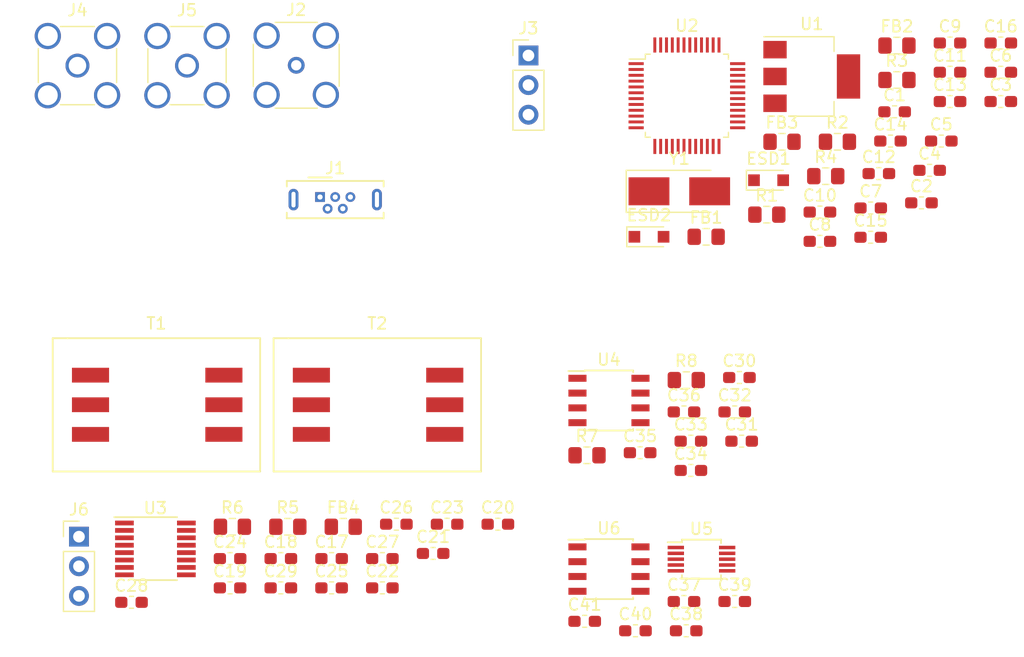
<source format=kicad_pcb>
(kicad_pcb (version 20171130) (host pcbnew "(6.0.0-rc1-dev-1154-gcbd13c712)")

  (general
    (thickness 1.6)
    (drawings 0)
    (tracks 0)
    (zones 0)
    (modules 70)
    (nets 73)
  )

  (page A4)
  (layers
    (0 F.Cu signal)
    (31 B.Cu signal)
    (32 B.Adhes user)
    (33 F.Adhes user)
    (34 B.Paste user)
    (35 F.Paste user)
    (36 B.SilkS user)
    (37 F.SilkS user)
    (38 B.Mask user)
    (39 F.Mask user)
    (40 Dwgs.User user)
    (41 Cmts.User user)
    (42 Eco1.User user)
    (43 Eco2.User user)
    (44 Edge.Cuts user)
    (45 Margin user)
    (46 B.CrtYd user)
    (47 F.CrtYd user)
    (48 B.Fab user)
    (49 F.Fab user)
  )

  (setup
    (last_trace_width 0.25)
    (trace_clearance 0.2)
    (zone_clearance 0.508)
    (zone_45_only no)
    (trace_min 0.2)
    (via_size 0.8)
    (via_drill 0.4)
    (via_min_size 0.4)
    (via_min_drill 0.3)
    (uvia_size 0.3)
    (uvia_drill 0.1)
    (uvias_allowed no)
    (uvia_min_size 0.2)
    (uvia_min_drill 0.1)
    (edge_width 0.05)
    (segment_width 0.2)
    (pcb_text_width 0.3)
    (pcb_text_size 1.5 1.5)
    (mod_edge_width 0.12)
    (mod_text_size 1 1)
    (mod_text_width 0.15)
    (pad_size 1.524 1.524)
    (pad_drill 0.762)
    (pad_to_mask_clearance 0.051)
    (solder_mask_min_width 0.25)
    (aux_axis_origin 0 0)
    (visible_elements 7FFFFFFF)
    (pcbplotparams
      (layerselection 0x010fc_ffffffff)
      (usegerberextensions false)
      (usegerberattributes false)
      (usegerberadvancedattributes false)
      (creategerberjobfile false)
      (excludeedgelayer true)
      (linewidth 0.100000)
      (plotframeref false)
      (viasonmask false)
      (mode 1)
      (useauxorigin false)
      (hpglpennumber 1)
      (hpglpenspeed 20)
      (hpglpendiameter 15.000000)
      (psnegative false)
      (psa4output false)
      (plotreference true)
      (plotvalue true)
      (plotinvisibletext false)
      (padsonsilk false)
      (subtractmaskfromsilk false)
      (outputformat 1)
      (mirror false)
      (drillshape 1)
      (scaleselection 1)
      (outputdirectory ""))
  )

  (net 0 "")
  (net 1 "Net-(C1-Pad2)")
  (net 2 Earth)
  (net 3 "Net-(C2-Pad1)")
  (net 4 "Net-(C3-Pad1)")
  (net 5 /USB2SPI/VCCIO)
  (net 6 /USB2SPI/VPHY)
  (net 7 /USB2SPI/VPLL)
  (net 8 /USB2SPI/VCORE)
  (net 9 /USB2SPI/VCCA)
  (net 10 /USB2SPI/VBUS)
  (net 11 "Net-(J1-Pad4)")
  (net 12 "Net-(R1-Pad1)")
  (net 13 "Net-(R3-Pad1)")
  (net 14 "Net-(R4-Pad1)")
  (net 15 "Net-(U2-Pad45)")
  (net 16 "Net-(U2-Pad44)")
  (net 17 "Net-(U2-Pad43)")
  (net 18 "Net-(U2-Pad33)")
  (net 19 "Net-(U2-Pad32)")
  (net 20 "Net-(U2-Pad31)")
  (net 21 "Net-(U2-Pad30)")
  (net 22 "Net-(U2-Pad29)")
  (net 23 "Net-(U2-Pad28)")
  (net 24 "Net-(U2-Pad27)")
  (net 25 "Net-(U2-Pad26)")
  (net 26 "Net-(U2-Pad25)")
  (net 27 "Net-(U2-Pad21)")
  (net 28 "Net-(U2-Pad20)")
  (net 29 "Net-(U2-Pad19)")
  (net 30 "Net-(U2-Pad18)")
  (net 31 "Net-(U2-Pad17)")
  (net 32 /USB2SPI/MPSSE_CS)
  (net 33 /USB2SPI/MPSSE_MISO)
  (net 34 /USB2SPI/MPSSE_MOSI)
  (net 35 /USB2SPI/MPSSE_SCK)
  (net 36 /USB2SPI/RST)
  (net 37 /USB2SPI/Ground)
  (net 38 /DAC/VCC_+5V)
  (net 39 /VCA/CNTR)
  (net 40 "Net-(C18-Pad2)")
  (net 41 /VCA/SingleToDifferential/OutHI)
  (net 42 "Net-(C19-Pad2)")
  (net 43 /VCA/SingleToDifferential/OutLO)
  (net 44 /DAC/ChannelA)
  (net 45 /DAC/ChannelB)
  (net 46 "Net-(C25-Pad2)")
  (net 47 "Net-(C25-Pad1)")
  (net 48 "Net-(C26-Pad2)")
  (net 49 "Net-(C27-Pad1)")
  (net 50 "Net-(C28-Pad1)")
  (net 51 "Net-(C29-Pad1)")
  (net 52 "Net-(C31-Pad2)")
  (net 53 /VCA/VEE_-5V)
  (net 54 "Net-(C38-Pad2)")
  (net 55 /USB2SPI/USB_D+)
  (net 56 /USB2SPI/USB_D-)
  (net 57 "Net-(FB4-Pad1)")
  (net 58 /VCA/SignalIN)
  (net 59 /VCA/OPLO)
  (net 60 /VCA/OPHI)
  (net 61 "Net-(J6-Pad2)")
  (net 62 "Net-(R5-Pad1)")
  (net 63 "Net-(R8-Pad1)")
  (net 64 "Net-(T1-Pad5)")
  (net 65 "Net-(T1-Pad1)")
  (net 66 "Net-(T2-Pad5)")
  (net 67 "Net-(T2-Pad1)")
  (net 68 "Net-(U4-Pad7)")
  (net 69 "Net-(U6-Pad8)")
  (net 70 "Net-(U6-Pad7)")
  (net 71 "Net-(U6-Pad5)")
  (net 72 "Net-(U6-Pad1)")

  (net_class Default 这是默认网络类。
    (clearance 0.2)
    (trace_width 0.25)
    (via_dia 0.8)
    (via_drill 0.4)
    (uvia_dia 0.3)
    (uvia_drill 0.1)
    (add_net /DAC/ChannelA)
    (add_net /DAC/ChannelB)
    (add_net /DAC/VCC_+5V)
    (add_net /USB2SPI/Ground)
    (add_net /USB2SPI/MPSSE_CS)
    (add_net /USB2SPI/MPSSE_MISO)
    (add_net /USB2SPI/MPSSE_MOSI)
    (add_net /USB2SPI/MPSSE_SCK)
    (add_net /USB2SPI/RST)
    (add_net /USB2SPI/USB_D+)
    (add_net /USB2SPI/USB_D-)
    (add_net /USB2SPI/VBUS)
    (add_net /USB2SPI/VCCA)
    (add_net /USB2SPI/VCCIO)
    (add_net /USB2SPI/VCORE)
    (add_net /USB2SPI/VPHY)
    (add_net /USB2SPI/VPLL)
    (add_net /VCA/CNTR)
    (add_net /VCA/OPHI)
    (add_net /VCA/OPLO)
    (add_net /VCA/SignalIN)
    (add_net /VCA/SingleToDifferential/OutHI)
    (add_net /VCA/SingleToDifferential/OutLO)
    (add_net /VCA/VEE_-5V)
    (add_net Earth)
    (add_net "Net-(C1-Pad2)")
    (add_net "Net-(C18-Pad2)")
    (add_net "Net-(C19-Pad2)")
    (add_net "Net-(C2-Pad1)")
    (add_net "Net-(C25-Pad1)")
    (add_net "Net-(C25-Pad2)")
    (add_net "Net-(C26-Pad2)")
    (add_net "Net-(C27-Pad1)")
    (add_net "Net-(C28-Pad1)")
    (add_net "Net-(C29-Pad1)")
    (add_net "Net-(C3-Pad1)")
    (add_net "Net-(C31-Pad2)")
    (add_net "Net-(C38-Pad2)")
    (add_net "Net-(FB4-Pad1)")
    (add_net "Net-(J1-Pad4)")
    (add_net "Net-(J6-Pad2)")
    (add_net "Net-(R1-Pad1)")
    (add_net "Net-(R3-Pad1)")
    (add_net "Net-(R4-Pad1)")
    (add_net "Net-(R5-Pad1)")
    (add_net "Net-(R8-Pad1)")
    (add_net "Net-(T1-Pad1)")
    (add_net "Net-(T1-Pad5)")
    (add_net "Net-(T2-Pad1)")
    (add_net "Net-(T2-Pad5)")
    (add_net "Net-(U2-Pad17)")
    (add_net "Net-(U2-Pad18)")
    (add_net "Net-(U2-Pad19)")
    (add_net "Net-(U2-Pad20)")
    (add_net "Net-(U2-Pad21)")
    (add_net "Net-(U2-Pad25)")
    (add_net "Net-(U2-Pad26)")
    (add_net "Net-(U2-Pad27)")
    (add_net "Net-(U2-Pad28)")
    (add_net "Net-(U2-Pad29)")
    (add_net "Net-(U2-Pad30)")
    (add_net "Net-(U2-Pad31)")
    (add_net "Net-(U2-Pad32)")
    (add_net "Net-(U2-Pad33)")
    (add_net "Net-(U2-Pad43)")
    (add_net "Net-(U2-Pad44)")
    (add_net "Net-(U2-Pad45)")
    (add_net "Net-(U4-Pad7)")
    (add_net "Net-(U6-Pad1)")
    (add_net "Net-(U6-Pad5)")
    (add_net "Net-(U6-Pad7)")
    (add_net "Net-(U6-Pad8)")
  )

  (module Connector_Coaxial:SMA_Amphenol_132134-11_Vertical (layer F.Cu) (tedit 5B2F4C93) (tstamp 5BFB5068)
    (at 126.585001 81.695001)
    (descr https://www.amphenolrf.com/downloads/dl/file/id/3406/product/2975/132134_11_customer_drawing.pdf)
    (tags "SMA THT Female Jack Vertical ExtendedLegs")
    (path /5BF9438D)
    (fp_text reference J5 (at 0 -4.75) (layer F.SilkS)
      (effects (font (size 1 1) (thickness 0.15)))
    )
    (fp_text value Conn_Coaxial (at 0 5) (layer F.Fab)
      (effects (font (size 1 1) (thickness 0.15)))
    )
    (fp_text user %R (at 0 0) (layer F.Fab)
      (effects (font (size 1 1) (thickness 0.15)))
    )
    (fp_line (start -1.45 -3.355) (end 1.45 -3.355) (layer F.SilkS) (width 0.12))
    (fp_line (start -1.45 3.355) (end 1.45 3.355) (layer F.SilkS) (width 0.12))
    (fp_line (start 3.355 -1.45) (end 3.355 1.45) (layer F.SilkS) (width 0.12))
    (fp_line (start -3.355 -1.45) (end -3.355 1.45) (layer F.SilkS) (width 0.12))
    (fp_line (start 3.175 -3.175) (end 3.175 3.175) (layer F.Fab) (width 0.1))
    (fp_line (start -3.175 3.175) (end 3.175 3.175) (layer F.Fab) (width 0.1))
    (fp_line (start -3.175 -3.175) (end -3.175 3.175) (layer F.Fab) (width 0.1))
    (fp_line (start -3.175 -3.175) (end 3.175 -3.175) (layer F.Fab) (width 0.1))
    (fp_line (start -4.17 -4.17) (end 4.17 -4.17) (layer F.CrtYd) (width 0.05))
    (fp_line (start -4.17 -4.17) (end -4.17 4.17) (layer F.CrtYd) (width 0.05))
    (fp_line (start 4.17 4.17) (end 4.17 -4.17) (layer F.CrtYd) (width 0.05))
    (fp_line (start 4.17 4.17) (end -4.17 4.17) (layer F.CrtYd) (width 0.05))
    (fp_circle (center 0 0) (end 3.175 0) (layer F.Fab) (width 0.1))
    (pad 2 thru_hole circle (at -2.54 2.54) (size 2.25 2.25) (drill 1.7) (layers *.Cu *.Mask)
      (net 2 Earth))
    (pad 2 thru_hole circle (at -2.54 -2.54) (size 2.25 2.25) (drill 1.7) (layers *.Cu *.Mask)
      (net 2 Earth))
    (pad 2 thru_hole circle (at 2.54 -2.54) (size 2.25 2.25) (drill 1.7) (layers *.Cu *.Mask)
      (net 2 Earth))
    (pad 2 thru_hole circle (at 2.54 2.54) (size 2.25 2.25) (drill 1.7) (layers *.Cu *.Mask)
      (net 2 Earth))
    (pad 1 thru_hole circle (at 0 0) (size 2.05 2.05) (drill 1.5) (layers *.Cu *.Mask)
      (net 60 /VCA/OPHI))
    (model ${KISYS3DMOD}/Connector_Coaxial.3dshapes/SMA_Amphenol_132134-11_Vertical.wrl
      (at (xyz 0 0 0))
      (scale (xyz 1 1 1))
      (rotate (xyz 0 0 0))
    )
    (model ${KISYS3DMOD}/Connector_Coaxial.3dshapes/SMA_Amphenol_132291-12_Vertical.step
      (at (xyz 0 0 0))
      (scale (xyz 1 1 1))
      (rotate (xyz 0 0 0))
    )
  )

  (module Connector_Coaxial:SMA_Amphenol_132134-11_Vertical (layer F.Cu) (tedit 5B2F4C93) (tstamp 5BFB5051)
    (at 117.195001 81.695001)
    (descr https://www.amphenolrf.com/downloads/dl/file/id/3406/product/2975/132134_11_customer_drawing.pdf)
    (tags "SMA THT Female Jack Vertical ExtendedLegs")
    (path /5BF93FB8)
    (fp_text reference J4 (at 0 -4.75) (layer F.SilkS)
      (effects (font (size 1 1) (thickness 0.15)))
    )
    (fp_text value Conn_Coaxial (at 0 5) (layer F.Fab)
      (effects (font (size 1 1) (thickness 0.15)))
    )
    (fp_text user %R (at 0 0) (layer F.Fab)
      (effects (font (size 1 1) (thickness 0.15)))
    )
    (fp_line (start -1.45 -3.355) (end 1.45 -3.355) (layer F.SilkS) (width 0.12))
    (fp_line (start -1.45 3.355) (end 1.45 3.355) (layer F.SilkS) (width 0.12))
    (fp_line (start 3.355 -1.45) (end 3.355 1.45) (layer F.SilkS) (width 0.12))
    (fp_line (start -3.355 -1.45) (end -3.355 1.45) (layer F.SilkS) (width 0.12))
    (fp_line (start 3.175 -3.175) (end 3.175 3.175) (layer F.Fab) (width 0.1))
    (fp_line (start -3.175 3.175) (end 3.175 3.175) (layer F.Fab) (width 0.1))
    (fp_line (start -3.175 -3.175) (end -3.175 3.175) (layer F.Fab) (width 0.1))
    (fp_line (start -3.175 -3.175) (end 3.175 -3.175) (layer F.Fab) (width 0.1))
    (fp_line (start -4.17 -4.17) (end 4.17 -4.17) (layer F.CrtYd) (width 0.05))
    (fp_line (start -4.17 -4.17) (end -4.17 4.17) (layer F.CrtYd) (width 0.05))
    (fp_line (start 4.17 4.17) (end 4.17 -4.17) (layer F.CrtYd) (width 0.05))
    (fp_line (start 4.17 4.17) (end -4.17 4.17) (layer F.CrtYd) (width 0.05))
    (fp_circle (center 0 0) (end 3.175 0) (layer F.Fab) (width 0.1))
    (pad 2 thru_hole circle (at -2.54 2.54) (size 2.25 2.25) (drill 1.7) (layers *.Cu *.Mask)
      (net 2 Earth))
    (pad 2 thru_hole circle (at -2.54 -2.54) (size 2.25 2.25) (drill 1.7) (layers *.Cu *.Mask)
      (net 2 Earth))
    (pad 2 thru_hole circle (at 2.54 -2.54) (size 2.25 2.25) (drill 1.7) (layers *.Cu *.Mask)
      (net 2 Earth))
    (pad 2 thru_hole circle (at 2.54 2.54) (size 2.25 2.25) (drill 1.7) (layers *.Cu *.Mask)
      (net 2 Earth))
    (pad 1 thru_hole circle (at 0 0) (size 2.05 2.05) (drill 1.5) (layers *.Cu *.Mask)
      (net 59 /VCA/OPLO))
    (model ${KISYS3DMOD}/Connector_Coaxial.3dshapes/SMA_Amphenol_132134-11_Vertical.wrl
      (at (xyz 0 0 0))
      (scale (xyz 1 1 1))
      (rotate (xyz 0 0 0))
    )
    (model ${KISYS3DMOD}/Connector_Coaxial.3dshapes/SMA_Amphenol_132291-12_Vertical.step
      (at (xyz 0 0 0))
      (scale (xyz 1 1 1))
      (rotate (xyz 0 0 0))
    )
  )

  (module Connector_Coaxial:SMA_Amphenol_132134-14_Vertical (layer F.Cu) (tedit 5B2F4D72) (tstamp 5BFB500E)
    (at 135.945001 81.665001)
    (descr https://www.amphenolrf.com/downloads/dl/file/id/1793/product/2976/132134_14_customer_drawing.pdf)
    (tags "SMA THT Female Jack Vertical ExtendedLegs")
    (path /5BF938E3)
    (fp_text reference J2 (at 0 -4.75) (layer F.SilkS)
      (effects (font (size 1 1) (thickness 0.15)))
    )
    (fp_text value Conn_Coaxial (at 0 5) (layer F.Fab)
      (effects (font (size 1 1) (thickness 0.15)))
    )
    (fp_text user %R (at 0 0) (layer F.Fab)
      (effects (font (size 1 1) (thickness 0.15)))
    )
    (fp_line (start -1.8 -3.68) (end 1.8 -3.68) (layer F.SilkS) (width 0.12))
    (fp_line (start -1.8 3.68) (end 1.8 3.68) (layer F.SilkS) (width 0.12))
    (fp_line (start 3.68 -1.8) (end 3.68 1.8) (layer F.SilkS) (width 0.12))
    (fp_line (start -3.68 -1.8) (end -3.68 1.8) (layer F.SilkS) (width 0.12))
    (fp_line (start 3.5 -3.5) (end 3.5 3.5) (layer F.Fab) (width 0.1))
    (fp_line (start -3.5 3.5) (end 3.5 3.5) (layer F.Fab) (width 0.1))
    (fp_line (start -3.5 -3.5) (end -3.5 3.5) (layer F.Fab) (width 0.1))
    (fp_line (start -3.5 -3.5) (end 3.5 -3.5) (layer F.Fab) (width 0.1))
    (fp_line (start -4.14 -4.14) (end 4.14 -4.14) (layer F.CrtYd) (width 0.05))
    (fp_line (start -4.14 -4.14) (end -4.14 4.14) (layer F.CrtYd) (width 0.05))
    (fp_line (start 4.14 4.14) (end 4.14 -4.14) (layer F.CrtYd) (width 0.05))
    (fp_line (start 4.14 4.14) (end -4.14 4.14) (layer F.CrtYd) (width 0.05))
    (fp_circle (center 0 0) (end 3.175 0) (layer F.Fab) (width 0.1))
    (pad 2 thru_hole circle (at -2.54 2.54) (size 2.25 2.25) (drill 1.7) (layers *.Cu *.Mask)
      (net 2 Earth))
    (pad 2 thru_hole circle (at -2.54 -2.54) (size 2.25 2.25) (drill 1.7) (layers *.Cu *.Mask)
      (net 2 Earth))
    (pad 2 thru_hole circle (at 2.54 -2.54) (size 2.25 2.25) (drill 1.7) (layers *.Cu *.Mask)
      (net 2 Earth))
    (pad 2 thru_hole circle (at 2.54 2.54) (size 2.25 2.25) (drill 1.7) (layers *.Cu *.Mask)
      (net 2 Earth))
    (pad 1 thru_hole circle (at 0 0) (size 1.44 1.44) (drill 0.89) (layers *.Cu *.Mask)
      (net 58 /VCA/SignalIN))
    (model ${KISYS3DMOD}/Connector_Coaxial.3dshapes/SMA_Amphenol_132134-14_Vertical.wrl
      (at (xyz 0 0 0))
      (scale (xyz 1 1 1))
      (rotate (xyz 0 0 0))
    )
    (model ${KISYS3DMOD}/Connector_Coaxial.3dshapes/SMA_Amphenol_132291-12_Vertical.step
      (at (xyz 0 0 0))
      (scale (xyz 1 1 1))
      (rotate (xyz 0 0 0))
    )
  )

  (module 8330EVA-footprint-extra:Mini_Circuit_RF_Transformer_SO6 (layer F.Cu) (tedit 5BFAA048) (tstamp 5BFB18CD)
    (at 142.844201 111.432621)
    (path /5BF7C1D8/5BFE14B7)
    (attr smd)
    (fp_text reference T2 (at 0.0508 -7.62762) (layer F.SilkS)
      (effects (font (size 1 1) (thickness 0.15)))
    )
    (fp_text value T1-1T-KK81 (at 1.3208 7.61238) (layer F.Fab)
      (effects (font (size 1 1) (thickness 0.15)))
    )
    (fp_line (start -8.8392 -6.35762) (end -7.5692 -6.35762) (layer F.SilkS) (width 0.15))
    (fp_line (start -8.8392 5.07238) (end -8.8392 -6.35762) (layer F.SilkS) (width 0.15))
    (fp_line (start 8.9408 5.07238) (end -8.8392 5.07238) (layer F.SilkS) (width 0.15))
    (fp_line (start 8.9408 -6.35762) (end 8.9408 5.07238) (layer F.SilkS) (width 0.15))
    (fp_line (start -7.5692 -6.35762) (end 8.9408 -6.35762) (layer F.SilkS) (width 0.15))
    (pad 6 smd rect (at 5.829236 -3.190851) (size 3.18 1.27) (layers F.Cu F.Paste F.Mask)
      (net 2 Earth))
    (pad 5 smd rect (at 5.829236 -0.650851) (size 3.18 1.27) (layers F.Cu F.Paste F.Mask)
      (net 66 "Net-(T2-Pad5)"))
    (pad 4 smd rect (at 5.829236 1.889149) (size 3.18 1.27) (layers F.Cu F.Paste F.Mask)
      (net 51 "Net-(C29-Pad1)"))
    (pad 3 smd rect (at -5.600764 1.889149) (size 3.18 1.27) (layers F.Cu F.Paste F.Mask)
      (net 59 /VCA/OPLO))
    (pad 2 smd rect (at -5.600764 -0.650851) (size 3.18 1.27) (layers F.Cu F.Paste F.Mask)
      (net 2 Earth))
    (pad 1 smd rect (at -5.600764 -3.190851) (size 3.18 1.27) (layers F.Cu F.Paste F.Mask)
      (net 67 "Net-(T2-Pad1)"))
    (model ${KIPRJMOD}/extra-3d-model/RF-Transformer.step
      (at (xyz 0 0 0))
      (scale (xyz 1 1 1))
      (rotate (xyz 0 0 0))
    )
  )

  (module 8330EVA-footprint-extra:Mini_Circuit_RF_Transformer_SO6 (layer F.Cu) (tedit 5BFAA048) (tstamp 5BFB18BE)
    (at 123.914201 111.432621)
    (path /5BF7C1D8/5BFDF9EF)
    (attr smd)
    (fp_text reference T1 (at 0.0508 -7.62762) (layer F.SilkS)
      (effects (font (size 1 1) (thickness 0.15)))
    )
    (fp_text value T1-1T-KK81 (at 1.3208 7.61238) (layer F.Fab)
      (effects (font (size 1 1) (thickness 0.15)))
    )
    (fp_line (start -8.8392 -6.35762) (end -7.5692 -6.35762) (layer F.SilkS) (width 0.15))
    (fp_line (start -8.8392 5.07238) (end -8.8392 -6.35762) (layer F.SilkS) (width 0.15))
    (fp_line (start 8.9408 5.07238) (end -8.8392 5.07238) (layer F.SilkS) (width 0.15))
    (fp_line (start 8.9408 -6.35762) (end 8.9408 5.07238) (layer F.SilkS) (width 0.15))
    (fp_line (start -7.5692 -6.35762) (end 8.9408 -6.35762) (layer F.SilkS) (width 0.15))
    (pad 6 smd rect (at 5.829236 -3.190851) (size 3.18 1.27) (layers F.Cu F.Paste F.Mask)
      (net 2 Earth))
    (pad 5 smd rect (at 5.829236 -0.650851) (size 3.18 1.27) (layers F.Cu F.Paste F.Mask)
      (net 64 "Net-(T1-Pad5)"))
    (pad 4 smd rect (at 5.829236 1.889149) (size 3.18 1.27) (layers F.Cu F.Paste F.Mask)
      (net 50 "Net-(C28-Pad1)"))
    (pad 3 smd rect (at -5.600764 1.889149) (size 3.18 1.27) (layers F.Cu F.Paste F.Mask)
      (net 60 /VCA/OPHI))
    (pad 2 smd rect (at -5.600764 -0.650851) (size 3.18 1.27) (layers F.Cu F.Paste F.Mask)
      (net 2 Earth))
    (pad 1 smd rect (at -5.600764 -3.190851) (size 3.18 1.27) (layers F.Cu F.Paste F.Mask)
      (net 65 "Net-(T1-Pad1)"))
    (model ${KIPRJMOD}/extra-3d-model/RF-Transformer.step
      (at (xyz 0 0 0))
      (scale (xyz 1 1 1))
      (rotate (xyz 0 0 0))
    )
  )

  (module Crystal:Crystal_SMD_5032-2Pin_5.0x3.2mm_HandSoldering (layer F.Cu) (tedit 5A0FD1B2) (tstamp 5BF9D6FC)
    (at 168.775001 92.475001)
    (descr "SMD Crystal SERIES SMD2520/2 http://www.icbase.com/File/PDF/HKC/HKC00061008.pdf, hand-soldering, 5.0x3.2mm^2 package")
    (tags "SMD SMT crystal hand-soldering")
    (path /5BEE3A6A/5BEEAC6A)
    (attr smd)
    (fp_text reference Y1 (at 0 -2.8) (layer F.SilkS)
      (effects (font (size 1 1) (thickness 0.15)))
    )
    (fp_text value 12Mhz (at 0 2.8) (layer F.Fab)
      (effects (font (size 1 1) (thickness 0.15)))
    )
    (fp_circle (center 0 0) (end 0.093333 0) (layer F.Adhes) (width 0.186667))
    (fp_circle (center 0 0) (end 0.213333 0) (layer F.Adhes) (width 0.133333))
    (fp_circle (center 0 0) (end 0.333333 0) (layer F.Adhes) (width 0.133333))
    (fp_circle (center 0 0) (end 0.4 0) (layer F.Adhes) (width 0.1))
    (fp_line (start 4.6 -1.9) (end -4.6 -1.9) (layer F.CrtYd) (width 0.05))
    (fp_line (start 4.6 1.9) (end 4.6 -1.9) (layer F.CrtYd) (width 0.05))
    (fp_line (start -4.6 1.9) (end 4.6 1.9) (layer F.CrtYd) (width 0.05))
    (fp_line (start -4.6 -1.9) (end -4.6 1.9) (layer F.CrtYd) (width 0.05))
    (fp_line (start -4.55 1.8) (end 2.7 1.8) (layer F.SilkS) (width 0.12))
    (fp_line (start -4.55 -1.8) (end -4.55 1.8) (layer F.SilkS) (width 0.12))
    (fp_line (start 2.7 -1.8) (end -4.55 -1.8) (layer F.SilkS) (width 0.12))
    (fp_line (start -2.5 0.6) (end -1.5 1.6) (layer F.Fab) (width 0.1))
    (fp_line (start -2.5 -1.4) (end -2.3 -1.6) (layer F.Fab) (width 0.1))
    (fp_line (start -2.5 1.4) (end -2.5 -1.4) (layer F.Fab) (width 0.1))
    (fp_line (start -2.3 1.6) (end -2.5 1.4) (layer F.Fab) (width 0.1))
    (fp_line (start 2.3 1.6) (end -2.3 1.6) (layer F.Fab) (width 0.1))
    (fp_line (start 2.5 1.4) (end 2.3 1.6) (layer F.Fab) (width 0.1))
    (fp_line (start 2.5 -1.4) (end 2.5 1.4) (layer F.Fab) (width 0.1))
    (fp_line (start 2.3 -1.6) (end 2.5 -1.4) (layer F.Fab) (width 0.1))
    (fp_line (start -2.3 -1.6) (end 2.3 -1.6) (layer F.Fab) (width 0.1))
    (fp_text user %R (at 0 0) (layer F.Fab)
      (effects (font (size 1 1) (thickness 0.15)))
    )
    (pad 2 smd rect (at 2.6 0) (size 3.5 2.4) (layers F.Cu F.Paste F.Mask)
      (net 4 "Net-(C3-Pad1)"))
    (pad 1 smd rect (at -2.6 0) (size 3.5 2.4) (layers F.Cu F.Paste F.Mask)
      (net 3 "Net-(C2-Pad1)"))
    (model ${KISYS3DMOD}/Crystal.3dshapes/Crystal_SMD_5032-2Pin_5.0x3.2mm_HandSoldering.wrl
      (at (xyz 0 0 0))
      (scale (xyz 1 1 1))
      (rotate (xyz 0 0 0))
    )
  )

  (module Package_SO:SOIC-8_3.9x4.9mm_P1.27mm (layer F.Cu) (tedit 5A02F2D3) (tstamp 5BF9D6E1)
    (at 162.745001 124.875001)
    (descr "8-Lead Plastic Small Outline (SN) - Narrow, 3.90 mm Body [SOIC] (see Microchip Packaging Specification 00000049BS.pdf)")
    (tags "SOIC 1.27")
    (path /5BF9AAF9/5C0CD4C7)
    (attr smd)
    (fp_text reference U6 (at 0 -3.5) (layer F.SilkS)
      (effects (font (size 1 1) (thickness 0.15)))
    )
    (fp_text value REF192 (at 0 3.5) (layer F.Fab)
      (effects (font (size 1 1) (thickness 0.15)))
    )
    (fp_line (start -2.075 -2.525) (end -3.475 -2.525) (layer F.SilkS) (width 0.15))
    (fp_line (start -2.075 2.575) (end 2.075 2.575) (layer F.SilkS) (width 0.15))
    (fp_line (start -2.075 -2.575) (end 2.075 -2.575) (layer F.SilkS) (width 0.15))
    (fp_line (start -2.075 2.575) (end -2.075 2.43) (layer F.SilkS) (width 0.15))
    (fp_line (start 2.075 2.575) (end 2.075 2.43) (layer F.SilkS) (width 0.15))
    (fp_line (start 2.075 -2.575) (end 2.075 -2.43) (layer F.SilkS) (width 0.15))
    (fp_line (start -2.075 -2.575) (end -2.075 -2.525) (layer F.SilkS) (width 0.15))
    (fp_line (start -3.73 2.7) (end 3.73 2.7) (layer F.CrtYd) (width 0.05))
    (fp_line (start -3.73 -2.7) (end 3.73 -2.7) (layer F.CrtYd) (width 0.05))
    (fp_line (start 3.73 -2.7) (end 3.73 2.7) (layer F.CrtYd) (width 0.05))
    (fp_line (start -3.73 -2.7) (end -3.73 2.7) (layer F.CrtYd) (width 0.05))
    (fp_line (start -1.95 -1.45) (end -0.95 -2.45) (layer F.Fab) (width 0.1))
    (fp_line (start -1.95 2.45) (end -1.95 -1.45) (layer F.Fab) (width 0.1))
    (fp_line (start 1.95 2.45) (end -1.95 2.45) (layer F.Fab) (width 0.1))
    (fp_line (start 1.95 -2.45) (end 1.95 2.45) (layer F.Fab) (width 0.1))
    (fp_line (start -0.95 -2.45) (end 1.95 -2.45) (layer F.Fab) (width 0.1))
    (fp_text user %R (at 0 0) (layer F.Fab)
      (effects (font (size 1 1) (thickness 0.15)))
    )
    (pad 8 smd rect (at 2.7 -1.905) (size 1.55 0.6) (layers F.Cu F.Paste F.Mask)
      (net 69 "Net-(U6-Pad8)"))
    (pad 7 smd rect (at 2.7 -0.635) (size 1.55 0.6) (layers F.Cu F.Paste F.Mask)
      (net 70 "Net-(U6-Pad7)"))
    (pad 6 smd rect (at 2.7 0.635) (size 1.55 0.6) (layers F.Cu F.Paste F.Mask)
      (net 54 "Net-(C38-Pad2)"))
    (pad 5 smd rect (at 2.7 1.905) (size 1.55 0.6) (layers F.Cu F.Paste F.Mask)
      (net 71 "Net-(U6-Pad5)"))
    (pad 4 smd rect (at -2.7 1.905) (size 1.55 0.6) (layers F.Cu F.Paste F.Mask)
      (net 2 Earth))
    (pad 3 smd rect (at -2.7 0.635) (size 1.55 0.6) (layers F.Cu F.Paste F.Mask)
      (net 38 /DAC/VCC_+5V))
    (pad 2 smd rect (at -2.7 -0.635) (size 1.55 0.6) (layers F.Cu F.Paste F.Mask)
      (net 38 /DAC/VCC_+5V))
    (pad 1 smd rect (at -2.7 -1.905) (size 1.55 0.6) (layers F.Cu F.Paste F.Mask)
      (net 72 "Net-(U6-Pad1)"))
    (model ${KISYS3DMOD}/Package_SO.3dshapes/SOIC-8_3.9x4.9mm_P1.27mm.wrl
      (at (xyz 0 0 0))
      (scale (xyz 1 1 1))
      (rotate (xyz 0 0 0))
    )
  )

  (module Package_SO:MSOP-10_3x3mm_P0.5mm (layer F.Cu) (tedit 5A02F25C) (tstamp 5BF9D6C4)
    (at 170.675001 124.025001)
    (descr "10-Lead Plastic Micro Small Outline Package (MS) [MSOP] (see Microchip Packaging Specification 00000049BS.pdf)")
    (tags "SSOP 0.5")
    (path /5BF9AAF9/5C0CBF97)
    (attr smd)
    (fp_text reference U5 (at 0 -2.6) (layer F.SilkS)
      (effects (font (size 1 1) (thickness 0.15)))
    )
    (fp_text value AD5312 (at 0 2.6) (layer F.Fab)
      (effects (font (size 1 1) (thickness 0.15)))
    )
    (fp_text user %R (at 0 0) (layer F.Fab)
      (effects (font (size 0.6 0.6) (thickness 0.15)))
    )
    (fp_line (start -1.675 -1.45) (end -2.9 -1.45) (layer F.SilkS) (width 0.15))
    (fp_line (start -1.675 1.675) (end 1.675 1.675) (layer F.SilkS) (width 0.15))
    (fp_line (start -1.675 -1.675) (end 1.675 -1.675) (layer F.SilkS) (width 0.15))
    (fp_line (start -1.675 1.675) (end -1.675 1.375) (layer F.SilkS) (width 0.15))
    (fp_line (start 1.675 1.675) (end 1.675 1.375) (layer F.SilkS) (width 0.15))
    (fp_line (start 1.675 -1.675) (end 1.675 -1.375) (layer F.SilkS) (width 0.15))
    (fp_line (start -1.675 -1.675) (end -1.675 -1.45) (layer F.SilkS) (width 0.15))
    (fp_line (start -3.15 1.85) (end 3.15 1.85) (layer F.CrtYd) (width 0.05))
    (fp_line (start -3.15 -1.85) (end 3.15 -1.85) (layer F.CrtYd) (width 0.05))
    (fp_line (start 3.15 -1.85) (end 3.15 1.85) (layer F.CrtYd) (width 0.05))
    (fp_line (start -3.15 -1.85) (end -3.15 1.85) (layer F.CrtYd) (width 0.05))
    (fp_line (start -1.5 -0.5) (end -0.5 -1.5) (layer F.Fab) (width 0.15))
    (fp_line (start -1.5 1.5) (end -1.5 -0.5) (layer F.Fab) (width 0.15))
    (fp_line (start 1.5 1.5) (end -1.5 1.5) (layer F.Fab) (width 0.15))
    (fp_line (start 1.5 -1.5) (end 1.5 1.5) (layer F.Fab) (width 0.15))
    (fp_line (start -0.5 -1.5) (end 1.5 -1.5) (layer F.Fab) (width 0.15))
    (pad 10 smd rect (at 2.2 -1) (size 1.4 0.3) (layers F.Cu F.Paste F.Mask)
      (net 2 Earth))
    (pad 9 smd rect (at 2.2 -0.5) (size 1.4 0.3) (layers F.Cu F.Paste F.Mask)
      (net 34 /USB2SPI/MPSSE_MOSI))
    (pad 8 smd rect (at 2.2 0) (size 1.4 0.3) (layers F.Cu F.Paste F.Mask)
      (net 35 /USB2SPI/MPSSE_SCK))
    (pad 7 smd rect (at 2.2 0.5) (size 1.4 0.3) (layers F.Cu F.Paste F.Mask)
      (net 32 /USB2SPI/MPSSE_CS))
    (pad 6 smd rect (at 2.2 1) (size 1.4 0.3) (layers F.Cu F.Paste F.Mask)
      (net 45 /DAC/ChannelB))
    (pad 5 smd rect (at -2.2 1) (size 1.4 0.3) (layers F.Cu F.Paste F.Mask)
      (net 44 /DAC/ChannelA))
    (pad 4 smd rect (at -2.2 0.5) (size 1.4 0.3) (layers F.Cu F.Paste F.Mask)
      (net 54 "Net-(C38-Pad2)"))
    (pad 3 smd rect (at -2.2 0) (size 1.4 0.3) (layers F.Cu F.Paste F.Mask)
      (net 54 "Net-(C38-Pad2)"))
    (pad 2 smd rect (at -2.2 -0.5) (size 1.4 0.3) (layers F.Cu F.Paste F.Mask)
      (net 38 /DAC/VCC_+5V))
    (pad 1 smd rect (at -2.2 -1) (size 1.4 0.3) (layers F.Cu F.Paste F.Mask)
      (net 2 Earth))
    (model ${KISYS3DMOD}/Package_SO.3dshapes/MSOP-10_3x3mm_P0.5mm.wrl
      (at (xyz 0 0 0))
      (scale (xyz 1 1 1))
      (rotate (xyz 0 0 0))
    )
  )

  (module Package_SO:SOIC-8_3.9x4.9mm_P1.27mm (layer F.Cu) (tedit 5A02F2D3) (tstamp 5BF9D6A5)
    (at 162.745001 110.415001)
    (descr "8-Lead Plastic Small Outline (SN) - Narrow, 3.90 mm Body [SOIC] (see Microchip Packaging Specification 00000049BS.pdf)")
    (tags "SOIC 1.27")
    (path /5BF7C1D8/5BFB4FFD/5BFB9A92)
    (attr smd)
    (fp_text reference U4 (at 0 -3.5) (layer F.SilkS)
      (effects (font (size 1 1) (thickness 0.15)))
    )
    (fp_text value AD8131 (at 0 3.5) (layer F.Fab)
      (effects (font (size 1 1) (thickness 0.15)))
    )
    (fp_line (start -2.075 -2.525) (end -3.475 -2.525) (layer F.SilkS) (width 0.15))
    (fp_line (start -2.075 2.575) (end 2.075 2.575) (layer F.SilkS) (width 0.15))
    (fp_line (start -2.075 -2.575) (end 2.075 -2.575) (layer F.SilkS) (width 0.15))
    (fp_line (start -2.075 2.575) (end -2.075 2.43) (layer F.SilkS) (width 0.15))
    (fp_line (start 2.075 2.575) (end 2.075 2.43) (layer F.SilkS) (width 0.15))
    (fp_line (start 2.075 -2.575) (end 2.075 -2.43) (layer F.SilkS) (width 0.15))
    (fp_line (start -2.075 -2.575) (end -2.075 -2.525) (layer F.SilkS) (width 0.15))
    (fp_line (start -3.73 2.7) (end 3.73 2.7) (layer F.CrtYd) (width 0.05))
    (fp_line (start -3.73 -2.7) (end 3.73 -2.7) (layer F.CrtYd) (width 0.05))
    (fp_line (start 3.73 -2.7) (end 3.73 2.7) (layer F.CrtYd) (width 0.05))
    (fp_line (start -3.73 -2.7) (end -3.73 2.7) (layer F.CrtYd) (width 0.05))
    (fp_line (start -1.95 -1.45) (end -0.95 -2.45) (layer F.Fab) (width 0.1))
    (fp_line (start -1.95 2.45) (end -1.95 -1.45) (layer F.Fab) (width 0.1))
    (fp_line (start 1.95 2.45) (end -1.95 2.45) (layer F.Fab) (width 0.1))
    (fp_line (start 1.95 -2.45) (end 1.95 2.45) (layer F.Fab) (width 0.1))
    (fp_line (start -0.95 -2.45) (end 1.95 -2.45) (layer F.Fab) (width 0.1))
    (fp_text user %R (at 0 0) (layer F.Fab)
      (effects (font (size 1 1) (thickness 0.15)))
    )
    (pad 8 smd rect (at 2.7 -1.905) (size 1.55 0.6) (layers F.Cu F.Paste F.Mask)
      (net 58 /VCA/SignalIN))
    (pad 7 smd rect (at 2.7 -0.635) (size 1.55 0.6) (layers F.Cu F.Paste F.Mask)
      (net 68 "Net-(U4-Pad7)"))
    (pad 6 smd rect (at 2.7 0.635) (size 1.55 0.6) (layers F.Cu F.Paste F.Mask)
      (net 53 /VCA/VEE_-5V))
    (pad 5 smd rect (at 2.7 1.905) (size 1.55 0.6) (layers F.Cu F.Paste F.Mask)
      (net 41 /VCA/SingleToDifferential/OutHI))
    (pad 4 smd rect (at -2.7 1.905) (size 1.55 0.6) (layers F.Cu F.Paste F.Mask)
      (net 43 /VCA/SingleToDifferential/OutLO))
    (pad 3 smd rect (at -2.7 0.635) (size 1.55 0.6) (layers F.Cu F.Paste F.Mask)
      (net 38 /DAC/VCC_+5V))
    (pad 2 smd rect (at -2.7 -0.635) (size 1.55 0.6) (layers F.Cu F.Paste F.Mask)
      (net 52 "Net-(C31-Pad2)"))
    (pad 1 smd rect (at -2.7 -1.905) (size 1.55 0.6) (layers F.Cu F.Paste F.Mask)
      (net 63 "Net-(R8-Pad1)"))
    (model ${KISYS3DMOD}/Package_SO.3dshapes/SOIC-8_3.9x4.9mm_P1.27mm.wrl
      (at (xyz 0 0 0))
      (scale (xyz 1 1 1))
      (rotate (xyz 0 0 0))
    )
  )

  (module Package_SO:QSOP-16_3.9x4.9mm_P0.635mm (layer F.Cu) (tedit 5A02F25C) (tstamp 5BF9D688)
    (at 123.875001 123.145001)
    (descr "16-Lead Plastic Shrink Small Outline Narrow Body (QR)-.150\" Body [QSOP] (see Microchip Packaging Specification 00000049BS.pdf)")
    (tags "SSOP 0.635")
    (path /5BF7C1D8/5BF7E7E2)
    (attr smd)
    (fp_text reference U3 (at 0 -3.5) (layer F.SilkS)
      (effects (font (size 1 1) (thickness 0.15)))
    )
    (fp_text value AD8330 (at 0 3.5) (layer F.Fab)
      (effects (font (size 1 1) (thickness 0.15)))
    )
    (fp_text user %R (at 0 0) (layer F.Fab)
      (effects (font (size 0.7 0.7) (thickness 0.15)))
    )
    (fp_line (start -3.525 -2.725) (end 1.8586 -2.725) (layer F.SilkS) (width 0.15))
    (fp_line (start -1.8543 2.675) (end 1.8543 2.675) (layer F.SilkS) (width 0.15))
    (fp_line (start -3.7 2.8) (end 3.7 2.8) (layer F.CrtYd) (width 0.05))
    (fp_line (start -3.7 -2.85) (end 3.7 -2.85) (layer F.CrtYd) (width 0.05))
    (fp_line (start 3.7 -2.85) (end 3.7 2.8) (layer F.CrtYd) (width 0.05))
    (fp_line (start -3.7 -2.85) (end -3.7 2.8) (layer F.CrtYd) (width 0.05))
    (fp_line (start -1.95 -1.45) (end -0.95 -2.45) (layer F.Fab) (width 0.15))
    (fp_line (start -1.95 2.45) (end -1.95 -1.45) (layer F.Fab) (width 0.15))
    (fp_line (start 1.95 2.45) (end -1.95 2.45) (layer F.Fab) (width 0.15))
    (fp_line (start 1.95 -2.45) (end 1.95 2.45) (layer F.Fab) (width 0.15))
    (fp_line (start -0.95 -2.45) (end 1.95 -2.45) (layer F.Fab) (width 0.15))
    (pad 16 smd rect (at 2.6543 -2.2225) (size 1.6 0.41) (layers F.Cu F.Paste F.Mask)
      (net 38 /DAC/VCC_+5V))
    (pad 15 smd rect (at 2.6543 -1.5875) (size 1.6 0.41) (layers F.Cu F.Paste F.Mask)
      (net 39 /VCA/CNTR))
    (pad 14 smd rect (at 2.6543 -0.9525) (size 1.6 0.41) (layers F.Cu F.Paste F.Mask)
      (net 38 /DAC/VCC_+5V))
    (pad 13 smd rect (at 2.6543 -0.3175) (size 1.6 0.41) (layers F.Cu F.Paste F.Mask)
      (net 48 "Net-(C26-Pad2)"))
    (pad 12 smd rect (at 2.6543 0.3175) (size 1.6 0.41) (layers F.Cu F.Paste F.Mask)
      (net 49 "Net-(C27-Pad1)"))
    (pad 11 smd rect (at 2.6543 0.9525) (size 1.6 0.41) (layers F.Cu F.Paste F.Mask)
      (net 2 Earth))
    (pad 10 smd rect (at 2.6543 1.5875) (size 1.6 0.41) (layers F.Cu F.Paste F.Mask)
      (net 45 /DAC/ChannelB))
    (pad 9 smd rect (at 2.6543 2.2225) (size 1.6 0.41) (layers F.Cu F.Paste F.Mask)
      (net 2 Earth))
    (pad 8 smd rect (at -2.6543 2.2225) (size 1.6 0.41) (layers F.Cu F.Paste F.Mask)
      (net 57 "Net-(FB4-Pad1)"))
    (pad 7 smd rect (at -2.6543 1.5875) (size 1.6 0.41) (layers F.Cu F.Paste F.Mask)
      (net 44 /DAC/ChannelA))
    (pad 6 smd rect (at -2.6543 0.9525) (size 1.6 0.41) (layers F.Cu F.Paste F.Mask)
      (net 2 Earth))
    (pad 5 smd rect (at -2.6543 0.3175) (size 1.6 0.41) (layers F.Cu F.Paste F.Mask)
      (net 42 "Net-(C19-Pad2)"))
    (pad 4 smd rect (at -2.6543 -0.3175) (size 1.6 0.41) (layers F.Cu F.Paste F.Mask)
      (net 40 "Net-(C18-Pad2)"))
    (pad 3 smd rect (at -2.6543 -0.9525) (size 1.6 0.41) (layers F.Cu F.Paste F.Mask)
      (net 38 /DAC/VCC_+5V))
    (pad 2 smd rect (at -2.6543 -1.5875) (size 1.6 0.41) (layers F.Cu F.Paste F.Mask)
      (net 62 "Net-(R5-Pad1)"))
    (pad 1 smd rect (at -2.6543 -2.2225) (size 1.6 0.41) (layers F.Cu F.Paste F.Mask)
      (net 61 "Net-(J6-Pad2)"))
    (model ${KISYS3DMOD}/Package_SO.3dshapes/QSOP-16_3.9x4.9mm_P0.635mm.wrl
      (at (xyz 0 0 0))
      (scale (xyz 1 1 1))
      (rotate (xyz 0 0 0))
    )
  )

  (module Package_QFP:LQFP-48_7x7mm_P0.5mm (layer F.Cu) (tedit 5A5E2375) (tstamp 5BF9D668)
    (at 169.425001 84.275001)
    (descr "48 LEAD LQFP 7x7mm (see MICREL LQFP7x7-48LD-PL-1.pdf)")
    (tags "QFP 0.5")
    (path /5BEE3A6A/5BEE3BEC)
    (attr smd)
    (fp_text reference U2 (at 0 -6) (layer F.SilkS)
      (effects (font (size 1 1) (thickness 0.15)))
    )
    (fp_text value FT232H (at 0 6) (layer F.Fab)
      (effects (font (size 1 1) (thickness 0.15)))
    )
    (fp_line (start -3.13 -3.75) (end -3.75 -3.75) (layer F.CrtYd) (width 0.05))
    (fp_line (start -3.75 -3.13) (end -3.75 -3.75) (layer F.CrtYd) (width 0.05))
    (fp_line (start -3.13 3.75) (end -3.75 3.75) (layer F.CrtYd) (width 0.05))
    (fp_line (start -3.75 3.13) (end -3.75 3.75) (layer F.CrtYd) (width 0.05))
    (fp_line (start 3.75 -3.13) (end 3.75 -3.75) (layer F.CrtYd) (width 0.05))
    (fp_line (start 3.13 -3.75) (end 3.75 -3.75) (layer F.CrtYd) (width 0.05))
    (fp_line (start -3.13 3.75) (end -3.13 5.25) (layer F.CrtYd) (width 0.05))
    (fp_line (start -3.75 3.13) (end -5.25 3.13) (layer F.CrtYd) (width 0.05))
    (fp_line (start -3.75 -3.13) (end -5.25 -3.13) (layer F.CrtYd) (width 0.05))
    (fp_line (start -3.13 -3.75) (end -3.13 -5.25) (layer F.CrtYd) (width 0.05))
    (fp_line (start 3.13 -3.75) (end 3.13 -5.25) (layer F.CrtYd) (width 0.05))
    (fp_line (start 3.75 -3.13) (end 5.25 -3.13) (layer F.CrtYd) (width 0.05))
    (fp_line (start 3.75 3.13) (end 5.25 3.13) (layer F.CrtYd) (width 0.05))
    (fp_line (start -3.56 3.56) (end -3.14 3.56) (layer F.SilkS) (width 0.12))
    (fp_line (start -3.56 -3.56) (end -3.56 -3.14) (layer F.SilkS) (width 0.12))
    (fp_line (start -3.56 -3.14) (end -4.94 -3.14) (layer F.SilkS) (width 0.12))
    (fp_line (start 3.56 -3.56) (end 3.14 -3.56) (layer F.SilkS) (width 0.12))
    (fp_line (start 3.56 3.56) (end 3.14 3.56) (layer F.SilkS) (width 0.12))
    (fp_line (start -3.56 -3.56) (end -3.14 -3.56) (layer F.SilkS) (width 0.12))
    (fp_line (start -3.56 3.56) (end -3.56 3.14) (layer F.SilkS) (width 0.12))
    (fp_line (start 3.56 3.56) (end 3.56 3.14) (layer F.SilkS) (width 0.12))
    (fp_line (start 3.56 -3.56) (end 3.56 -3.14) (layer F.SilkS) (width 0.12))
    (fp_line (start -3.13 5.25) (end 3.13 5.25) (layer F.CrtYd) (width 0.05))
    (fp_line (start -3.13 -5.25) (end 3.13 -5.25) (layer F.CrtYd) (width 0.05))
    (fp_line (start 5.25 -3.13) (end 5.25 3.13) (layer F.CrtYd) (width 0.05))
    (fp_line (start -5.25 -3.13) (end -5.25 3.13) (layer F.CrtYd) (width 0.05))
    (fp_line (start -3.5 -2.5) (end -2.5 -3.5) (layer F.Fab) (width 0.1))
    (fp_line (start -3.5 3.5) (end -3.5 -2.5) (layer F.Fab) (width 0.1))
    (fp_line (start 3.5 3.5) (end -3.5 3.5) (layer F.Fab) (width 0.1))
    (fp_line (start 3.5 -3.5) (end 3.5 3.5) (layer F.Fab) (width 0.1))
    (fp_line (start -2.5 -3.5) (end 3.5 -3.5) (layer F.Fab) (width 0.1))
    (fp_text user %R (at 0 0) (layer F.Fab)
      (effects (font (size 1 1) (thickness 0.15)))
    )
    (fp_line (start 3.13 5.25) (end 3.13 3.75) (layer F.CrtYd) (width 0.05))
    (fp_line (start 3.75 3.13) (end 3.75 3.75) (layer F.CrtYd) (width 0.05))
    (fp_line (start 3.13 3.75) (end 3.75 3.75) (layer F.CrtYd) (width 0.05))
    (pad 48 smd rect (at -2.75 -4.35 90) (size 1.3 0.25) (layers F.Cu F.Paste F.Mask)
      (net 37 /USB2SPI/Ground))
    (pad 47 smd rect (at -2.25 -4.35 90) (size 1.3 0.25) (layers F.Cu F.Paste F.Mask)
      (net 37 /USB2SPI/Ground))
    (pad 46 smd rect (at -1.75 -4.35 90) (size 1.3 0.25) (layers F.Cu F.Paste F.Mask)
      (net 5 /USB2SPI/VCCIO))
    (pad 45 smd rect (at -1.25 -4.35 90) (size 1.3 0.25) (layers F.Cu F.Paste F.Mask)
      (net 15 "Net-(U2-Pad45)"))
    (pad 44 smd rect (at -0.75 -4.35 90) (size 1.3 0.25) (layers F.Cu F.Paste F.Mask)
      (net 16 "Net-(U2-Pad44)"))
    (pad 43 smd rect (at -0.25 -4.35 90) (size 1.3 0.25) (layers F.Cu F.Paste F.Mask)
      (net 17 "Net-(U2-Pad43)"))
    (pad 42 smd rect (at 0.25 -4.35 90) (size 1.3 0.25) (layers F.Cu F.Paste F.Mask)
      (net 37 /USB2SPI/Ground))
    (pad 41 smd rect (at 0.75 -4.35 90) (size 1.3 0.25) (layers F.Cu F.Paste F.Mask)
      (net 37 /USB2SPI/Ground))
    (pad 40 smd rect (at 1.25 -4.35 90) (size 1.3 0.25) (layers F.Cu F.Paste F.Mask)
      (net 5 /USB2SPI/VCCIO))
    (pad 39 smd rect (at 1.75 -4.35 90) (size 1.3 0.25) (layers F.Cu F.Paste F.Mask)
      (net 5 /USB2SPI/VCCIO))
    (pad 38 smd rect (at 2.25 -4.35 90) (size 1.3 0.25) (layers F.Cu F.Paste F.Mask)
      (net 8 /USB2SPI/VCORE))
    (pad 37 smd rect (at 2.75 -4.35 90) (size 1.3 0.25) (layers F.Cu F.Paste F.Mask)
      (net 9 /USB2SPI/VCCA))
    (pad 36 smd rect (at 4.35 -2.75) (size 1.3 0.25) (layers F.Cu F.Paste F.Mask)
      (net 37 /USB2SPI/Ground))
    (pad 35 smd rect (at 4.35 -2.25) (size 1.3 0.25) (layers F.Cu F.Paste F.Mask)
      (net 37 /USB2SPI/Ground))
    (pad 34 smd rect (at 4.35 -1.75) (size 1.3 0.25) (layers F.Cu F.Paste F.Mask)
      (net 36 /USB2SPI/RST))
    (pad 33 smd rect (at 4.35 -1.25) (size 1.3 0.25) (layers F.Cu F.Paste F.Mask)
      (net 18 "Net-(U2-Pad33)"))
    (pad 32 smd rect (at 4.35 -0.75) (size 1.3 0.25) (layers F.Cu F.Paste F.Mask)
      (net 19 "Net-(U2-Pad32)"))
    (pad 31 smd rect (at 4.35 -0.25) (size 1.3 0.25) (layers F.Cu F.Paste F.Mask)
      (net 20 "Net-(U2-Pad31)"))
    (pad 30 smd rect (at 4.35 0.25) (size 1.3 0.25) (layers F.Cu F.Paste F.Mask)
      (net 21 "Net-(U2-Pad30)"))
    (pad 29 smd rect (at 4.35 0.75) (size 1.3 0.25) (layers F.Cu F.Paste F.Mask)
      (net 22 "Net-(U2-Pad29)"))
    (pad 28 smd rect (at 4.35 1.25) (size 1.3 0.25) (layers F.Cu F.Paste F.Mask)
      (net 23 "Net-(U2-Pad28)"))
    (pad 27 smd rect (at 4.35 1.75) (size 1.3 0.25) (layers F.Cu F.Paste F.Mask)
      (net 24 "Net-(U2-Pad27)"))
    (pad 26 smd rect (at 4.35 2.25) (size 1.3 0.25) (layers F.Cu F.Paste F.Mask)
      (net 25 "Net-(U2-Pad26)"))
    (pad 25 smd rect (at 4.35 2.75) (size 1.3 0.25) (layers F.Cu F.Paste F.Mask)
      (net 26 "Net-(U2-Pad25)"))
    (pad 24 smd rect (at 2.75 4.35 90) (size 1.3 0.25) (layers F.Cu F.Paste F.Mask)
      (net 5 /USB2SPI/VCCIO))
    (pad 23 smd rect (at 2.25 4.35 90) (size 1.3 0.25) (layers F.Cu F.Paste F.Mask)
      (net 37 /USB2SPI/Ground))
    (pad 22 smd rect (at 1.75 4.35 90) (size 1.3 0.25) (layers F.Cu F.Paste F.Mask)
      (net 37 /USB2SPI/Ground))
    (pad 21 smd rect (at 1.25 4.35 90) (size 1.3 0.25) (layers F.Cu F.Paste F.Mask)
      (net 27 "Net-(U2-Pad21)"))
    (pad 20 smd rect (at 0.75 4.35 90) (size 1.3 0.25) (layers F.Cu F.Paste F.Mask)
      (net 28 "Net-(U2-Pad20)"))
    (pad 19 smd rect (at 0.25 4.35 90) (size 1.3 0.25) (layers F.Cu F.Paste F.Mask)
      (net 29 "Net-(U2-Pad19)"))
    (pad 18 smd rect (at -0.25 4.35 90) (size 1.3 0.25) (layers F.Cu F.Paste F.Mask)
      (net 30 "Net-(U2-Pad18)"))
    (pad 17 smd rect (at -0.75 4.35 90) (size 1.3 0.25) (layers F.Cu F.Paste F.Mask)
      (net 31 "Net-(U2-Pad17)"))
    (pad 16 smd rect (at -1.25 4.35 90) (size 1.3 0.25) (layers F.Cu F.Paste F.Mask)
      (net 32 /USB2SPI/MPSSE_CS))
    (pad 15 smd rect (at -1.75 4.35 90) (size 1.3 0.25) (layers F.Cu F.Paste F.Mask)
      (net 33 /USB2SPI/MPSSE_MISO))
    (pad 14 smd rect (at -2.25 4.35 90) (size 1.3 0.25) (layers F.Cu F.Paste F.Mask)
      (net 34 /USB2SPI/MPSSE_MOSI))
    (pad 13 smd rect (at -2.75 4.35 90) (size 1.3 0.25) (layers F.Cu F.Paste F.Mask)
      (net 35 /USB2SPI/MPSSE_SCK))
    (pad 12 smd rect (at -4.35 2.75) (size 1.3 0.25) (layers F.Cu F.Paste F.Mask)
      (net 5 /USB2SPI/VCCIO))
    (pad 11 smd rect (at -4.35 2.25) (size 1.3 0.25) (layers F.Cu F.Paste F.Mask)
      (net 37 /USB2SPI/Ground))
    (pad 10 smd rect (at -4.35 1.75) (size 1.3 0.25) (layers F.Cu F.Paste F.Mask)
      (net 37 /USB2SPI/Ground))
    (pad 9 smd rect (at -4.35 1.25) (size 1.3 0.25) (layers F.Cu F.Paste F.Mask)
      (net 37 /USB2SPI/Ground))
    (pad 8 smd rect (at -4.35 0.75) (size 1.3 0.25) (layers F.Cu F.Paste F.Mask)
      (net 7 /USB2SPI/VPLL))
    (pad 7 smd rect (at -4.35 0.25) (size 1.3 0.25) (layers F.Cu F.Paste F.Mask)
      (net 14 "Net-(R4-Pad1)"))
    (pad 6 smd rect (at -4.35 -0.25) (size 1.3 0.25) (layers F.Cu F.Paste F.Mask)
      (net 13 "Net-(R3-Pad1)"))
    (pad 5 smd rect (at -4.35 -0.75) (size 1.3 0.25) (layers F.Cu F.Paste F.Mask)
      (net 12 "Net-(R1-Pad1)"))
    (pad 4 smd rect (at -4.35 -1.25) (size 1.3 0.25) (layers F.Cu F.Paste F.Mask)
      (net 37 /USB2SPI/Ground))
    (pad 3 smd rect (at -4.35 -1.75) (size 1.3 0.25) (layers F.Cu F.Paste F.Mask)
      (net 6 /USB2SPI/VPHY))
    (pad 2 smd rect (at -4.35 -2.25) (size 1.3 0.25) (layers F.Cu F.Paste F.Mask)
      (net 4 "Net-(C3-Pad1)"))
    (pad 1 smd rect (at -4.35 -2.75) (size 1.3 0.25) (layers F.Cu F.Paste F.Mask)
      (net 3 "Net-(C2-Pad1)"))
    (model ${KISYS3DMOD}/Package_QFP.3dshapes/LQFP-48_7x7mm_P0.5mm.wrl
      (at (xyz 0 0 0))
      (scale (xyz 1 1 1))
      (rotate (xyz 0 0 0))
    )
  )

  (module Package_TO_SOT_SMD:SOT-223-3_TabPin2 (layer F.Cu) (tedit 5A02FF57) (tstamp 5BF9D611)
    (at 180.125001 82.625001)
    (descr "module CMS SOT223 4 pins")
    (tags "CMS SOT")
    (path /5BEE3A6A/5C1170A7)
    (attr smd)
    (fp_text reference U1 (at 0 -4.5) (layer F.SilkS)
      (effects (font (size 1 1) (thickness 0.15)))
    )
    (fp_text value AMS1117-3.3 (at 0 4.5) (layer F.Fab)
      (effects (font (size 1 1) (thickness 0.15)))
    )
    (fp_line (start 1.85 -3.35) (end 1.85 3.35) (layer F.Fab) (width 0.1))
    (fp_line (start -1.85 3.35) (end 1.85 3.35) (layer F.Fab) (width 0.1))
    (fp_line (start -4.1 -3.41) (end 1.91 -3.41) (layer F.SilkS) (width 0.12))
    (fp_line (start -0.85 -3.35) (end 1.85 -3.35) (layer F.Fab) (width 0.1))
    (fp_line (start -1.85 3.41) (end 1.91 3.41) (layer F.SilkS) (width 0.12))
    (fp_line (start -1.85 -2.35) (end -1.85 3.35) (layer F.Fab) (width 0.1))
    (fp_line (start -1.85 -2.35) (end -0.85 -3.35) (layer F.Fab) (width 0.1))
    (fp_line (start -4.4 -3.6) (end -4.4 3.6) (layer F.CrtYd) (width 0.05))
    (fp_line (start -4.4 3.6) (end 4.4 3.6) (layer F.CrtYd) (width 0.05))
    (fp_line (start 4.4 3.6) (end 4.4 -3.6) (layer F.CrtYd) (width 0.05))
    (fp_line (start 4.4 -3.6) (end -4.4 -3.6) (layer F.CrtYd) (width 0.05))
    (fp_line (start 1.91 -3.41) (end 1.91 -2.15) (layer F.SilkS) (width 0.12))
    (fp_line (start 1.91 3.41) (end 1.91 2.15) (layer F.SilkS) (width 0.12))
    (fp_text user %R (at 0 0 90) (layer F.Fab)
      (effects (font (size 0.8 0.8) (thickness 0.12)))
    )
    (pad 1 smd rect (at -3.15 -2.3) (size 2 1.5) (layers F.Cu F.Paste F.Mask)
      (net 37 /USB2SPI/Ground))
    (pad 3 smd rect (at -3.15 2.3) (size 2 1.5) (layers F.Cu F.Paste F.Mask)
      (net 38 /DAC/VCC_+5V))
    (pad 2 smd rect (at -3.15 0) (size 2 1.5) (layers F.Cu F.Paste F.Mask)
      (net 5 /USB2SPI/VCCIO))
    (pad 2 smd rect (at 3.15 0) (size 2 3.8) (layers F.Cu F.Paste F.Mask)
      (net 5 /USB2SPI/VCCIO))
    (model ${KISYS3DMOD}/Package_TO_SOT_SMD.3dshapes/SOT-223.wrl
      (at (xyz 0 0 0))
      (scale (xyz 1 1 1))
      (rotate (xyz 0 0 0))
    )
  )

  (module Resistor_SMD:R_0805_2012Metric_Pad1.15x1.40mm_HandSolder (layer F.Cu) (tedit 5B36C52B) (tstamp 5BF9D5DD)
    (at 169.375001 108.665001)
    (descr "Resistor SMD 0805 (2012 Metric), square (rectangular) end terminal, IPC_7351 nominal with elongated pad for handsoldering. (Body size source: https://docs.google.com/spreadsheets/d/1BsfQQcO9C6DZCsRaXUlFlo91Tg2WpOkGARC1WS5S8t0/edit?usp=sharing), generated with kicad-footprint-generator")
    (tags "resistor handsolder")
    (path /5BF7C1D8/5BFB4FFD/5BFB9AB7)
    (attr smd)
    (fp_text reference R8 (at 0 -1.65) (layer F.SilkS)
      (effects (font (size 1 1) (thickness 0.15)))
    )
    (fp_text value 24.9 (at 0 1.65) (layer F.Fab)
      (effects (font (size 1 1) (thickness 0.15)))
    )
    (fp_text user %R (at 0 0) (layer F.Fab)
      (effects (font (size 0.5 0.5) (thickness 0.08)))
    )
    (fp_line (start 1.85 0.95) (end -1.85 0.95) (layer F.CrtYd) (width 0.05))
    (fp_line (start 1.85 -0.95) (end 1.85 0.95) (layer F.CrtYd) (width 0.05))
    (fp_line (start -1.85 -0.95) (end 1.85 -0.95) (layer F.CrtYd) (width 0.05))
    (fp_line (start -1.85 0.95) (end -1.85 -0.95) (layer F.CrtYd) (width 0.05))
    (fp_line (start -0.261252 0.71) (end 0.261252 0.71) (layer F.SilkS) (width 0.12))
    (fp_line (start -0.261252 -0.71) (end 0.261252 -0.71) (layer F.SilkS) (width 0.12))
    (fp_line (start 1 0.6) (end -1 0.6) (layer F.Fab) (width 0.1))
    (fp_line (start 1 -0.6) (end 1 0.6) (layer F.Fab) (width 0.1))
    (fp_line (start -1 -0.6) (end 1 -0.6) (layer F.Fab) (width 0.1))
    (fp_line (start -1 0.6) (end -1 -0.6) (layer F.Fab) (width 0.1))
    (pad 2 smd roundrect (at 1.025 0) (size 1.15 1.4) (layers F.Cu F.Paste F.Mask) (roundrect_rratio 0.217391)
      (net 2 Earth))
    (pad 1 smd roundrect (at -1.025 0) (size 1.15 1.4) (layers F.Cu F.Paste F.Mask) (roundrect_rratio 0.217391)
      (net 63 "Net-(R8-Pad1)"))
    (model ${KISYS3DMOD}/Resistor_SMD.3dshapes/R_0805_2012Metric.wrl
      (at (xyz 0 0 0))
      (scale (xyz 1 1 1))
      (rotate (xyz 0 0 0))
    )
  )

  (module Resistor_SMD:R_0805_2012Metric_Pad1.15x1.40mm_HandSolder (layer F.Cu) (tedit 5B36C52B) (tstamp 5BF9D5CC)
    (at 160.865001 115.115001)
    (descr "Resistor SMD 0805 (2012 Metric), square (rectangular) end terminal, IPC_7351 nominal with elongated pad for handsoldering. (Body size source: https://docs.google.com/spreadsheets/d/1BsfQQcO9C6DZCsRaXUlFlo91Tg2WpOkGARC1WS5S8t0/edit?usp=sharing), generated with kicad-footprint-generator")
    (tags "resistor handsolder")
    (path /5BF7C1D8/5BFB4FFD/5BFB9A9A)
    (attr smd)
    (fp_text reference R7 (at 0 -1.65) (layer F.SilkS)
      (effects (font (size 1 1) (thickness 0.15)))
    )
    (fp_text value 49.9 (at 0 1.65) (layer F.Fab)
      (effects (font (size 1 1) (thickness 0.15)))
    )
    (fp_text user %R (at 0 0) (layer F.Fab)
      (effects (font (size 0.5 0.5) (thickness 0.08)))
    )
    (fp_line (start 1.85 0.95) (end -1.85 0.95) (layer F.CrtYd) (width 0.05))
    (fp_line (start 1.85 -0.95) (end 1.85 0.95) (layer F.CrtYd) (width 0.05))
    (fp_line (start -1.85 -0.95) (end 1.85 -0.95) (layer F.CrtYd) (width 0.05))
    (fp_line (start -1.85 0.95) (end -1.85 -0.95) (layer F.CrtYd) (width 0.05))
    (fp_line (start -0.261252 0.71) (end 0.261252 0.71) (layer F.SilkS) (width 0.12))
    (fp_line (start -0.261252 -0.71) (end 0.261252 -0.71) (layer F.SilkS) (width 0.12))
    (fp_line (start 1 0.6) (end -1 0.6) (layer F.Fab) (width 0.1))
    (fp_line (start 1 -0.6) (end 1 0.6) (layer F.Fab) (width 0.1))
    (fp_line (start -1 -0.6) (end 1 -0.6) (layer F.Fab) (width 0.1))
    (fp_line (start -1 0.6) (end -1 -0.6) (layer F.Fab) (width 0.1))
    (pad 2 smd roundrect (at 1.025 0) (size 1.15 1.4) (layers F.Cu F.Paste F.Mask) (roundrect_rratio 0.217391)
      (net 2 Earth))
    (pad 1 smd roundrect (at -1.025 0) (size 1.15 1.4) (layers F.Cu F.Paste F.Mask) (roundrect_rratio 0.217391)
      (net 58 /VCA/SignalIN))
    (model ${KISYS3DMOD}/Resistor_SMD.3dshapes/R_0805_2012Metric.wrl
      (at (xyz 0 0 0))
      (scale (xyz 1 1 1))
      (rotate (xyz 0 0 0))
    )
  )

  (module Resistor_SMD:R_0805_2012Metric_Pad1.15x1.40mm_HandSolder (layer F.Cu) (tedit 5B36C52B) (tstamp 5BF9D5BB)
    (at 130.475001 121.245001)
    (descr "Resistor SMD 0805 (2012 Metric), square (rectangular) end terminal, IPC_7351 nominal with elongated pad for handsoldering. (Body size source: https://docs.google.com/spreadsheets/d/1BsfQQcO9C6DZCsRaXUlFlo91Tg2WpOkGARC1WS5S8t0/edit?usp=sharing), generated with kicad-footprint-generator")
    (tags "resistor handsolder")
    (path /5BF7C1D8/5C01343E)
    (attr smd)
    (fp_text reference R6 (at 0 -1.65) (layer F.SilkS)
      (effects (font (size 1 1) (thickness 0.15)))
    )
    (fp_text value 1k (at 0 1.65) (layer F.Fab)
      (effects (font (size 1 1) (thickness 0.15)))
    )
    (fp_text user %R (at 0 0) (layer F.Fab)
      (effects (font (size 0.5 0.5) (thickness 0.08)))
    )
    (fp_line (start 1.85 0.95) (end -1.85 0.95) (layer F.CrtYd) (width 0.05))
    (fp_line (start 1.85 -0.95) (end 1.85 0.95) (layer F.CrtYd) (width 0.05))
    (fp_line (start -1.85 -0.95) (end 1.85 -0.95) (layer F.CrtYd) (width 0.05))
    (fp_line (start -1.85 0.95) (end -1.85 -0.95) (layer F.CrtYd) (width 0.05))
    (fp_line (start -0.261252 0.71) (end 0.261252 0.71) (layer F.SilkS) (width 0.12))
    (fp_line (start -0.261252 -0.71) (end 0.261252 -0.71) (layer F.SilkS) (width 0.12))
    (fp_line (start 1 0.6) (end -1 0.6) (layer F.Fab) (width 0.1))
    (fp_line (start 1 -0.6) (end 1 0.6) (layer F.Fab) (width 0.1))
    (fp_line (start -1 -0.6) (end 1 -0.6) (layer F.Fab) (width 0.1))
    (fp_line (start -1 0.6) (end -1 -0.6) (layer F.Fab) (width 0.1))
    (pad 2 smd roundrect (at 1.025 0) (size 1.15 1.4) (layers F.Cu F.Paste F.Mask) (roundrect_rratio 0.217391)
      (net 46 "Net-(C25-Pad2)"))
    (pad 1 smd roundrect (at -1.025 0) (size 1.15 1.4) (layers F.Cu F.Paste F.Mask) (roundrect_rratio 0.217391)
      (net 39 /VCA/CNTR))
    (model ${KISYS3DMOD}/Resistor_SMD.3dshapes/R_0805_2012Metric.wrl
      (at (xyz 0 0 0))
      (scale (xyz 1 1 1))
      (rotate (xyz 0 0 0))
    )
  )

  (module Resistor_SMD:R_0805_2012Metric_Pad1.15x1.40mm_HandSolder (layer F.Cu) (tedit 5B36C52B) (tstamp 5BF9D5AA)
    (at 135.225001 121.245001)
    (descr "Resistor SMD 0805 (2012 Metric), square (rectangular) end terminal, IPC_7351 nominal with elongated pad for handsoldering. (Body size source: https://docs.google.com/spreadsheets/d/1BsfQQcO9C6DZCsRaXUlFlo91Tg2WpOkGARC1WS5S8t0/edit?usp=sharing), generated with kicad-footprint-generator")
    (tags "resistor handsolder")
    (path /5BF7C1D8/5BF9B361)
    (attr smd)
    (fp_text reference R5 (at 0 -1.65) (layer F.SilkS)
      (effects (font (size 1 1) (thickness 0.15)))
    )
    (fp_text value 0 (at 0 1.65) (layer F.Fab)
      (effects (font (size 1 1) (thickness 0.15)))
    )
    (fp_text user %R (at 0 0) (layer F.Fab)
      (effects (font (size 0.5 0.5) (thickness 0.08)))
    )
    (fp_line (start 1.85 0.95) (end -1.85 0.95) (layer F.CrtYd) (width 0.05))
    (fp_line (start 1.85 -0.95) (end 1.85 0.95) (layer F.CrtYd) (width 0.05))
    (fp_line (start -1.85 -0.95) (end 1.85 -0.95) (layer F.CrtYd) (width 0.05))
    (fp_line (start -1.85 0.95) (end -1.85 -0.95) (layer F.CrtYd) (width 0.05))
    (fp_line (start -0.261252 0.71) (end 0.261252 0.71) (layer F.SilkS) (width 0.12))
    (fp_line (start -0.261252 -0.71) (end 0.261252 -0.71) (layer F.SilkS) (width 0.12))
    (fp_line (start 1 0.6) (end -1 0.6) (layer F.Fab) (width 0.1))
    (fp_line (start 1 -0.6) (end 1 0.6) (layer F.Fab) (width 0.1))
    (fp_line (start -1 -0.6) (end 1 -0.6) (layer F.Fab) (width 0.1))
    (fp_line (start -1 0.6) (end -1 -0.6) (layer F.Fab) (width 0.1))
    (pad 2 smd roundrect (at 1.025 0) (size 1.15 1.4) (layers F.Cu F.Paste F.Mask) (roundrect_rratio 0.217391)
      (net 38 /DAC/VCC_+5V))
    (pad 1 smd roundrect (at -1.025 0) (size 1.15 1.4) (layers F.Cu F.Paste F.Mask) (roundrect_rratio 0.217391)
      (net 62 "Net-(R5-Pad1)"))
    (model ${KISYS3DMOD}/Resistor_SMD.3dshapes/R_0805_2012Metric.wrl
      (at (xyz 0 0 0))
      (scale (xyz 1 1 1))
      (rotate (xyz 0 0 0))
    )
  )

  (module Resistor_SMD:R_0805_2012Metric_Pad1.15x1.40mm_HandSolder (layer F.Cu) (tedit 5B36C52B) (tstamp 5BF9D599)
    (at 181.325001 91.175001)
    (descr "Resistor SMD 0805 (2012 Metric), square (rectangular) end terminal, IPC_7351 nominal with elongated pad for handsoldering. (Body size source: https://docs.google.com/spreadsheets/d/1BsfQQcO9C6DZCsRaXUlFlo91Tg2WpOkGARC1WS5S8t0/edit?usp=sharing), generated with kicad-footprint-generator")
    (tags "resistor handsolder")
    (path /5BEE3A6A/5C0237B2)
    (attr smd)
    (fp_text reference R4 (at 0 -1.65) (layer F.SilkS)
      (effects (font (size 1 1) (thickness 0.15)))
    )
    (fp_text value 0 (at 0 1.65) (layer F.Fab)
      (effects (font (size 1 1) (thickness 0.15)))
    )
    (fp_text user %R (at 0 0) (layer F.Fab)
      (effects (font (size 0.5 0.5) (thickness 0.08)))
    )
    (fp_line (start 1.85 0.95) (end -1.85 0.95) (layer F.CrtYd) (width 0.05))
    (fp_line (start 1.85 -0.95) (end 1.85 0.95) (layer F.CrtYd) (width 0.05))
    (fp_line (start -1.85 -0.95) (end 1.85 -0.95) (layer F.CrtYd) (width 0.05))
    (fp_line (start -1.85 0.95) (end -1.85 -0.95) (layer F.CrtYd) (width 0.05))
    (fp_line (start -0.261252 0.71) (end 0.261252 0.71) (layer F.SilkS) (width 0.12))
    (fp_line (start -0.261252 -0.71) (end 0.261252 -0.71) (layer F.SilkS) (width 0.12))
    (fp_line (start 1 0.6) (end -1 0.6) (layer F.Fab) (width 0.1))
    (fp_line (start 1 -0.6) (end 1 0.6) (layer F.Fab) (width 0.1))
    (fp_line (start -1 -0.6) (end 1 -0.6) (layer F.Fab) (width 0.1))
    (fp_line (start -1 0.6) (end -1 -0.6) (layer F.Fab) (width 0.1))
    (pad 2 smd roundrect (at 1.025 0) (size 1.15 1.4) (layers F.Cu F.Paste F.Mask) (roundrect_rratio 0.217391)
      (net 55 /USB2SPI/USB_D+))
    (pad 1 smd roundrect (at -1.025 0) (size 1.15 1.4) (layers F.Cu F.Paste F.Mask) (roundrect_rratio 0.217391)
      (net 14 "Net-(R4-Pad1)"))
    (model ${KISYS3DMOD}/Resistor_SMD.3dshapes/R_0805_2012Metric.wrl
      (at (xyz 0 0 0))
      (scale (xyz 1 1 1))
      (rotate (xyz 0 0 0))
    )
  )

  (module Resistor_SMD:R_0805_2012Metric_Pad1.15x1.40mm_HandSolder (layer F.Cu) (tedit 5B36C52B) (tstamp 5BF9D588)
    (at 187.425001 82.925001)
    (descr "Resistor SMD 0805 (2012 Metric), square (rectangular) end terminal, IPC_7351 nominal with elongated pad for handsoldering. (Body size source: https://docs.google.com/spreadsheets/d/1BsfQQcO9C6DZCsRaXUlFlo91Tg2WpOkGARC1WS5S8t0/edit?usp=sharing), generated with kicad-footprint-generator")
    (tags "resistor handsolder")
    (path /5BEE3A6A/5C02305B)
    (attr smd)
    (fp_text reference R3 (at 0 -1.65) (layer F.SilkS)
      (effects (font (size 1 1) (thickness 0.15)))
    )
    (fp_text value 0 (at 0 1.65) (layer F.Fab)
      (effects (font (size 1 1) (thickness 0.15)))
    )
    (fp_text user %R (at 0 0) (layer F.Fab)
      (effects (font (size 0.5 0.5) (thickness 0.08)))
    )
    (fp_line (start 1.85 0.95) (end -1.85 0.95) (layer F.CrtYd) (width 0.05))
    (fp_line (start 1.85 -0.95) (end 1.85 0.95) (layer F.CrtYd) (width 0.05))
    (fp_line (start -1.85 -0.95) (end 1.85 -0.95) (layer F.CrtYd) (width 0.05))
    (fp_line (start -1.85 0.95) (end -1.85 -0.95) (layer F.CrtYd) (width 0.05))
    (fp_line (start -0.261252 0.71) (end 0.261252 0.71) (layer F.SilkS) (width 0.12))
    (fp_line (start -0.261252 -0.71) (end 0.261252 -0.71) (layer F.SilkS) (width 0.12))
    (fp_line (start 1 0.6) (end -1 0.6) (layer F.Fab) (width 0.1))
    (fp_line (start 1 -0.6) (end 1 0.6) (layer F.Fab) (width 0.1))
    (fp_line (start -1 -0.6) (end 1 -0.6) (layer F.Fab) (width 0.1))
    (fp_line (start -1 0.6) (end -1 -0.6) (layer F.Fab) (width 0.1))
    (pad 2 smd roundrect (at 1.025 0) (size 1.15 1.4) (layers F.Cu F.Paste F.Mask) (roundrect_rratio 0.217391)
      (net 56 /USB2SPI/USB_D-))
    (pad 1 smd roundrect (at -1.025 0) (size 1.15 1.4) (layers F.Cu F.Paste F.Mask) (roundrect_rratio 0.217391)
      (net 13 "Net-(R3-Pad1)"))
    (model ${KISYS3DMOD}/Resistor_SMD.3dshapes/R_0805_2012Metric.wrl
      (at (xyz 0 0 0))
      (scale (xyz 1 1 1))
      (rotate (xyz 0 0 0))
    )
  )

  (module Resistor_SMD:R_0805_2012Metric_Pad1.15x1.40mm_HandSolder (layer F.Cu) (tedit 5B36C52B) (tstamp 5BF9D577)
    (at 182.325001 88.225001)
    (descr "Resistor SMD 0805 (2012 Metric), square (rectangular) end terminal, IPC_7351 nominal with elongated pad for handsoldering. (Body size source: https://docs.google.com/spreadsheets/d/1BsfQQcO9C6DZCsRaXUlFlo91Tg2WpOkGARC1WS5S8t0/edit?usp=sharing), generated with kicad-footprint-generator")
    (tags "resistor handsolder")
    (path /5BEE3A6A/5C108067)
    (attr smd)
    (fp_text reference R2 (at 0 -1.65) (layer F.SilkS)
      (effects (font (size 1 1) (thickness 0.15)))
    )
    (fp_text value 10k (at 0 1.65) (layer F.Fab)
      (effects (font (size 1 1) (thickness 0.15)))
    )
    (fp_text user %R (at 0 0) (layer F.Fab)
      (effects (font (size 0.5 0.5) (thickness 0.08)))
    )
    (fp_line (start 1.85 0.95) (end -1.85 0.95) (layer F.CrtYd) (width 0.05))
    (fp_line (start 1.85 -0.95) (end 1.85 0.95) (layer F.CrtYd) (width 0.05))
    (fp_line (start -1.85 -0.95) (end 1.85 -0.95) (layer F.CrtYd) (width 0.05))
    (fp_line (start -1.85 0.95) (end -1.85 -0.95) (layer F.CrtYd) (width 0.05))
    (fp_line (start -0.261252 0.71) (end 0.261252 0.71) (layer F.SilkS) (width 0.12))
    (fp_line (start -0.261252 -0.71) (end 0.261252 -0.71) (layer F.SilkS) (width 0.12))
    (fp_line (start 1 0.6) (end -1 0.6) (layer F.Fab) (width 0.1))
    (fp_line (start 1 -0.6) (end 1 0.6) (layer F.Fab) (width 0.1))
    (fp_line (start -1 -0.6) (end 1 -0.6) (layer F.Fab) (width 0.1))
    (fp_line (start -1 0.6) (end -1 -0.6) (layer F.Fab) (width 0.1))
    (pad 2 smd roundrect (at 1.025 0) (size 1.15 1.4) (layers F.Cu F.Paste F.Mask) (roundrect_rratio 0.217391)
      (net 36 /USB2SPI/RST))
    (pad 1 smd roundrect (at -1.025 0) (size 1.15 1.4) (layers F.Cu F.Paste F.Mask) (roundrect_rratio 0.217391)
      (net 5 /USB2SPI/VCCIO))
    (model ${KISYS3DMOD}/Resistor_SMD.3dshapes/R_0805_2012Metric.wrl
      (at (xyz 0 0 0))
      (scale (xyz 1 1 1))
      (rotate (xyz 0 0 0))
    )
  )

  (module Resistor_SMD:R_0805_2012Metric_Pad1.15x1.40mm_HandSolder (layer F.Cu) (tedit 5B36C52B) (tstamp 5BF9D566)
    (at 176.275001 94.475001)
    (descr "Resistor SMD 0805 (2012 Metric), square (rectangular) end terminal, IPC_7351 nominal with elongated pad for handsoldering. (Body size source: https://docs.google.com/spreadsheets/d/1BsfQQcO9C6DZCsRaXUlFlo91Tg2WpOkGARC1WS5S8t0/edit?usp=sharing), generated with kicad-footprint-generator")
    (tags "resistor handsolder")
    (path /5BEE3A6A/5BEF1ED3)
    (attr smd)
    (fp_text reference R1 (at 0 -1.65) (layer F.SilkS)
      (effects (font (size 1 1) (thickness 0.15)))
    )
    (fp_text value 12k (at 0 1.65) (layer F.Fab)
      (effects (font (size 1 1) (thickness 0.15)))
    )
    (fp_text user %R (at 0 0) (layer F.Fab)
      (effects (font (size 0.5 0.5) (thickness 0.08)))
    )
    (fp_line (start 1.85 0.95) (end -1.85 0.95) (layer F.CrtYd) (width 0.05))
    (fp_line (start 1.85 -0.95) (end 1.85 0.95) (layer F.CrtYd) (width 0.05))
    (fp_line (start -1.85 -0.95) (end 1.85 -0.95) (layer F.CrtYd) (width 0.05))
    (fp_line (start -1.85 0.95) (end -1.85 -0.95) (layer F.CrtYd) (width 0.05))
    (fp_line (start -0.261252 0.71) (end 0.261252 0.71) (layer F.SilkS) (width 0.12))
    (fp_line (start -0.261252 -0.71) (end 0.261252 -0.71) (layer F.SilkS) (width 0.12))
    (fp_line (start 1 0.6) (end -1 0.6) (layer F.Fab) (width 0.1))
    (fp_line (start 1 -0.6) (end 1 0.6) (layer F.Fab) (width 0.1))
    (fp_line (start -1 -0.6) (end 1 -0.6) (layer F.Fab) (width 0.1))
    (fp_line (start -1 0.6) (end -1 -0.6) (layer F.Fab) (width 0.1))
    (pad 2 smd roundrect (at 1.025 0) (size 1.15 1.4) (layers F.Cu F.Paste F.Mask) (roundrect_rratio 0.217391)
      (net 37 /USB2SPI/Ground))
    (pad 1 smd roundrect (at -1.025 0) (size 1.15 1.4) (layers F.Cu F.Paste F.Mask) (roundrect_rratio 0.217391)
      (net 12 "Net-(R1-Pad1)"))
    (model ${KISYS3DMOD}/Resistor_SMD.3dshapes/R_0805_2012Metric.wrl
      (at (xyz 0 0 0))
      (scale (xyz 1 1 1))
      (rotate (xyz 0 0 0))
    )
  )

  (module Connector_PinHeader_2.54mm:PinHeader_1x03_P2.54mm_Vertical (layer F.Cu) (tedit 59FED5CC) (tstamp 5BF9D555)
    (at 117.325001 122.095001)
    (descr "Through hole straight pin header, 1x03, 2.54mm pitch, single row")
    (tags "Through hole pin header THT 1x03 2.54mm single row")
    (path /5BF7C1D8/5C005F86)
    (fp_text reference J6 (at 0 -2.33) (layer F.SilkS)
      (effects (font (size 1 1) (thickness 0.15)))
    )
    (fp_text value Conn_01x03_Male (at 0 7.41) (layer F.Fab)
      (effects (font (size 1 1) (thickness 0.15)))
    )
    (fp_text user %R (at 0 2.54 90) (layer F.Fab)
      (effects (font (size 1 1) (thickness 0.15)))
    )
    (fp_line (start 1.8 -1.8) (end -1.8 -1.8) (layer F.CrtYd) (width 0.05))
    (fp_line (start 1.8 6.85) (end 1.8 -1.8) (layer F.CrtYd) (width 0.05))
    (fp_line (start -1.8 6.85) (end 1.8 6.85) (layer F.CrtYd) (width 0.05))
    (fp_line (start -1.8 -1.8) (end -1.8 6.85) (layer F.CrtYd) (width 0.05))
    (fp_line (start -1.33 -1.33) (end 0 -1.33) (layer F.SilkS) (width 0.12))
    (fp_line (start -1.33 0) (end -1.33 -1.33) (layer F.SilkS) (width 0.12))
    (fp_line (start -1.33 1.27) (end 1.33 1.27) (layer F.SilkS) (width 0.12))
    (fp_line (start 1.33 1.27) (end 1.33 6.41) (layer F.SilkS) (width 0.12))
    (fp_line (start -1.33 1.27) (end -1.33 6.41) (layer F.SilkS) (width 0.12))
    (fp_line (start -1.33 6.41) (end 1.33 6.41) (layer F.SilkS) (width 0.12))
    (fp_line (start -1.27 -0.635) (end -0.635 -1.27) (layer F.Fab) (width 0.1))
    (fp_line (start -1.27 6.35) (end -1.27 -0.635) (layer F.Fab) (width 0.1))
    (fp_line (start 1.27 6.35) (end -1.27 6.35) (layer F.Fab) (width 0.1))
    (fp_line (start 1.27 -1.27) (end 1.27 6.35) (layer F.Fab) (width 0.1))
    (fp_line (start -0.635 -1.27) (end 1.27 -1.27) (layer F.Fab) (width 0.1))
    (pad 3 thru_hole oval (at 0 5.08) (size 1.7 1.7) (drill 1) (layers *.Cu *.Mask)
      (net 47 "Net-(C25-Pad1)"))
    (pad 2 thru_hole oval (at 0 2.54) (size 1.7 1.7) (drill 1) (layers *.Cu *.Mask)
      (net 61 "Net-(J6-Pad2)"))
    (pad 1 thru_hole rect (at 0 0) (size 1.7 1.7) (drill 1) (layers *.Cu *.Mask)
      (net 2 Earth))
    (model ${KISYS3DMOD}/Connector_PinHeader_2.54mm.3dshapes/PinHeader_1x03_P2.54mm_Vertical.wrl
      (at (xyz 0 0 0))
      (scale (xyz 1 1 1))
      (rotate (xyz 0 0 0))
    )
  )

  (module Connector_PinHeader_2.54mm:PinHeader_1x03_P2.54mm_Vertical (layer F.Cu) (tedit 59FED5CC) (tstamp 5BF9D4F8)
    (at 155.845001 80.825001)
    (descr "Through hole straight pin header, 1x03, 2.54mm pitch, single row")
    (tags "Through hole pin header THT 1x03 2.54mm single row")
    (path /5C0E5EB0)
    (fp_text reference J3 (at 0 -2.33) (layer F.SilkS)
      (effects (font (size 1 1) (thickness 0.15)))
    )
    (fp_text value Conn_01x03_Male (at 0 7.41) (layer F.Fab)
      (effects (font (size 1 1) (thickness 0.15)))
    )
    (fp_text user %R (at 0 2.54 90) (layer F.Fab)
      (effects (font (size 1 1) (thickness 0.15)))
    )
    (fp_line (start 1.8 -1.8) (end -1.8 -1.8) (layer F.CrtYd) (width 0.05))
    (fp_line (start 1.8 6.85) (end 1.8 -1.8) (layer F.CrtYd) (width 0.05))
    (fp_line (start -1.8 6.85) (end 1.8 6.85) (layer F.CrtYd) (width 0.05))
    (fp_line (start -1.8 -1.8) (end -1.8 6.85) (layer F.CrtYd) (width 0.05))
    (fp_line (start -1.33 -1.33) (end 0 -1.33) (layer F.SilkS) (width 0.12))
    (fp_line (start -1.33 0) (end -1.33 -1.33) (layer F.SilkS) (width 0.12))
    (fp_line (start -1.33 1.27) (end 1.33 1.27) (layer F.SilkS) (width 0.12))
    (fp_line (start 1.33 1.27) (end 1.33 6.41) (layer F.SilkS) (width 0.12))
    (fp_line (start -1.33 1.27) (end -1.33 6.41) (layer F.SilkS) (width 0.12))
    (fp_line (start -1.33 6.41) (end 1.33 6.41) (layer F.SilkS) (width 0.12))
    (fp_line (start -1.27 -0.635) (end -0.635 -1.27) (layer F.Fab) (width 0.1))
    (fp_line (start -1.27 6.35) (end -1.27 -0.635) (layer F.Fab) (width 0.1))
    (fp_line (start 1.27 6.35) (end -1.27 6.35) (layer F.Fab) (width 0.1))
    (fp_line (start 1.27 -1.27) (end 1.27 6.35) (layer F.Fab) (width 0.1))
    (fp_line (start -0.635 -1.27) (end 1.27 -1.27) (layer F.Fab) (width 0.1))
    (pad 3 thru_hole oval (at 0 5.08) (size 1.7 1.7) (drill 1) (layers *.Cu *.Mask)
      (net 53 /VCA/VEE_-5V))
    (pad 2 thru_hole oval (at 0 2.54) (size 1.7 1.7) (drill 1) (layers *.Cu *.Mask)
      (net 2 Earth))
    (pad 1 thru_hole rect (at 0 0) (size 1.7 1.7) (drill 1) (layers *.Cu *.Mask)
      (net 38 /DAC/VCC_+5V))
    (model ${KISYS3DMOD}/Connector_PinHeader_2.54mm.3dshapes/PinHeader_1x03_P2.54mm_Vertical.wrl
      (at (xyz 0 0 0))
      (scale (xyz 1 1 1))
      (rotate (xyz 0 0 0))
    )
  )

  (module Connector_USB:USB_Micro-B_Wuerth_614105150721_Vertical (layer F.Cu) (tedit 5A142044) (tstamp 5BF9D4BE)
    (at 137.985001 92.965001)
    (descr "USB Micro-B receptacle, through-hole, vertical, http://katalog.we-online.de/em/datasheet/614105150721.pdf")
    (tags "usb micro receptacle vertical")
    (path /5C0F0C42)
    (fp_text reference J1 (at 1.3 -2.48) (layer F.SilkS)
      (effects (font (size 1 1) (thickness 0.15)))
    )
    (fp_text value USB_B_Micro (at 1.3 2.92) (layer F.Fab)
      (effects (font (size 1 1) (thickness 0.15)))
    )
    (fp_text user %R (at 1.3 0.22) (layer F.Fab)
      (effects (font (size 1 1) (thickness 0.15)))
    )
    (fp_line (start 5.8 -1.73) (end -3.2 -1.73) (layer F.CrtYd) (width 0.05))
    (fp_line (start 5.8 2.17) (end 5.8 -1.73) (layer F.CrtYd) (width 0.05))
    (fp_line (start -3.2 2.17) (end 5.8 2.17) (layer F.CrtYd) (width 0.05))
    (fp_line (start -3.2 -1.73) (end -3.2 2.17) (layer F.CrtYd) (width 0.05))
    (fp_line (start -1 -1.68) (end 1 -1.68) (layer F.SilkS) (width 0.15))
    (fp_line (start 5.45 1.82) (end 5.45 1.345) (layer F.SilkS) (width 0.15))
    (fp_line (start -2.85 1.82) (end 5.45 1.82) (layer F.SilkS) (width 0.15))
    (fp_line (start -2.85 1.345) (end -2.85 1.82) (layer F.SilkS) (width 0.15))
    (fp_line (start 5.45 -1.38) (end 5.45 -0.905) (layer F.SilkS) (width 0.15))
    (fp_line (start -2.85 -1.38) (end 5.45 -1.38) (layer F.SilkS) (width 0.15))
    (fp_line (start -2.85 -0.905) (end -2.85 -1.38) (layer F.SilkS) (width 0.15))
    (fp_line (start -2.7 1.67) (end -2.7 -1.23) (layer F.Fab) (width 0.15))
    (fp_line (start 5.3 1.67) (end -2.7 1.67) (layer F.Fab) (width 0.15))
    (fp_line (start 5.3 -1.23) (end 5.3 1.67) (layer F.Fab) (width 0.15))
    (fp_line (start 1 -1.23) (end 5.3 -1.23) (layer F.Fab) (width 0.15))
    (fp_line (start 0 -0.23) (end 1 -1.23) (layer F.Fab) (width 0.15))
    (fp_line (start -1 -1.23) (end 0 -0.23) (layer F.Fab) (width 0.15))
    (fp_line (start -2.7 -1.23) (end -1 -1.23) (layer F.Fab) (width 0.15))
    (pad 6 thru_hole oval (at 4.875 0.22) (size 0.85 1.85) (drill oval 0.35 1.35) (layers *.Cu *.Mask)
      (net 37 /USB2SPI/Ground))
    (pad 6 thru_hole oval (at -2.275 0.22) (size 0.85 1.85) (drill oval 0.35 1.35) (layers *.Cu *.Mask)
      (net 37 /USB2SPI/Ground))
    (pad 5 thru_hole circle (at 2.6 0) (size 0.84 0.84) (drill 0.44) (layers *.Cu *.Mask)
      (net 37 /USB2SPI/Ground))
    (pad 4 thru_hole circle (at 1.95 1) (size 0.84 0.84) (drill 0.44) (layers *.Cu *.Mask)
      (net 11 "Net-(J1-Pad4)"))
    (pad 3 thru_hole circle (at 1.3 0) (size 0.84 0.84) (drill 0.44) (layers *.Cu *.Mask)
      (net 55 /USB2SPI/USB_D+))
    (pad 2 thru_hole circle (at 0.65 1) (size 0.84 0.84) (drill 0.44) (layers *.Cu *.Mask)
      (net 56 /USB2SPI/USB_D-))
    (pad 1 thru_hole rect (at 0 0) (size 0.84 0.84) (drill 0.44) (layers *.Cu *.Mask)
      (net 10 /USB2SPI/VBUS))
    (model ${KISYS3DMOD}/Connector_USB.3dshapes/USB_Micro-B_Wuerth_614105150721_Vertical.wrl
      (at (xyz 0 0 0))
      (scale (xyz 1 1 1))
      (rotate (xyz 0 0 0))
    )
  )

  (module Inductor_SMD:L_0805_2012Metric_Pad1.15x1.40mm_HandSolder (layer F.Cu) (tedit 5B36C52B) (tstamp 5BF9D4A0)
    (at 139.975001 121.245001)
    (descr "Capacitor SMD 0805 (2012 Metric), square (rectangular) end terminal, IPC_7351 nominal with elongated pad for handsoldering. (Body size source: https://docs.google.com/spreadsheets/d/1BsfQQcO9C6DZCsRaXUlFlo91Tg2WpOkGARC1WS5S8t0/edit?usp=sharing), generated with kicad-footprint-generator")
    (tags "inductor handsolder")
    (path /5BF7C1D8/5C01A12D)
    (attr smd)
    (fp_text reference FB4 (at 0 -1.65) (layer F.SilkS)
      (effects (font (size 1 1) (thickness 0.15)))
    )
    (fp_text value Ferrite_Bead (at 0 1.65) (layer F.Fab)
      (effects (font (size 1 1) (thickness 0.15)))
    )
    (fp_text user %R (at 0 0) (layer F.Fab)
      (effects (font (size 0.5 0.5) (thickness 0.08)))
    )
    (fp_line (start 1.85 0.95) (end -1.85 0.95) (layer F.CrtYd) (width 0.05))
    (fp_line (start 1.85 -0.95) (end 1.85 0.95) (layer F.CrtYd) (width 0.05))
    (fp_line (start -1.85 -0.95) (end 1.85 -0.95) (layer F.CrtYd) (width 0.05))
    (fp_line (start -1.85 0.95) (end -1.85 -0.95) (layer F.CrtYd) (width 0.05))
    (fp_line (start -0.261252 0.71) (end 0.261252 0.71) (layer F.SilkS) (width 0.12))
    (fp_line (start -0.261252 -0.71) (end 0.261252 -0.71) (layer F.SilkS) (width 0.12))
    (fp_line (start 1 0.6) (end -1 0.6) (layer F.Fab) (width 0.1))
    (fp_line (start 1 -0.6) (end 1 0.6) (layer F.Fab) (width 0.1))
    (fp_line (start -1 -0.6) (end 1 -0.6) (layer F.Fab) (width 0.1))
    (fp_line (start -1 0.6) (end -1 -0.6) (layer F.Fab) (width 0.1))
    (pad 2 smd roundrect (at 1.025 0) (size 1.15 1.4) (layers F.Cu F.Paste F.Mask) (roundrect_rratio 0.217391)
      (net 2 Earth))
    (pad 1 smd roundrect (at -1.025 0) (size 1.15 1.4) (layers F.Cu F.Paste F.Mask) (roundrect_rratio 0.217391)
      (net 57 "Net-(FB4-Pad1)"))
    (model ${KISYS3DMOD}/Inductor_SMD.3dshapes/L_0805_2012Metric.wrl
      (at (xyz 0 0 0))
      (scale (xyz 1 1 1))
      (rotate (xyz 0 0 0))
    )
  )

  (module Resistor_SMD:R_0805_2012Metric_Pad1.15x1.40mm_HandSolder (layer F.Cu) (tedit 5B36C52B) (tstamp 5BF9D48F)
    (at 177.575001 88.225001)
    (descr "Resistor SMD 0805 (2012 Metric), square (rectangular) end terminal, IPC_7351 nominal with elongated pad for handsoldering. (Body size source: https://docs.google.com/spreadsheets/d/1BsfQQcO9C6DZCsRaXUlFlo91Tg2WpOkGARC1WS5S8t0/edit?usp=sharing), generated with kicad-footprint-generator")
    (tags "resistor handsolder")
    (path /5BEE3A6A/5BEEDE2D)
    (attr smd)
    (fp_text reference FB3 (at 0 -1.65) (layer F.SilkS)
      (effects (font (size 1 1) (thickness 0.15)))
    )
    (fp_text value 600R/0.5A (at 0 1.65) (layer F.Fab)
      (effects (font (size 1 1) (thickness 0.15)))
    )
    (fp_text user %R (at 0 0) (layer F.Fab)
      (effects (font (size 0.5 0.5) (thickness 0.08)))
    )
    (fp_line (start 1.85 0.95) (end -1.85 0.95) (layer F.CrtYd) (width 0.05))
    (fp_line (start 1.85 -0.95) (end 1.85 0.95) (layer F.CrtYd) (width 0.05))
    (fp_line (start -1.85 -0.95) (end 1.85 -0.95) (layer F.CrtYd) (width 0.05))
    (fp_line (start -1.85 0.95) (end -1.85 -0.95) (layer F.CrtYd) (width 0.05))
    (fp_line (start -0.261252 0.71) (end 0.261252 0.71) (layer F.SilkS) (width 0.12))
    (fp_line (start -0.261252 -0.71) (end 0.261252 -0.71) (layer F.SilkS) (width 0.12))
    (fp_line (start 1 0.6) (end -1 0.6) (layer F.Fab) (width 0.1))
    (fp_line (start 1 -0.6) (end 1 0.6) (layer F.Fab) (width 0.1))
    (fp_line (start -1 -0.6) (end 1 -0.6) (layer F.Fab) (width 0.1))
    (fp_line (start -1 0.6) (end -1 -0.6) (layer F.Fab) (width 0.1))
    (pad 2 smd roundrect (at 1.025 0) (size 1.15 1.4) (layers F.Cu F.Paste F.Mask) (roundrect_rratio 0.217391)
      (net 7 /USB2SPI/VPLL))
    (pad 1 smd roundrect (at -1.025 0) (size 1.15 1.4) (layers F.Cu F.Paste F.Mask) (roundrect_rratio 0.217391)
      (net 5 /USB2SPI/VCCIO))
    (model ${KISYS3DMOD}/Resistor_SMD.3dshapes/R_0805_2012Metric.wrl
      (at (xyz 0 0 0))
      (scale (xyz 1 1 1))
      (rotate (xyz 0 0 0))
    )
  )

  (module Resistor_SMD:R_0805_2012Metric_Pad1.15x1.40mm_HandSolder (layer F.Cu) (tedit 5B36C52B) (tstamp 5BF9D47E)
    (at 187.425001 79.975001)
    (descr "Resistor SMD 0805 (2012 Metric), square (rectangular) end terminal, IPC_7351 nominal with elongated pad for handsoldering. (Body size source: https://docs.google.com/spreadsheets/d/1BsfQQcO9C6DZCsRaXUlFlo91Tg2WpOkGARC1WS5S8t0/edit?usp=sharing), generated with kicad-footprint-generator")
    (tags "resistor handsolder")
    (path /5BEE3A6A/5BF0C1FE)
    (attr smd)
    (fp_text reference FB2 (at 0 -1.65) (layer F.SilkS)
      (effects (font (size 1 1) (thickness 0.15)))
    )
    (fp_text value 600R/0.5A (at 0 1.65) (layer F.Fab)
      (effects (font (size 1 1) (thickness 0.15)))
    )
    (fp_text user %R (at 0 0) (layer F.Fab)
      (effects (font (size 0.5 0.5) (thickness 0.08)))
    )
    (fp_line (start 1.85 0.95) (end -1.85 0.95) (layer F.CrtYd) (width 0.05))
    (fp_line (start 1.85 -0.95) (end 1.85 0.95) (layer F.CrtYd) (width 0.05))
    (fp_line (start -1.85 -0.95) (end 1.85 -0.95) (layer F.CrtYd) (width 0.05))
    (fp_line (start -1.85 0.95) (end -1.85 -0.95) (layer F.CrtYd) (width 0.05))
    (fp_line (start -0.261252 0.71) (end 0.261252 0.71) (layer F.SilkS) (width 0.12))
    (fp_line (start -0.261252 -0.71) (end 0.261252 -0.71) (layer F.SilkS) (width 0.12))
    (fp_line (start 1 0.6) (end -1 0.6) (layer F.Fab) (width 0.1))
    (fp_line (start 1 -0.6) (end 1 0.6) (layer F.Fab) (width 0.1))
    (fp_line (start -1 -0.6) (end 1 -0.6) (layer F.Fab) (width 0.1))
    (fp_line (start -1 0.6) (end -1 -0.6) (layer F.Fab) (width 0.1))
    (pad 2 smd roundrect (at 1.025 0) (size 1.15 1.4) (layers F.Cu F.Paste F.Mask) (roundrect_rratio 0.217391)
      (net 6 /USB2SPI/VPHY))
    (pad 1 smd roundrect (at -1.025 0) (size 1.15 1.4) (layers F.Cu F.Paste F.Mask) (roundrect_rratio 0.217391)
      (net 5 /USB2SPI/VCCIO))
    (model ${KISYS3DMOD}/Resistor_SMD.3dshapes/R_0805_2012Metric.wrl
      (at (xyz 0 0 0))
      (scale (xyz 1 1 1))
      (rotate (xyz 0 0 0))
    )
  )

  (module Resistor_SMD:R_0805_2012Metric_Pad1.15x1.40mm_HandSolder (layer F.Cu) (tedit 5B36C52B) (tstamp 5BF9D46D)
    (at 171.075001 96.375001)
    (descr "Resistor SMD 0805 (2012 Metric), square (rectangular) end terminal, IPC_7351 nominal with elongated pad for handsoldering. (Body size source: https://docs.google.com/spreadsheets/d/1BsfQQcO9C6DZCsRaXUlFlo91Tg2WpOkGARC1WS5S8t0/edit?usp=sharing), generated with kicad-footprint-generator")
    (tags "resistor handsolder")
    (path /5BEE3A6A/5BEFC068)
    (attr smd)
    (fp_text reference FB1 (at 0 -1.65) (layer F.SilkS)
      (effects (font (size 1 1) (thickness 0.15)))
    )
    (fp_text value 600R/0.5A (at 0 1.65) (layer F.Fab)
      (effects (font (size 1 1) (thickness 0.15)))
    )
    (fp_text user %R (at 0 0) (layer F.Fab)
      (effects (font (size 0.5 0.5) (thickness 0.08)))
    )
    (fp_line (start 1.85 0.95) (end -1.85 0.95) (layer F.CrtYd) (width 0.05))
    (fp_line (start 1.85 -0.95) (end 1.85 0.95) (layer F.CrtYd) (width 0.05))
    (fp_line (start -1.85 -0.95) (end 1.85 -0.95) (layer F.CrtYd) (width 0.05))
    (fp_line (start -1.85 0.95) (end -1.85 -0.95) (layer F.CrtYd) (width 0.05))
    (fp_line (start -0.261252 0.71) (end 0.261252 0.71) (layer F.SilkS) (width 0.12))
    (fp_line (start -0.261252 -0.71) (end 0.261252 -0.71) (layer F.SilkS) (width 0.12))
    (fp_line (start 1 0.6) (end -1 0.6) (layer F.Fab) (width 0.1))
    (fp_line (start 1 -0.6) (end 1 0.6) (layer F.Fab) (width 0.1))
    (fp_line (start -1 -0.6) (end 1 -0.6) (layer F.Fab) (width 0.1))
    (fp_line (start -1 0.6) (end -1 -0.6) (layer F.Fab) (width 0.1))
    (pad 2 smd roundrect (at 1.025 0) (size 1.15 1.4) (layers F.Cu F.Paste F.Mask) (roundrect_rratio 0.217391)
      (net 10 /USB2SPI/VBUS))
    (pad 1 smd roundrect (at -1.025 0) (size 1.15 1.4) (layers F.Cu F.Paste F.Mask) (roundrect_rratio 0.217391)
      (net 1 "Net-(C1-Pad2)"))
    (model ${KISYS3DMOD}/Resistor_SMD.3dshapes/R_0805_2012Metric.wrl
      (at (xyz 0 0 0))
      (scale (xyz 1 1 1))
      (rotate (xyz 0 0 0))
    )
  )

  (module Diode_SMD:D_SOD-323_HandSoldering (layer F.Cu) (tedit 58641869) (tstamp 5BF9D45C)
    (at 166.175001 96.375001)
    (descr SOD-323)
    (tags SOD-323)
    (path /5BEE3A6A/5BFDFFD8)
    (attr smd)
    (fp_text reference ESD2 (at 0 -1.85) (layer F.SilkS)
      (effects (font (size 1 1) (thickness 0.15)))
    )
    (fp_text value PESD12VL1BA (at 0.1 1.9) (layer F.Fab)
      (effects (font (size 1 1) (thickness 0.15)))
    )
    (fp_line (start -1.9 -0.85) (end 1.25 -0.85) (layer F.SilkS) (width 0.12))
    (fp_line (start -1.9 0.85) (end 1.25 0.85) (layer F.SilkS) (width 0.12))
    (fp_line (start -2 -0.95) (end -2 0.95) (layer F.CrtYd) (width 0.05))
    (fp_line (start -2 0.95) (end 2 0.95) (layer F.CrtYd) (width 0.05))
    (fp_line (start 2 -0.95) (end 2 0.95) (layer F.CrtYd) (width 0.05))
    (fp_line (start -2 -0.95) (end 2 -0.95) (layer F.CrtYd) (width 0.05))
    (fp_line (start -0.9 -0.7) (end 0.9 -0.7) (layer F.Fab) (width 0.1))
    (fp_line (start 0.9 -0.7) (end 0.9 0.7) (layer F.Fab) (width 0.1))
    (fp_line (start 0.9 0.7) (end -0.9 0.7) (layer F.Fab) (width 0.1))
    (fp_line (start -0.9 0.7) (end -0.9 -0.7) (layer F.Fab) (width 0.1))
    (fp_line (start -0.3 -0.35) (end -0.3 0.35) (layer F.Fab) (width 0.1))
    (fp_line (start -0.3 0) (end -0.5 0) (layer F.Fab) (width 0.1))
    (fp_line (start -0.3 0) (end 0.2 -0.35) (layer F.Fab) (width 0.1))
    (fp_line (start 0.2 -0.35) (end 0.2 0.35) (layer F.Fab) (width 0.1))
    (fp_line (start 0.2 0.35) (end -0.3 0) (layer F.Fab) (width 0.1))
    (fp_line (start 0.2 0) (end 0.45 0) (layer F.Fab) (width 0.1))
    (fp_line (start -1.9 -0.85) (end -1.9 0.85) (layer F.SilkS) (width 0.12))
    (fp_text user %R (at 0 -1.85) (layer F.Fab)
      (effects (font (size 1 1) (thickness 0.15)))
    )
    (pad 2 smd rect (at 1.25 0) (size 1 1) (layers F.Cu F.Paste F.Mask)
      (net 37 /USB2SPI/Ground))
    (pad 1 smd rect (at -1.25 0) (size 1 1) (layers F.Cu F.Paste F.Mask)
      (net 56 /USB2SPI/USB_D-))
    (model ${KISYS3DMOD}/Diode_SMD.3dshapes/D_SOD-323.wrl
      (at (xyz 0 0 0))
      (scale (xyz 1 1 1))
      (rotate (xyz 0 0 0))
    )
  )

  (module Diode_SMD:D_SOD-323_HandSoldering (layer F.Cu) (tedit 58641869) (tstamp 5BF9D444)
    (at 176.425001 91.525001)
    (descr SOD-323)
    (tags SOD-323)
    (path /5BEE3A6A/5BFDEBBD)
    (attr smd)
    (fp_text reference ESD1 (at 0 -1.85) (layer F.SilkS)
      (effects (font (size 1 1) (thickness 0.15)))
    )
    (fp_text value PESD12VL1BA (at 0.1 1.9) (layer F.Fab)
      (effects (font (size 1 1) (thickness 0.15)))
    )
    (fp_line (start -1.9 -0.85) (end 1.25 -0.85) (layer F.SilkS) (width 0.12))
    (fp_line (start -1.9 0.85) (end 1.25 0.85) (layer F.SilkS) (width 0.12))
    (fp_line (start -2 -0.95) (end -2 0.95) (layer F.CrtYd) (width 0.05))
    (fp_line (start -2 0.95) (end 2 0.95) (layer F.CrtYd) (width 0.05))
    (fp_line (start 2 -0.95) (end 2 0.95) (layer F.CrtYd) (width 0.05))
    (fp_line (start -2 -0.95) (end 2 -0.95) (layer F.CrtYd) (width 0.05))
    (fp_line (start -0.9 -0.7) (end 0.9 -0.7) (layer F.Fab) (width 0.1))
    (fp_line (start 0.9 -0.7) (end 0.9 0.7) (layer F.Fab) (width 0.1))
    (fp_line (start 0.9 0.7) (end -0.9 0.7) (layer F.Fab) (width 0.1))
    (fp_line (start -0.9 0.7) (end -0.9 -0.7) (layer F.Fab) (width 0.1))
    (fp_line (start -0.3 -0.35) (end -0.3 0.35) (layer F.Fab) (width 0.1))
    (fp_line (start -0.3 0) (end -0.5 0) (layer F.Fab) (width 0.1))
    (fp_line (start -0.3 0) (end 0.2 -0.35) (layer F.Fab) (width 0.1))
    (fp_line (start 0.2 -0.35) (end 0.2 0.35) (layer F.Fab) (width 0.1))
    (fp_line (start 0.2 0.35) (end -0.3 0) (layer F.Fab) (width 0.1))
    (fp_line (start 0.2 0) (end 0.45 0) (layer F.Fab) (width 0.1))
    (fp_line (start -1.9 -0.85) (end -1.9 0.85) (layer F.SilkS) (width 0.12))
    (fp_text user %R (at 0 -1.85) (layer F.Fab)
      (effects (font (size 1 1) (thickness 0.15)))
    )
    (pad 2 smd rect (at 1.25 0) (size 1 1) (layers F.Cu F.Paste F.Mask)
      (net 37 /USB2SPI/Ground))
    (pad 1 smd rect (at -1.25 0) (size 1 1) (layers F.Cu F.Paste F.Mask)
      (net 55 /USB2SPI/USB_D+))
    (model ${KISYS3DMOD}/Diode_SMD.3dshapes/D_SOD-323.wrl
      (at (xyz 0 0 0))
      (scale (xyz 1 1 1))
      (rotate (xyz 0 0 0))
    )
  )

  (module Capacitor_SMD:C_0603_1608Metric_Pad1.05x0.95mm_HandSolder (layer F.Cu) (tedit 5B301BBE) (tstamp 5BF9D42C)
    (at 160.665001 129.355001)
    (descr "Capacitor SMD 0603 (1608 Metric), square (rectangular) end terminal, IPC_7351 nominal with elongated pad for handsoldering. (Body size source: http://www.tortai-tech.com/upload/download/2011102023233369053.pdf), generated with kicad-footprint-generator")
    (tags "capacitor handsolder")
    (path /5BF9AAF9/5C0D8F63)
    (attr smd)
    (fp_text reference C41 (at 0 -1.43) (layer F.SilkS)
      (effects (font (size 1 1) (thickness 0.15)))
    )
    (fp_text value 0.1u (at 0 1.43) (layer F.Fab)
      (effects (font (size 1 1) (thickness 0.15)))
    )
    (fp_text user %R (at 0 0) (layer F.Fab)
      (effects (font (size 0.4 0.4) (thickness 0.06)))
    )
    (fp_line (start 1.65 0.73) (end -1.65 0.73) (layer F.CrtYd) (width 0.05))
    (fp_line (start 1.65 -0.73) (end 1.65 0.73) (layer F.CrtYd) (width 0.05))
    (fp_line (start -1.65 -0.73) (end 1.65 -0.73) (layer F.CrtYd) (width 0.05))
    (fp_line (start -1.65 0.73) (end -1.65 -0.73) (layer F.CrtYd) (width 0.05))
    (fp_line (start -0.171267 0.51) (end 0.171267 0.51) (layer F.SilkS) (width 0.12))
    (fp_line (start -0.171267 -0.51) (end 0.171267 -0.51) (layer F.SilkS) (width 0.12))
    (fp_line (start 0.8 0.4) (end -0.8 0.4) (layer F.Fab) (width 0.1))
    (fp_line (start 0.8 -0.4) (end 0.8 0.4) (layer F.Fab) (width 0.1))
    (fp_line (start -0.8 -0.4) (end 0.8 -0.4) (layer F.Fab) (width 0.1))
    (fp_line (start -0.8 0.4) (end -0.8 -0.4) (layer F.Fab) (width 0.1))
    (pad 2 smd roundrect (at 0.875 0) (size 1.05 0.95) (layers F.Cu F.Paste F.Mask) (roundrect_rratio 0.25)
      (net 2 Earth))
    (pad 1 smd roundrect (at -0.875 0) (size 1.05 0.95) (layers F.Cu F.Paste F.Mask) (roundrect_rratio 0.25)
      (net 38 /DAC/VCC_+5V))
    (model ${KISYS3DMOD}/Capacitor_SMD.3dshapes/C_0603_1608Metric.wrl
      (at (xyz 0 0 0))
      (scale (xyz 1 1 1))
      (rotate (xyz 0 0 0))
    )
  )

  (module Capacitor_SMD:C_0603_1608Metric_Pad1.05x0.95mm_HandSolder (layer F.Cu) (tedit 5B301BBE) (tstamp 5BF9D41B)
    (at 165.015001 130.165001)
    (descr "Capacitor SMD 0603 (1608 Metric), square (rectangular) end terminal, IPC_7351 nominal with elongated pad for handsoldering. (Body size source: http://www.tortai-tech.com/upload/download/2011102023233369053.pdf), generated with kicad-footprint-generator")
    (tags "capacitor handsolder")
    (path /5BF9AAF9/5C0D77AA)
    (attr smd)
    (fp_text reference C40 (at 0 -1.43) (layer F.SilkS)
      (effects (font (size 1 1) (thickness 0.15)))
    )
    (fp_text value 10u (at 0 1.43) (layer F.Fab)
      (effects (font (size 1 1) (thickness 0.15)))
    )
    (fp_text user %R (at 0 0) (layer F.Fab)
      (effects (font (size 0.4 0.4) (thickness 0.06)))
    )
    (fp_line (start 1.65 0.73) (end -1.65 0.73) (layer F.CrtYd) (width 0.05))
    (fp_line (start 1.65 -0.73) (end 1.65 0.73) (layer F.CrtYd) (width 0.05))
    (fp_line (start -1.65 -0.73) (end 1.65 -0.73) (layer F.CrtYd) (width 0.05))
    (fp_line (start -1.65 0.73) (end -1.65 -0.73) (layer F.CrtYd) (width 0.05))
    (fp_line (start -0.171267 0.51) (end 0.171267 0.51) (layer F.SilkS) (width 0.12))
    (fp_line (start -0.171267 -0.51) (end 0.171267 -0.51) (layer F.SilkS) (width 0.12))
    (fp_line (start 0.8 0.4) (end -0.8 0.4) (layer F.Fab) (width 0.1))
    (fp_line (start 0.8 -0.4) (end 0.8 0.4) (layer F.Fab) (width 0.1))
    (fp_line (start -0.8 -0.4) (end 0.8 -0.4) (layer F.Fab) (width 0.1))
    (fp_line (start -0.8 0.4) (end -0.8 -0.4) (layer F.Fab) (width 0.1))
    (pad 2 smd roundrect (at 0.875 0) (size 1.05 0.95) (layers F.Cu F.Paste F.Mask) (roundrect_rratio 0.25)
      (net 2 Earth))
    (pad 1 smd roundrect (at -0.875 0) (size 1.05 0.95) (layers F.Cu F.Paste F.Mask) (roundrect_rratio 0.25)
      (net 38 /DAC/VCC_+5V))
    (model ${KISYS3DMOD}/Capacitor_SMD.3dshapes/C_0603_1608Metric.wrl
      (at (xyz 0 0 0))
      (scale (xyz 1 1 1))
      (rotate (xyz 0 0 0))
    )
  )

  (module Capacitor_SMD:C_0603_1608Metric_Pad1.05x0.95mm_HandSolder (layer F.Cu) (tedit 5B301BBE) (tstamp 5BF9D40A)
    (at 173.525001 127.655001)
    (descr "Capacitor SMD 0603 (1608 Metric), square (rectangular) end terminal, IPC_7351 nominal with elongated pad for handsoldering. (Body size source: http://www.tortai-tech.com/upload/download/2011102023233369053.pdf), generated with kicad-footprint-generator")
    (tags "capacitor handsolder")
    (path /5BF9AAF9/5C0DA65E)
    (attr smd)
    (fp_text reference C39 (at 0 -1.43) (layer F.SilkS)
      (effects (font (size 1 1) (thickness 0.15)))
    )
    (fp_text value 0.1u (at 0 1.43) (layer F.Fab)
      (effects (font (size 1 1) (thickness 0.15)))
    )
    (fp_text user %R (at 0 0) (layer F.Fab)
      (effects (font (size 0.4 0.4) (thickness 0.06)))
    )
    (fp_line (start 1.65 0.73) (end -1.65 0.73) (layer F.CrtYd) (width 0.05))
    (fp_line (start 1.65 -0.73) (end 1.65 0.73) (layer F.CrtYd) (width 0.05))
    (fp_line (start -1.65 -0.73) (end 1.65 -0.73) (layer F.CrtYd) (width 0.05))
    (fp_line (start -1.65 0.73) (end -1.65 -0.73) (layer F.CrtYd) (width 0.05))
    (fp_line (start -0.171267 0.51) (end 0.171267 0.51) (layer F.SilkS) (width 0.12))
    (fp_line (start -0.171267 -0.51) (end 0.171267 -0.51) (layer F.SilkS) (width 0.12))
    (fp_line (start 0.8 0.4) (end -0.8 0.4) (layer F.Fab) (width 0.1))
    (fp_line (start 0.8 -0.4) (end 0.8 0.4) (layer F.Fab) (width 0.1))
    (fp_line (start -0.8 -0.4) (end 0.8 -0.4) (layer F.Fab) (width 0.1))
    (fp_line (start -0.8 0.4) (end -0.8 -0.4) (layer F.Fab) (width 0.1))
    (pad 2 smd roundrect (at 0.875 0) (size 1.05 0.95) (layers F.Cu F.Paste F.Mask) (roundrect_rratio 0.25)
      (net 54 "Net-(C38-Pad2)"))
    (pad 1 smd roundrect (at -0.875 0) (size 1.05 0.95) (layers F.Cu F.Paste F.Mask) (roundrect_rratio 0.25)
      (net 2 Earth))
    (model ${KISYS3DMOD}/Capacitor_SMD.3dshapes/C_0603_1608Metric.wrl
      (at (xyz 0 0 0))
      (scale (xyz 1 1 1))
      (rotate (xyz 0 0 0))
    )
  )

  (module Capacitor_SMD:C_0603_1608Metric_Pad1.05x0.95mm_HandSolder (layer F.Cu) (tedit 5B301BBE) (tstamp 5BF9D3F9)
    (at 169.365001 130.165001)
    (descr "Capacitor SMD 0603 (1608 Metric), square (rectangular) end terminal, IPC_7351 nominal with elongated pad for handsoldering. (Body size source: http://www.tortai-tech.com/upload/download/2011102023233369053.pdf), generated with kicad-footprint-generator")
    (tags "capacitor handsolder")
    (path /5BF9AAF9/5C0D9F40)
    (attr smd)
    (fp_text reference C38 (at 0 -1.43) (layer F.SilkS)
      (effects (font (size 1 1) (thickness 0.15)))
    )
    (fp_text value 1u (at 0 1.43) (layer F.Fab)
      (effects (font (size 1 1) (thickness 0.15)))
    )
    (fp_text user %R (at 0 0) (layer F.Fab)
      (effects (font (size 0.4 0.4) (thickness 0.06)))
    )
    (fp_line (start 1.65 0.73) (end -1.65 0.73) (layer F.CrtYd) (width 0.05))
    (fp_line (start 1.65 -0.73) (end 1.65 0.73) (layer F.CrtYd) (width 0.05))
    (fp_line (start -1.65 -0.73) (end 1.65 -0.73) (layer F.CrtYd) (width 0.05))
    (fp_line (start -1.65 0.73) (end -1.65 -0.73) (layer F.CrtYd) (width 0.05))
    (fp_line (start -0.171267 0.51) (end 0.171267 0.51) (layer F.SilkS) (width 0.12))
    (fp_line (start -0.171267 -0.51) (end 0.171267 -0.51) (layer F.SilkS) (width 0.12))
    (fp_line (start 0.8 0.4) (end -0.8 0.4) (layer F.Fab) (width 0.1))
    (fp_line (start 0.8 -0.4) (end 0.8 0.4) (layer F.Fab) (width 0.1))
    (fp_line (start -0.8 -0.4) (end 0.8 -0.4) (layer F.Fab) (width 0.1))
    (fp_line (start -0.8 0.4) (end -0.8 -0.4) (layer F.Fab) (width 0.1))
    (pad 2 smd roundrect (at 0.875 0) (size 1.05 0.95) (layers F.Cu F.Paste F.Mask) (roundrect_rratio 0.25)
      (net 54 "Net-(C38-Pad2)"))
    (pad 1 smd roundrect (at -0.875 0) (size 1.05 0.95) (layers F.Cu F.Paste F.Mask) (roundrect_rratio 0.25)
      (net 2 Earth))
    (model ${KISYS3DMOD}/Capacitor_SMD.3dshapes/C_0603_1608Metric.wrl
      (at (xyz 0 0 0))
      (scale (xyz 1 1 1))
      (rotate (xyz 0 0 0))
    )
  )

  (module Capacitor_SMD:C_0603_1608Metric_Pad1.05x0.95mm_HandSolder (layer F.Cu) (tedit 5B301BBE) (tstamp 5BF9D3E8)
    (at 169.175001 127.655001)
    (descr "Capacitor SMD 0603 (1608 Metric), square (rectangular) end terminal, IPC_7351 nominal with elongated pad for handsoldering. (Body size source: http://www.tortai-tech.com/upload/download/2011102023233369053.pdf), generated with kicad-footprint-generator")
    (tags "capacitor handsolder")
    (path /5BF9AAF9/5C0DB093)
    (attr smd)
    (fp_text reference C37 (at 0 -1.43) (layer F.SilkS)
      (effects (font (size 1 1) (thickness 0.15)))
    )
    (fp_text value 1u (at 0 1.43) (layer F.Fab)
      (effects (font (size 1 1) (thickness 0.15)))
    )
    (fp_text user %R (at 0 0) (layer F.Fab)
      (effects (font (size 0.4 0.4) (thickness 0.06)))
    )
    (fp_line (start 1.65 0.73) (end -1.65 0.73) (layer F.CrtYd) (width 0.05))
    (fp_line (start 1.65 -0.73) (end 1.65 0.73) (layer F.CrtYd) (width 0.05))
    (fp_line (start -1.65 -0.73) (end 1.65 -0.73) (layer F.CrtYd) (width 0.05))
    (fp_line (start -1.65 0.73) (end -1.65 -0.73) (layer F.CrtYd) (width 0.05))
    (fp_line (start -0.171267 0.51) (end 0.171267 0.51) (layer F.SilkS) (width 0.12))
    (fp_line (start -0.171267 -0.51) (end 0.171267 -0.51) (layer F.SilkS) (width 0.12))
    (fp_line (start 0.8 0.4) (end -0.8 0.4) (layer F.Fab) (width 0.1))
    (fp_line (start 0.8 -0.4) (end 0.8 0.4) (layer F.Fab) (width 0.1))
    (fp_line (start -0.8 -0.4) (end 0.8 -0.4) (layer F.Fab) (width 0.1))
    (fp_line (start -0.8 0.4) (end -0.8 -0.4) (layer F.Fab) (width 0.1))
    (pad 2 smd roundrect (at 0.875 0) (size 1.05 0.95) (layers F.Cu F.Paste F.Mask) (roundrect_rratio 0.25)
      (net 2 Earth))
    (pad 1 smd roundrect (at -0.875 0) (size 1.05 0.95) (layers F.Cu F.Paste F.Mask) (roundrect_rratio 0.25)
      (net 38 /DAC/VCC_+5V))
    (model ${KISYS3DMOD}/Capacitor_SMD.3dshapes/C_0603_1608Metric.wrl
      (at (xyz 0 0 0))
      (scale (xyz 1 1 1))
      (rotate (xyz 0 0 0))
    )
  )

  (module Capacitor_SMD:C_0603_1608Metric_Pad1.05x0.95mm_HandSolder (layer F.Cu) (tedit 5B301BBE) (tstamp 5BF9D3D7)
    (at 169.175001 111.395001)
    (descr "Capacitor SMD 0603 (1608 Metric), square (rectangular) end terminal, IPC_7351 nominal with elongated pad for handsoldering. (Body size source: http://www.tortai-tech.com/upload/download/2011102023233369053.pdf), generated with kicad-footprint-generator")
    (tags "capacitor handsolder")
    (path /5BF7C1D8/5BFB4FFD/5BFB9AE1)
    (attr smd)
    (fp_text reference C36 (at 0 -1.43) (layer F.SilkS)
      (effects (font (size 1 1) (thickness 0.15)))
    )
    (fp_text value 10n (at 0 1.43) (layer F.Fab)
      (effects (font (size 1 1) (thickness 0.15)))
    )
    (fp_text user %R (at 0 0) (layer F.Fab)
      (effects (font (size 0.4 0.4) (thickness 0.06)))
    )
    (fp_line (start 1.65 0.73) (end -1.65 0.73) (layer F.CrtYd) (width 0.05))
    (fp_line (start 1.65 -0.73) (end 1.65 0.73) (layer F.CrtYd) (width 0.05))
    (fp_line (start -1.65 -0.73) (end 1.65 -0.73) (layer F.CrtYd) (width 0.05))
    (fp_line (start -1.65 0.73) (end -1.65 -0.73) (layer F.CrtYd) (width 0.05))
    (fp_line (start -0.171267 0.51) (end 0.171267 0.51) (layer F.SilkS) (width 0.12))
    (fp_line (start -0.171267 -0.51) (end 0.171267 -0.51) (layer F.SilkS) (width 0.12))
    (fp_line (start 0.8 0.4) (end -0.8 0.4) (layer F.Fab) (width 0.1))
    (fp_line (start 0.8 -0.4) (end 0.8 0.4) (layer F.Fab) (width 0.1))
    (fp_line (start -0.8 -0.4) (end 0.8 -0.4) (layer F.Fab) (width 0.1))
    (fp_line (start -0.8 0.4) (end -0.8 -0.4) (layer F.Fab) (width 0.1))
    (pad 2 smd roundrect (at 0.875 0) (size 1.05 0.95) (layers F.Cu F.Paste F.Mask) (roundrect_rratio 0.25)
      (net 53 /VCA/VEE_-5V))
    (pad 1 smd roundrect (at -0.875 0) (size 1.05 0.95) (layers F.Cu F.Paste F.Mask) (roundrect_rratio 0.25)
      (net 2 Earth))
    (model ${KISYS3DMOD}/Capacitor_SMD.3dshapes/C_0603_1608Metric.wrl
      (at (xyz 0 0 0))
      (scale (xyz 1 1 1))
      (rotate (xyz 0 0 0))
    )
  )

  (module Capacitor_SMD:C_0603_1608Metric_Pad1.05x0.95mm_HandSolder (layer F.Cu) (tedit 5B301BBE) (tstamp 5BF9D3C6)
    (at 165.415001 114.895001)
    (descr "Capacitor SMD 0603 (1608 Metric), square (rectangular) end terminal, IPC_7351 nominal with elongated pad for handsoldering. (Body size source: http://www.tortai-tech.com/upload/download/2011102023233369053.pdf), generated with kicad-footprint-generator")
    (tags "capacitor handsolder")
    (path /5BF7C1D8/5BFB4FFD/5BFB9AC6)
    (attr smd)
    (fp_text reference C35 (at 0 -1.43) (layer F.SilkS)
      (effects (font (size 1 1) (thickness 0.15)))
    )
    (fp_text value 10u (at 0 1.43) (layer F.Fab)
      (effects (font (size 1 1) (thickness 0.15)))
    )
    (fp_text user %R (at 0 0) (layer F.Fab)
      (effects (font (size 0.4 0.4) (thickness 0.06)))
    )
    (fp_line (start 1.65 0.73) (end -1.65 0.73) (layer F.CrtYd) (width 0.05))
    (fp_line (start 1.65 -0.73) (end 1.65 0.73) (layer F.CrtYd) (width 0.05))
    (fp_line (start -1.65 -0.73) (end 1.65 -0.73) (layer F.CrtYd) (width 0.05))
    (fp_line (start -1.65 0.73) (end -1.65 -0.73) (layer F.CrtYd) (width 0.05))
    (fp_line (start -0.171267 0.51) (end 0.171267 0.51) (layer F.SilkS) (width 0.12))
    (fp_line (start -0.171267 -0.51) (end 0.171267 -0.51) (layer F.SilkS) (width 0.12))
    (fp_line (start 0.8 0.4) (end -0.8 0.4) (layer F.Fab) (width 0.1))
    (fp_line (start 0.8 -0.4) (end 0.8 0.4) (layer F.Fab) (width 0.1))
    (fp_line (start -0.8 -0.4) (end 0.8 -0.4) (layer F.Fab) (width 0.1))
    (fp_line (start -0.8 0.4) (end -0.8 -0.4) (layer F.Fab) (width 0.1))
    (pad 2 smd roundrect (at 0.875 0) (size 1.05 0.95) (layers F.Cu F.Paste F.Mask) (roundrect_rratio 0.25)
      (net 53 /VCA/VEE_-5V))
    (pad 1 smd roundrect (at -0.875 0) (size 1.05 0.95) (layers F.Cu F.Paste F.Mask) (roundrect_rratio 0.25)
      (net 2 Earth))
    (model ${KISYS3DMOD}/Capacitor_SMD.3dshapes/C_0603_1608Metric.wrl
      (at (xyz 0 0 0))
      (scale (xyz 1 1 1))
      (rotate (xyz 0 0 0))
    )
  )

  (module Capacitor_SMD:C_0603_1608Metric_Pad1.05x0.95mm_HandSolder (layer F.Cu) (tedit 5B301BBE) (tstamp 5BF9D3B5)
    (at 169.765001 116.415001)
    (descr "Capacitor SMD 0603 (1608 Metric), square (rectangular) end terminal, IPC_7351 nominal with elongated pad for handsoldering. (Body size source: http://www.tortai-tech.com/upload/download/2011102023233369053.pdf), generated with kicad-footprint-generator")
    (tags "capacitor handsolder")
    (path /5BF7C1D8/5BFB4FFD/5BFB9AC0)
    (attr smd)
    (fp_text reference C34 (at 0 -1.43) (layer F.SilkS)
      (effects (font (size 1 1) (thickness 0.15)))
    )
    (fp_text value 0.1u (at 0 1.43) (layer F.Fab)
      (effects (font (size 1 1) (thickness 0.15)))
    )
    (fp_text user %R (at 0 0) (layer F.Fab)
      (effects (font (size 0.4 0.4) (thickness 0.06)))
    )
    (fp_line (start 1.65 0.73) (end -1.65 0.73) (layer F.CrtYd) (width 0.05))
    (fp_line (start 1.65 -0.73) (end 1.65 0.73) (layer F.CrtYd) (width 0.05))
    (fp_line (start -1.65 -0.73) (end 1.65 -0.73) (layer F.CrtYd) (width 0.05))
    (fp_line (start -1.65 0.73) (end -1.65 -0.73) (layer F.CrtYd) (width 0.05))
    (fp_line (start -0.171267 0.51) (end 0.171267 0.51) (layer F.SilkS) (width 0.12))
    (fp_line (start -0.171267 -0.51) (end 0.171267 -0.51) (layer F.SilkS) (width 0.12))
    (fp_line (start 0.8 0.4) (end -0.8 0.4) (layer F.Fab) (width 0.1))
    (fp_line (start 0.8 -0.4) (end 0.8 0.4) (layer F.Fab) (width 0.1))
    (fp_line (start -0.8 -0.4) (end 0.8 -0.4) (layer F.Fab) (width 0.1))
    (fp_line (start -0.8 0.4) (end -0.8 -0.4) (layer F.Fab) (width 0.1))
    (pad 2 smd roundrect (at 0.875 0) (size 1.05 0.95) (layers F.Cu F.Paste F.Mask) (roundrect_rratio 0.25)
      (net 53 /VCA/VEE_-5V))
    (pad 1 smd roundrect (at -0.875 0) (size 1.05 0.95) (layers F.Cu F.Paste F.Mask) (roundrect_rratio 0.25)
      (net 2 Earth))
    (model ${KISYS3DMOD}/Capacitor_SMD.3dshapes/C_0603_1608Metric.wrl
      (at (xyz 0 0 0))
      (scale (xyz 1 1 1))
      (rotate (xyz 0 0 0))
    )
  )

  (module Capacitor_SMD:C_0603_1608Metric_Pad1.05x0.95mm_HandSolder (layer F.Cu) (tedit 5B301BBE) (tstamp 5BF9D3A4)
    (at 169.765001 113.905001)
    (descr "Capacitor SMD 0603 (1608 Metric), square (rectangular) end terminal, IPC_7351 nominal with elongated pad for handsoldering. (Body size source: http://www.tortai-tech.com/upload/download/2011102023233369053.pdf), generated with kicad-footprint-generator")
    (tags "capacitor handsolder")
    (path /5BF7C1D8/5BFB4FFD/5BFB9B08)
    (attr smd)
    (fp_text reference C33 (at 0 -1.43) (layer F.SilkS)
      (effects (font (size 1 1) (thickness 0.15)))
    )
    (fp_text value 10n (at 0 1.43) (layer F.Fab)
      (effects (font (size 1 1) (thickness 0.15)))
    )
    (fp_text user %R (at 0 0) (layer F.Fab)
      (effects (font (size 0.4 0.4) (thickness 0.06)))
    )
    (fp_line (start 1.65 0.73) (end -1.65 0.73) (layer F.CrtYd) (width 0.05))
    (fp_line (start 1.65 -0.73) (end 1.65 0.73) (layer F.CrtYd) (width 0.05))
    (fp_line (start -1.65 -0.73) (end 1.65 -0.73) (layer F.CrtYd) (width 0.05))
    (fp_line (start -1.65 0.73) (end -1.65 -0.73) (layer F.CrtYd) (width 0.05))
    (fp_line (start -0.171267 0.51) (end 0.171267 0.51) (layer F.SilkS) (width 0.12))
    (fp_line (start -0.171267 -0.51) (end 0.171267 -0.51) (layer F.SilkS) (width 0.12))
    (fp_line (start 0.8 0.4) (end -0.8 0.4) (layer F.Fab) (width 0.1))
    (fp_line (start 0.8 -0.4) (end 0.8 0.4) (layer F.Fab) (width 0.1))
    (fp_line (start -0.8 -0.4) (end 0.8 -0.4) (layer F.Fab) (width 0.1))
    (fp_line (start -0.8 0.4) (end -0.8 -0.4) (layer F.Fab) (width 0.1))
    (pad 2 smd roundrect (at 0.875 0) (size 1.05 0.95) (layers F.Cu F.Paste F.Mask) (roundrect_rratio 0.25)
      (net 38 /DAC/VCC_+5V))
    (pad 1 smd roundrect (at -0.875 0) (size 1.05 0.95) (layers F.Cu F.Paste F.Mask) (roundrect_rratio 0.25)
      (net 2 Earth))
    (model ${KISYS3DMOD}/Capacitor_SMD.3dshapes/C_0603_1608Metric.wrl
      (at (xyz 0 0 0))
      (scale (xyz 1 1 1))
      (rotate (xyz 0 0 0))
    )
  )

  (module Capacitor_SMD:C_0603_1608Metric_Pad1.05x0.95mm_HandSolder (layer F.Cu) (tedit 5B301BBE) (tstamp 5BF9D393)
    (at 173.525001 111.395001)
    (descr "Capacitor SMD 0603 (1608 Metric), square (rectangular) end terminal, IPC_7351 nominal with elongated pad for handsoldering. (Body size source: http://www.tortai-tech.com/upload/download/2011102023233369053.pdf), generated with kicad-footprint-generator")
    (tags "capacitor handsolder")
    (path /5BF7C1D8/5BFB4FFD/5BFB9AFE)
    (attr smd)
    (fp_text reference C32 (at 0 -1.43) (layer F.SilkS)
      (effects (font (size 1 1) (thickness 0.15)))
    )
    (fp_text value 10u (at 0 1.43) (layer F.Fab)
      (effects (font (size 1 1) (thickness 0.15)))
    )
    (fp_text user %R (at 0 0) (layer F.Fab)
      (effects (font (size 0.4 0.4) (thickness 0.06)))
    )
    (fp_line (start 1.65 0.73) (end -1.65 0.73) (layer F.CrtYd) (width 0.05))
    (fp_line (start 1.65 -0.73) (end 1.65 0.73) (layer F.CrtYd) (width 0.05))
    (fp_line (start -1.65 -0.73) (end 1.65 -0.73) (layer F.CrtYd) (width 0.05))
    (fp_line (start -1.65 0.73) (end -1.65 -0.73) (layer F.CrtYd) (width 0.05))
    (fp_line (start -0.171267 0.51) (end 0.171267 0.51) (layer F.SilkS) (width 0.12))
    (fp_line (start -0.171267 -0.51) (end 0.171267 -0.51) (layer F.SilkS) (width 0.12))
    (fp_line (start 0.8 0.4) (end -0.8 0.4) (layer F.Fab) (width 0.1))
    (fp_line (start 0.8 -0.4) (end 0.8 0.4) (layer F.Fab) (width 0.1))
    (fp_line (start -0.8 -0.4) (end 0.8 -0.4) (layer F.Fab) (width 0.1))
    (fp_line (start -0.8 0.4) (end -0.8 -0.4) (layer F.Fab) (width 0.1))
    (pad 2 smd roundrect (at 0.875 0) (size 1.05 0.95) (layers F.Cu F.Paste F.Mask) (roundrect_rratio 0.25)
      (net 38 /DAC/VCC_+5V))
    (pad 1 smd roundrect (at -0.875 0) (size 1.05 0.95) (layers F.Cu F.Paste F.Mask) (roundrect_rratio 0.25)
      (net 2 Earth))
    (model ${KISYS3DMOD}/Capacitor_SMD.3dshapes/C_0603_1608Metric.wrl
      (at (xyz 0 0 0))
      (scale (xyz 1 1 1))
      (rotate (xyz 0 0 0))
    )
  )

  (module Capacitor_SMD:C_0603_1608Metric_Pad1.05x0.95mm_HandSolder (layer F.Cu) (tedit 5B301BBE) (tstamp 5BF9D382)
    (at 174.115001 113.905001)
    (descr "Capacitor SMD 0603 (1608 Metric), square (rectangular) end terminal, IPC_7351 nominal with elongated pad for handsoldering. (Body size source: http://www.tortai-tech.com/upload/download/2011102023233369053.pdf), generated with kicad-footprint-generator")
    (tags "capacitor handsolder")
    (path /5BF7C1D8/5BFB4FFD/5BFB9AAC)
    (attr smd)
    (fp_text reference C31 (at 0 -1.43) (layer F.SilkS)
      (effects (font (size 1 1) (thickness 0.15)))
    )
    (fp_text value 0.1u (at 0 1.43) (layer F.Fab)
      (effects (font (size 1 1) (thickness 0.15)))
    )
    (fp_text user %R (at 0 0) (layer F.Fab)
      (effects (font (size 0.4 0.4) (thickness 0.06)))
    )
    (fp_line (start 1.65 0.73) (end -1.65 0.73) (layer F.CrtYd) (width 0.05))
    (fp_line (start 1.65 -0.73) (end 1.65 0.73) (layer F.CrtYd) (width 0.05))
    (fp_line (start -1.65 -0.73) (end 1.65 -0.73) (layer F.CrtYd) (width 0.05))
    (fp_line (start -1.65 0.73) (end -1.65 -0.73) (layer F.CrtYd) (width 0.05))
    (fp_line (start -0.171267 0.51) (end 0.171267 0.51) (layer F.SilkS) (width 0.12))
    (fp_line (start -0.171267 -0.51) (end 0.171267 -0.51) (layer F.SilkS) (width 0.12))
    (fp_line (start 0.8 0.4) (end -0.8 0.4) (layer F.Fab) (width 0.1))
    (fp_line (start 0.8 -0.4) (end 0.8 0.4) (layer F.Fab) (width 0.1))
    (fp_line (start -0.8 -0.4) (end 0.8 -0.4) (layer F.Fab) (width 0.1))
    (fp_line (start -0.8 0.4) (end -0.8 -0.4) (layer F.Fab) (width 0.1))
    (pad 2 smd roundrect (at 0.875 0) (size 1.05 0.95) (layers F.Cu F.Paste F.Mask) (roundrect_rratio 0.25)
      (net 52 "Net-(C31-Pad2)"))
    (pad 1 smd roundrect (at -0.875 0) (size 1.05 0.95) (layers F.Cu F.Paste F.Mask) (roundrect_rratio 0.25)
      (net 2 Earth))
    (model ${KISYS3DMOD}/Capacitor_SMD.3dshapes/C_0603_1608Metric.wrl
      (at (xyz 0 0 0))
      (scale (xyz 1 1 1))
      (rotate (xyz 0 0 0))
    )
  )

  (module Capacitor_SMD:C_0603_1608Metric_Pad1.05x0.95mm_HandSolder (layer F.Cu) (tedit 5B301BBE) (tstamp 5BF9D371)
    (at 173.925001 108.445001)
    (descr "Capacitor SMD 0603 (1608 Metric), square (rectangular) end terminal, IPC_7351 nominal with elongated pad for handsoldering. (Body size source: http://www.tortai-tech.com/upload/download/2011102023233369053.pdf), generated with kicad-footprint-generator")
    (tags "capacitor handsolder")
    (path /5BF7C1D8/5BFB4FFD/5BFB9AF8)
    (attr smd)
    (fp_text reference C30 (at 0 -1.43) (layer F.SilkS)
      (effects (font (size 1 1) (thickness 0.15)))
    )
    (fp_text value 0.1u (at 0 1.43) (layer F.Fab)
      (effects (font (size 1 1) (thickness 0.15)))
    )
    (fp_text user %R (at 0 0) (layer F.Fab)
      (effects (font (size 0.4 0.4) (thickness 0.06)))
    )
    (fp_line (start 1.65 0.73) (end -1.65 0.73) (layer F.CrtYd) (width 0.05))
    (fp_line (start 1.65 -0.73) (end 1.65 0.73) (layer F.CrtYd) (width 0.05))
    (fp_line (start -1.65 -0.73) (end 1.65 -0.73) (layer F.CrtYd) (width 0.05))
    (fp_line (start -1.65 0.73) (end -1.65 -0.73) (layer F.CrtYd) (width 0.05))
    (fp_line (start -0.171267 0.51) (end 0.171267 0.51) (layer F.SilkS) (width 0.12))
    (fp_line (start -0.171267 -0.51) (end 0.171267 -0.51) (layer F.SilkS) (width 0.12))
    (fp_line (start 0.8 0.4) (end -0.8 0.4) (layer F.Fab) (width 0.1))
    (fp_line (start 0.8 -0.4) (end 0.8 0.4) (layer F.Fab) (width 0.1))
    (fp_line (start -0.8 -0.4) (end 0.8 -0.4) (layer F.Fab) (width 0.1))
    (fp_line (start -0.8 0.4) (end -0.8 -0.4) (layer F.Fab) (width 0.1))
    (pad 2 smd roundrect (at 0.875 0) (size 1.05 0.95) (layers F.Cu F.Paste F.Mask) (roundrect_rratio 0.25)
      (net 38 /DAC/VCC_+5V))
    (pad 1 smd roundrect (at -0.875 0) (size 1.05 0.95) (layers F.Cu F.Paste F.Mask) (roundrect_rratio 0.25)
      (net 2 Earth))
    (model ${KISYS3DMOD}/Capacitor_SMD.3dshapes/C_0603_1608Metric.wrl
      (at (xyz 0 0 0))
      (scale (xyz 1 1 1))
      (rotate (xyz 0 0 0))
    )
  )

  (module Capacitor_SMD:C_0603_1608Metric_Pad1.05x0.95mm_HandSolder (layer F.Cu) (tedit 5B301BBE) (tstamp 5BF9D360)
    (at 134.625001 126.485001)
    (descr "Capacitor SMD 0603 (1608 Metric), square (rectangular) end terminal, IPC_7351 nominal with elongated pad for handsoldering. (Body size source: http://www.tortai-tech.com/upload/download/2011102023233369053.pdf), generated with kicad-footprint-generator")
    (tags "capacitor handsolder")
    (path /5BF7C1D8/5C0A02D1)
    (attr smd)
    (fp_text reference C29 (at 0 -1.43) (layer F.SilkS)
      (effects (font (size 1 1) (thickness 0.15)))
    )
    (fp_text value 0.1u (at 0 1.43) (layer F.Fab)
      (effects (font (size 1 1) (thickness 0.15)))
    )
    (fp_text user %R (at 0 0) (layer F.Fab)
      (effects (font (size 0.4 0.4) (thickness 0.06)))
    )
    (fp_line (start 1.65 0.73) (end -1.65 0.73) (layer F.CrtYd) (width 0.05))
    (fp_line (start 1.65 -0.73) (end 1.65 0.73) (layer F.CrtYd) (width 0.05))
    (fp_line (start -1.65 -0.73) (end 1.65 -0.73) (layer F.CrtYd) (width 0.05))
    (fp_line (start -1.65 0.73) (end -1.65 -0.73) (layer F.CrtYd) (width 0.05))
    (fp_line (start -0.171267 0.51) (end 0.171267 0.51) (layer F.SilkS) (width 0.12))
    (fp_line (start -0.171267 -0.51) (end 0.171267 -0.51) (layer F.SilkS) (width 0.12))
    (fp_line (start 0.8 0.4) (end -0.8 0.4) (layer F.Fab) (width 0.1))
    (fp_line (start 0.8 -0.4) (end 0.8 0.4) (layer F.Fab) (width 0.1))
    (fp_line (start -0.8 -0.4) (end 0.8 -0.4) (layer F.Fab) (width 0.1))
    (fp_line (start -0.8 0.4) (end -0.8 -0.4) (layer F.Fab) (width 0.1))
    (pad 2 smd roundrect (at 0.875 0) (size 1.05 0.95) (layers F.Cu F.Paste F.Mask) (roundrect_rratio 0.25)
      (net 49 "Net-(C27-Pad1)"))
    (pad 1 smd roundrect (at -0.875 0) (size 1.05 0.95) (layers F.Cu F.Paste F.Mask) (roundrect_rratio 0.25)
      (net 51 "Net-(C29-Pad1)"))
    (model ${KISYS3DMOD}/Capacitor_SMD.3dshapes/C_0603_1608Metric.wrl
      (at (xyz 0 0 0))
      (scale (xyz 1 1 1))
      (rotate (xyz 0 0 0))
    )
  )

  (module Capacitor_SMD:C_0603_1608Metric_Pad1.05x0.95mm_HandSolder (layer F.Cu) (tedit 5B301BBE) (tstamp 5BF9D34F)
    (at 121.825001 127.725001)
    (descr "Capacitor SMD 0603 (1608 Metric), square (rectangular) end terminal, IPC_7351 nominal with elongated pad for handsoldering. (Body size source: http://www.tortai-tech.com/upload/download/2011102023233369053.pdf), generated with kicad-footprint-generator")
    (tags "capacitor handsolder")
    (path /5BF7C1D8/5C087144)
    (attr smd)
    (fp_text reference C28 (at 0 -1.43) (layer F.SilkS)
      (effects (font (size 1 1) (thickness 0.15)))
    )
    (fp_text value 0.1u (at 0 1.43) (layer F.Fab)
      (effects (font (size 1 1) (thickness 0.15)))
    )
    (fp_text user %R (at 0 0) (layer F.Fab)
      (effects (font (size 0.4 0.4) (thickness 0.06)))
    )
    (fp_line (start 1.65 0.73) (end -1.65 0.73) (layer F.CrtYd) (width 0.05))
    (fp_line (start 1.65 -0.73) (end 1.65 0.73) (layer F.CrtYd) (width 0.05))
    (fp_line (start -1.65 -0.73) (end 1.65 -0.73) (layer F.CrtYd) (width 0.05))
    (fp_line (start -1.65 0.73) (end -1.65 -0.73) (layer F.CrtYd) (width 0.05))
    (fp_line (start -0.171267 0.51) (end 0.171267 0.51) (layer F.SilkS) (width 0.12))
    (fp_line (start -0.171267 -0.51) (end 0.171267 -0.51) (layer F.SilkS) (width 0.12))
    (fp_line (start 0.8 0.4) (end -0.8 0.4) (layer F.Fab) (width 0.1))
    (fp_line (start 0.8 -0.4) (end 0.8 0.4) (layer F.Fab) (width 0.1))
    (fp_line (start -0.8 -0.4) (end 0.8 -0.4) (layer F.Fab) (width 0.1))
    (fp_line (start -0.8 0.4) (end -0.8 -0.4) (layer F.Fab) (width 0.1))
    (pad 2 smd roundrect (at 0.875 0) (size 1.05 0.95) (layers F.Cu F.Paste F.Mask) (roundrect_rratio 0.25)
      (net 48 "Net-(C26-Pad2)"))
    (pad 1 smd roundrect (at -0.875 0) (size 1.05 0.95) (layers F.Cu F.Paste F.Mask) (roundrect_rratio 0.25)
      (net 50 "Net-(C28-Pad1)"))
    (model ${KISYS3DMOD}/Capacitor_SMD.3dshapes/C_0603_1608Metric.wrl
      (at (xyz 0 0 0))
      (scale (xyz 1 1 1))
      (rotate (xyz 0 0 0))
    )
  )

  (module Capacitor_SMD:C_0603_1608Metric_Pad1.05x0.95mm_HandSolder (layer F.Cu) (tedit 5B301BBE) (tstamp 5BF9D33E)
    (at 143.325001 123.975001)
    (descr "Capacitor SMD 0603 (1608 Metric), square (rectangular) end terminal, IPC_7351 nominal with elongated pad for handsoldering. (Body size source: http://www.tortai-tech.com/upload/download/2011102023233369053.pdf), generated with kicad-footprint-generator")
    (tags "capacitor handsolder")
    (path /5BF7C1D8/5BFD06D1)
    (attr smd)
    (fp_text reference C27 (at 0 -1.43) (layer F.SilkS)
      (effects (font (size 1 1) (thickness 0.15)))
    )
    (fp_text value 12p (at 0 1.43) (layer F.Fab)
      (effects (font (size 1 1) (thickness 0.15)))
    )
    (fp_text user %R (at 0 0) (layer F.Fab)
      (effects (font (size 0.4 0.4) (thickness 0.06)))
    )
    (fp_line (start 1.65 0.73) (end -1.65 0.73) (layer F.CrtYd) (width 0.05))
    (fp_line (start 1.65 -0.73) (end 1.65 0.73) (layer F.CrtYd) (width 0.05))
    (fp_line (start -1.65 -0.73) (end 1.65 -0.73) (layer F.CrtYd) (width 0.05))
    (fp_line (start -1.65 0.73) (end -1.65 -0.73) (layer F.CrtYd) (width 0.05))
    (fp_line (start -0.171267 0.51) (end 0.171267 0.51) (layer F.SilkS) (width 0.12))
    (fp_line (start -0.171267 -0.51) (end 0.171267 -0.51) (layer F.SilkS) (width 0.12))
    (fp_line (start 0.8 0.4) (end -0.8 0.4) (layer F.Fab) (width 0.1))
    (fp_line (start 0.8 -0.4) (end 0.8 0.4) (layer F.Fab) (width 0.1))
    (fp_line (start -0.8 -0.4) (end 0.8 -0.4) (layer F.Fab) (width 0.1))
    (fp_line (start -0.8 0.4) (end -0.8 -0.4) (layer F.Fab) (width 0.1))
    (pad 2 smd roundrect (at 0.875 0) (size 1.05 0.95) (layers F.Cu F.Paste F.Mask) (roundrect_rratio 0.25)
      (net 2 Earth))
    (pad 1 smd roundrect (at -0.875 0) (size 1.05 0.95) (layers F.Cu F.Paste F.Mask) (roundrect_rratio 0.25)
      (net 49 "Net-(C27-Pad1)"))
    (model ${KISYS3DMOD}/Capacitor_SMD.3dshapes/C_0603_1608Metric.wrl
      (at (xyz 0 0 0))
      (scale (xyz 1 1 1))
      (rotate (xyz 0 0 0))
    )
  )

  (module Capacitor_SMD:C_0603_1608Metric_Pad1.05x0.95mm_HandSolder (layer F.Cu) (tedit 5B301BBE) (tstamp 5BF9D32D)
    (at 144.525001 121.025001)
    (descr "Capacitor SMD 0603 (1608 Metric), square (rectangular) end terminal, IPC_7351 nominal with elongated pad for handsoldering. (Body size source: http://www.tortai-tech.com/upload/download/2011102023233369053.pdf), generated with kicad-footprint-generator")
    (tags "capacitor handsolder")
    (path /5BF7C1D8/5BFD0258)
    (attr smd)
    (fp_text reference C26 (at 0 -1.43) (layer F.SilkS)
      (effects (font (size 1 1) (thickness 0.15)))
    )
    (fp_text value 12p (at 0 1.43) (layer F.Fab)
      (effects (font (size 1 1) (thickness 0.15)))
    )
    (fp_text user %R (at 0 0) (layer F.Fab)
      (effects (font (size 0.4 0.4) (thickness 0.06)))
    )
    (fp_line (start 1.65 0.73) (end -1.65 0.73) (layer F.CrtYd) (width 0.05))
    (fp_line (start 1.65 -0.73) (end 1.65 0.73) (layer F.CrtYd) (width 0.05))
    (fp_line (start -1.65 -0.73) (end 1.65 -0.73) (layer F.CrtYd) (width 0.05))
    (fp_line (start -1.65 0.73) (end -1.65 -0.73) (layer F.CrtYd) (width 0.05))
    (fp_line (start -0.171267 0.51) (end 0.171267 0.51) (layer F.SilkS) (width 0.12))
    (fp_line (start -0.171267 -0.51) (end 0.171267 -0.51) (layer F.SilkS) (width 0.12))
    (fp_line (start 0.8 0.4) (end -0.8 0.4) (layer F.Fab) (width 0.1))
    (fp_line (start 0.8 -0.4) (end 0.8 0.4) (layer F.Fab) (width 0.1))
    (fp_line (start -0.8 -0.4) (end 0.8 -0.4) (layer F.Fab) (width 0.1))
    (fp_line (start -0.8 0.4) (end -0.8 -0.4) (layer F.Fab) (width 0.1))
    (pad 2 smd roundrect (at 0.875 0) (size 1.05 0.95) (layers F.Cu F.Paste F.Mask) (roundrect_rratio 0.25)
      (net 48 "Net-(C26-Pad2)"))
    (pad 1 smd roundrect (at -0.875 0) (size 1.05 0.95) (layers F.Cu F.Paste F.Mask) (roundrect_rratio 0.25)
      (net 2 Earth))
    (model ${KISYS3DMOD}/Capacitor_SMD.3dshapes/C_0603_1608Metric.wrl
      (at (xyz 0 0 0))
      (scale (xyz 1 1 1))
      (rotate (xyz 0 0 0))
    )
  )

  (module Capacitor_SMD:C_0603_1608Metric_Pad1.05x0.95mm_HandSolder (layer F.Cu) (tedit 5B301BBE) (tstamp 5BF9D31C)
    (at 138.975001 126.485001)
    (descr "Capacitor SMD 0603 (1608 Metric), square (rectangular) end terminal, IPC_7351 nominal with elongated pad for handsoldering. (Body size source: http://www.tortai-tech.com/upload/download/2011102023233369053.pdf), generated with kicad-footprint-generator")
    (tags "capacitor handsolder")
    (path /5BF7C1D8/5C01399A)
    (attr smd)
    (fp_text reference C25 (at 0 -1.43) (layer F.SilkS)
      (effects (font (size 1 1) (thickness 0.15)))
    )
    (fp_text value 1n (at 0 1.43) (layer F.Fab)
      (effects (font (size 1 1) (thickness 0.15)))
    )
    (fp_text user %R (at 0 0) (layer F.Fab)
      (effects (font (size 0.4 0.4) (thickness 0.06)))
    )
    (fp_line (start 1.65 0.73) (end -1.65 0.73) (layer F.CrtYd) (width 0.05))
    (fp_line (start 1.65 -0.73) (end 1.65 0.73) (layer F.CrtYd) (width 0.05))
    (fp_line (start -1.65 -0.73) (end 1.65 -0.73) (layer F.CrtYd) (width 0.05))
    (fp_line (start -1.65 0.73) (end -1.65 -0.73) (layer F.CrtYd) (width 0.05))
    (fp_line (start -0.171267 0.51) (end 0.171267 0.51) (layer F.SilkS) (width 0.12))
    (fp_line (start -0.171267 -0.51) (end 0.171267 -0.51) (layer F.SilkS) (width 0.12))
    (fp_line (start 0.8 0.4) (end -0.8 0.4) (layer F.Fab) (width 0.1))
    (fp_line (start 0.8 -0.4) (end 0.8 0.4) (layer F.Fab) (width 0.1))
    (fp_line (start -0.8 -0.4) (end 0.8 -0.4) (layer F.Fab) (width 0.1))
    (fp_line (start -0.8 0.4) (end -0.8 -0.4) (layer F.Fab) (width 0.1))
    (pad 2 smd roundrect (at 0.875 0) (size 1.05 0.95) (layers F.Cu F.Paste F.Mask) (roundrect_rratio 0.25)
      (net 46 "Net-(C25-Pad2)"))
    (pad 1 smd roundrect (at -0.875 0) (size 1.05 0.95) (layers F.Cu F.Paste F.Mask) (roundrect_rratio 0.25)
      (net 47 "Net-(C25-Pad1)"))
    (model ${KISYS3DMOD}/Capacitor_SMD.3dshapes/C_0603_1608Metric.wrl
      (at (xyz 0 0 0))
      (scale (xyz 1 1 1))
      (rotate (xyz 0 0 0))
    )
  )

  (module Capacitor_SMD:C_0603_1608Metric_Pad1.05x0.95mm_HandSolder (layer F.Cu) (tedit 5B301BBE) (tstamp 5BF9D30B)
    (at 130.275001 123.975001)
    (descr "Capacitor SMD 0603 (1608 Metric), square (rectangular) end terminal, IPC_7351 nominal with elongated pad for handsoldering. (Body size source: http://www.tortai-tech.com/upload/download/2011102023233369053.pdf), generated with kicad-footprint-generator")
    (tags "capacitor handsolder")
    (path /5BF7C1D8/5C031714)
    (attr smd)
    (fp_text reference C24 (at 0 -1.43) (layer F.SilkS)
      (effects (font (size 1 1) (thickness 0.15)))
    )
    (fp_text value 0.1u (at 0 1.43) (layer F.Fab)
      (effects (font (size 1 1) (thickness 0.15)))
    )
    (fp_text user %R (at 0 0) (layer F.Fab)
      (effects (font (size 0.4 0.4) (thickness 0.06)))
    )
    (fp_line (start 1.65 0.73) (end -1.65 0.73) (layer F.CrtYd) (width 0.05))
    (fp_line (start 1.65 -0.73) (end 1.65 0.73) (layer F.CrtYd) (width 0.05))
    (fp_line (start -1.65 -0.73) (end 1.65 -0.73) (layer F.CrtYd) (width 0.05))
    (fp_line (start -1.65 0.73) (end -1.65 -0.73) (layer F.CrtYd) (width 0.05))
    (fp_line (start -0.171267 0.51) (end 0.171267 0.51) (layer F.SilkS) (width 0.12))
    (fp_line (start -0.171267 -0.51) (end 0.171267 -0.51) (layer F.SilkS) (width 0.12))
    (fp_line (start 0.8 0.4) (end -0.8 0.4) (layer F.Fab) (width 0.1))
    (fp_line (start 0.8 -0.4) (end 0.8 0.4) (layer F.Fab) (width 0.1))
    (fp_line (start -0.8 -0.4) (end 0.8 -0.4) (layer F.Fab) (width 0.1))
    (fp_line (start -0.8 0.4) (end -0.8 -0.4) (layer F.Fab) (width 0.1))
    (pad 2 smd roundrect (at 0.875 0) (size 1.05 0.95) (layers F.Cu F.Paste F.Mask) (roundrect_rratio 0.25)
      (net 2 Earth))
    (pad 1 smd roundrect (at -0.875 0) (size 1.05 0.95) (layers F.Cu F.Paste F.Mask) (roundrect_rratio 0.25)
      (net 45 /DAC/ChannelB))
    (model ${KISYS3DMOD}/Capacitor_SMD.3dshapes/C_0603_1608Metric.wrl
      (at (xyz 0 0 0))
      (scale (xyz 1 1 1))
      (rotate (xyz 0 0 0))
    )
  )

  (module Capacitor_SMD:C_0603_1608Metric_Pad1.05x0.95mm_HandSolder (layer F.Cu) (tedit 5B301BBE) (tstamp 5BF9D2FA)
    (at 148.875001 121.025001)
    (descr "Capacitor SMD 0603 (1608 Metric), square (rectangular) end terminal, IPC_7351 nominal with elongated pad for handsoldering. (Body size source: http://www.tortai-tech.com/upload/download/2011102023233369053.pdf), generated with kicad-footprint-generator")
    (tags "capacitor handsolder")
    (path /5BF7C1D8/5C0312A5)
    (attr smd)
    (fp_text reference C23 (at 0 -1.43) (layer F.SilkS)
      (effects (font (size 1 1) (thickness 0.15)))
    )
    (fp_text value 0.1u (at 0 1.43) (layer F.Fab)
      (effects (font (size 1 1) (thickness 0.15)))
    )
    (fp_text user %R (at 0 0) (layer F.Fab)
      (effects (font (size 0.4 0.4) (thickness 0.06)))
    )
    (fp_line (start 1.65 0.73) (end -1.65 0.73) (layer F.CrtYd) (width 0.05))
    (fp_line (start 1.65 -0.73) (end 1.65 0.73) (layer F.CrtYd) (width 0.05))
    (fp_line (start -1.65 -0.73) (end 1.65 -0.73) (layer F.CrtYd) (width 0.05))
    (fp_line (start -1.65 0.73) (end -1.65 -0.73) (layer F.CrtYd) (width 0.05))
    (fp_line (start -0.171267 0.51) (end 0.171267 0.51) (layer F.SilkS) (width 0.12))
    (fp_line (start -0.171267 -0.51) (end 0.171267 -0.51) (layer F.SilkS) (width 0.12))
    (fp_line (start 0.8 0.4) (end -0.8 0.4) (layer F.Fab) (width 0.1))
    (fp_line (start 0.8 -0.4) (end 0.8 0.4) (layer F.Fab) (width 0.1))
    (fp_line (start -0.8 -0.4) (end 0.8 -0.4) (layer F.Fab) (width 0.1))
    (fp_line (start -0.8 0.4) (end -0.8 -0.4) (layer F.Fab) (width 0.1))
    (pad 2 smd roundrect (at 0.875 0) (size 1.05 0.95) (layers F.Cu F.Paste F.Mask) (roundrect_rratio 0.25)
      (net 2 Earth))
    (pad 1 smd roundrect (at -0.875 0) (size 1.05 0.95) (layers F.Cu F.Paste F.Mask) (roundrect_rratio 0.25)
      (net 44 /DAC/ChannelA))
    (model ${KISYS3DMOD}/Capacitor_SMD.3dshapes/C_0603_1608Metric.wrl
      (at (xyz 0 0 0))
      (scale (xyz 1 1 1))
      (rotate (xyz 0 0 0))
    )
  )

  (module Capacitor_SMD:C_0603_1608Metric_Pad1.05x0.95mm_HandSolder (layer F.Cu) (tedit 5B301BBE) (tstamp 5BF9D2E9)
    (at 143.325001 126.485001)
    (descr "Capacitor SMD 0603 (1608 Metric), square (rectangular) end terminal, IPC_7351 nominal with elongated pad for handsoldering. (Body size source: http://www.tortai-tech.com/upload/download/2011102023233369053.pdf), generated with kicad-footprint-generator")
    (tags "capacitor handsolder")
    (path /5BF7C1D8/5C030FD6)
    (attr smd)
    (fp_text reference C22 (at 0 -1.43) (layer F.SilkS)
      (effects (font (size 1 1) (thickness 0.15)))
    )
    (fp_text value 0.1u (at 0 1.43) (layer F.Fab)
      (effects (font (size 1 1) (thickness 0.15)))
    )
    (fp_text user %R (at 0 0) (layer F.Fab)
      (effects (font (size 0.4 0.4) (thickness 0.06)))
    )
    (fp_line (start 1.65 0.73) (end -1.65 0.73) (layer F.CrtYd) (width 0.05))
    (fp_line (start 1.65 -0.73) (end 1.65 0.73) (layer F.CrtYd) (width 0.05))
    (fp_line (start -1.65 -0.73) (end 1.65 -0.73) (layer F.CrtYd) (width 0.05))
    (fp_line (start -1.65 0.73) (end -1.65 -0.73) (layer F.CrtYd) (width 0.05))
    (fp_line (start -0.171267 0.51) (end 0.171267 0.51) (layer F.SilkS) (width 0.12))
    (fp_line (start -0.171267 -0.51) (end 0.171267 -0.51) (layer F.SilkS) (width 0.12))
    (fp_line (start 0.8 0.4) (end -0.8 0.4) (layer F.Fab) (width 0.1))
    (fp_line (start 0.8 -0.4) (end 0.8 0.4) (layer F.Fab) (width 0.1))
    (fp_line (start -0.8 -0.4) (end 0.8 -0.4) (layer F.Fab) (width 0.1))
    (fp_line (start -0.8 0.4) (end -0.8 -0.4) (layer F.Fab) (width 0.1))
    (pad 2 smd roundrect (at 0.875 0) (size 1.05 0.95) (layers F.Cu F.Paste F.Mask) (roundrect_rratio 0.25)
      (net 2 Earth))
    (pad 1 smd roundrect (at -0.875 0) (size 1.05 0.95) (layers F.Cu F.Paste F.Mask) (roundrect_rratio 0.25)
      (net 38 /DAC/VCC_+5V))
    (model ${KISYS3DMOD}/Capacitor_SMD.3dshapes/C_0603_1608Metric.wrl
      (at (xyz 0 0 0))
      (scale (xyz 1 1 1))
      (rotate (xyz 0 0 0))
    )
  )

  (module Capacitor_SMD:C_0603_1608Metric_Pad1.05x0.95mm_HandSolder (layer F.Cu) (tedit 5B301BBE) (tstamp 5BF9D2D8)
    (at 147.675001 123.535001)
    (descr "Capacitor SMD 0603 (1608 Metric), square (rectangular) end terminal, IPC_7351 nominal with elongated pad for handsoldering. (Body size source: http://www.tortai-tech.com/upload/download/2011102023233369053.pdf), generated with kicad-footprint-generator")
    (tags "capacitor handsolder")
    (path /5BF7C1D8/5C02ECCD)
    (attr smd)
    (fp_text reference C21 (at 0 -1.43) (layer F.SilkS)
      (effects (font (size 1 1) (thickness 0.15)))
    )
    (fp_text value 0.1u (at 0 1.43) (layer F.Fab)
      (effects (font (size 1 1) (thickness 0.15)))
    )
    (fp_text user %R (at 0 0) (layer F.Fab)
      (effects (font (size 0.4 0.4) (thickness 0.06)))
    )
    (fp_line (start 1.65 0.73) (end -1.65 0.73) (layer F.CrtYd) (width 0.05))
    (fp_line (start 1.65 -0.73) (end 1.65 0.73) (layer F.CrtYd) (width 0.05))
    (fp_line (start -1.65 -0.73) (end 1.65 -0.73) (layer F.CrtYd) (width 0.05))
    (fp_line (start -1.65 0.73) (end -1.65 -0.73) (layer F.CrtYd) (width 0.05))
    (fp_line (start -0.171267 0.51) (end 0.171267 0.51) (layer F.SilkS) (width 0.12))
    (fp_line (start -0.171267 -0.51) (end 0.171267 -0.51) (layer F.SilkS) (width 0.12))
    (fp_line (start 0.8 0.4) (end -0.8 0.4) (layer F.Fab) (width 0.1))
    (fp_line (start 0.8 -0.4) (end 0.8 0.4) (layer F.Fab) (width 0.1))
    (fp_line (start -0.8 -0.4) (end 0.8 -0.4) (layer F.Fab) (width 0.1))
    (fp_line (start -0.8 0.4) (end -0.8 -0.4) (layer F.Fab) (width 0.1))
    (pad 2 smd roundrect (at 0.875 0) (size 1.05 0.95) (layers F.Cu F.Paste F.Mask) (roundrect_rratio 0.25)
      (net 2 Earth))
    (pad 1 smd roundrect (at -0.875 0) (size 1.05 0.95) (layers F.Cu F.Paste F.Mask) (roundrect_rratio 0.25)
      (net 38 /DAC/VCC_+5V))
    (model ${KISYS3DMOD}/Capacitor_SMD.3dshapes/C_0603_1608Metric.wrl
      (at (xyz 0 0 0))
      (scale (xyz 1 1 1))
      (rotate (xyz 0 0 0))
    )
  )

  (module Capacitor_SMD:C_0603_1608Metric_Pad1.05x0.95mm_HandSolder (layer F.Cu) (tedit 5B301BBE) (tstamp 5BF9D2C7)
    (at 153.225001 121.025001)
    (descr "Capacitor SMD 0603 (1608 Metric), square (rectangular) end terminal, IPC_7351 nominal with elongated pad for handsoldering. (Body size source: http://www.tortai-tech.com/upload/download/2011102023233369053.pdf), generated with kicad-footprint-generator")
    (tags "capacitor handsolder")
    (path /5BF7C1D8/5C031A2F)
    (attr smd)
    (fp_text reference C20 (at 0 -1.43) (layer F.SilkS)
      (effects (font (size 1 1) (thickness 0.15)))
    )
    (fp_text value 0.1u (at 0 1.43) (layer F.Fab)
      (effects (font (size 1 1) (thickness 0.15)))
    )
    (fp_text user %R (at 0 0) (layer F.Fab)
      (effects (font (size 0.4 0.4) (thickness 0.06)))
    )
    (fp_line (start 1.65 0.73) (end -1.65 0.73) (layer F.CrtYd) (width 0.05))
    (fp_line (start 1.65 -0.73) (end 1.65 0.73) (layer F.CrtYd) (width 0.05))
    (fp_line (start -1.65 -0.73) (end 1.65 -0.73) (layer F.CrtYd) (width 0.05))
    (fp_line (start -1.65 0.73) (end -1.65 -0.73) (layer F.CrtYd) (width 0.05))
    (fp_line (start -0.171267 0.51) (end 0.171267 0.51) (layer F.SilkS) (width 0.12))
    (fp_line (start -0.171267 -0.51) (end 0.171267 -0.51) (layer F.SilkS) (width 0.12))
    (fp_line (start 0.8 0.4) (end -0.8 0.4) (layer F.Fab) (width 0.1))
    (fp_line (start 0.8 -0.4) (end 0.8 0.4) (layer F.Fab) (width 0.1))
    (fp_line (start -0.8 -0.4) (end 0.8 -0.4) (layer F.Fab) (width 0.1))
    (fp_line (start -0.8 0.4) (end -0.8 -0.4) (layer F.Fab) (width 0.1))
    (pad 2 smd roundrect (at 0.875 0) (size 1.05 0.95) (layers F.Cu F.Paste F.Mask) (roundrect_rratio 0.25)
      (net 2 Earth))
    (pad 1 smd roundrect (at -0.875 0) (size 1.05 0.95) (layers F.Cu F.Paste F.Mask) (roundrect_rratio 0.25)
      (net 38 /DAC/VCC_+5V))
    (model ${KISYS3DMOD}/Capacitor_SMD.3dshapes/C_0603_1608Metric.wrl
      (at (xyz 0 0 0))
      (scale (xyz 1 1 1))
      (rotate (xyz 0 0 0))
    )
  )

  (module Capacitor_SMD:C_0603_1608Metric_Pad1.05x0.95mm_HandSolder (layer F.Cu) (tedit 5B301BBE) (tstamp 5BF9D2B6)
    (at 130.275001 126.485001)
    (descr "Capacitor SMD 0603 (1608 Metric), square (rectangular) end terminal, IPC_7351 nominal with elongated pad for handsoldering. (Body size source: http://www.tortai-tech.com/upload/download/2011102023233369053.pdf), generated with kicad-footprint-generator")
    (tags "capacitor handsolder")
    (path /5BF7C1D8/5BFA682C)
    (attr smd)
    (fp_text reference C19 (at 0 -1.43) (layer F.SilkS)
      (effects (font (size 1 1) (thickness 0.15)))
    )
    (fp_text value 0.1u (at 0 1.43) (layer F.Fab)
      (effects (font (size 1 1) (thickness 0.15)))
    )
    (fp_text user %R (at 0 0) (layer F.Fab)
      (effects (font (size 0.4 0.4) (thickness 0.06)))
    )
    (fp_line (start 1.65 0.73) (end -1.65 0.73) (layer F.CrtYd) (width 0.05))
    (fp_line (start 1.65 -0.73) (end 1.65 0.73) (layer F.CrtYd) (width 0.05))
    (fp_line (start -1.65 -0.73) (end 1.65 -0.73) (layer F.CrtYd) (width 0.05))
    (fp_line (start -1.65 0.73) (end -1.65 -0.73) (layer F.CrtYd) (width 0.05))
    (fp_line (start -0.171267 0.51) (end 0.171267 0.51) (layer F.SilkS) (width 0.12))
    (fp_line (start -0.171267 -0.51) (end 0.171267 -0.51) (layer F.SilkS) (width 0.12))
    (fp_line (start 0.8 0.4) (end -0.8 0.4) (layer F.Fab) (width 0.1))
    (fp_line (start 0.8 -0.4) (end 0.8 0.4) (layer F.Fab) (width 0.1))
    (fp_line (start -0.8 -0.4) (end 0.8 -0.4) (layer F.Fab) (width 0.1))
    (fp_line (start -0.8 0.4) (end -0.8 -0.4) (layer F.Fab) (width 0.1))
    (pad 2 smd roundrect (at 0.875 0) (size 1.05 0.95) (layers F.Cu F.Paste F.Mask) (roundrect_rratio 0.25)
      (net 42 "Net-(C19-Pad2)"))
    (pad 1 smd roundrect (at -0.875 0) (size 1.05 0.95) (layers F.Cu F.Paste F.Mask) (roundrect_rratio 0.25)
      (net 43 /VCA/SingleToDifferential/OutLO))
    (model ${KISYS3DMOD}/Capacitor_SMD.3dshapes/C_0603_1608Metric.wrl
      (at (xyz 0 0 0))
      (scale (xyz 1 1 1))
      (rotate (xyz 0 0 0))
    )
  )

  (module Capacitor_SMD:C_0603_1608Metric_Pad1.05x0.95mm_HandSolder (layer F.Cu) (tedit 5B301BBE) (tstamp 5BF9D2A5)
    (at 134.625001 123.975001)
    (descr "Capacitor SMD 0603 (1608 Metric), square (rectangular) end terminal, IPC_7351 nominal with elongated pad for handsoldering. (Body size source: http://www.tortai-tech.com/upload/download/2011102023233369053.pdf), generated with kicad-footprint-generator")
    (tags "capacitor handsolder")
    (path /5BF7C1D8/5BFC8B3F)
    (attr smd)
    (fp_text reference C18 (at 0 -1.43) (layer F.SilkS)
      (effects (font (size 1 1) (thickness 0.15)))
    )
    (fp_text value 0.1u (at 0 1.43) (layer F.Fab)
      (effects (font (size 1 1) (thickness 0.15)))
    )
    (fp_text user %R (at 0 0) (layer F.Fab)
      (effects (font (size 0.4 0.4) (thickness 0.06)))
    )
    (fp_line (start 1.65 0.73) (end -1.65 0.73) (layer F.CrtYd) (width 0.05))
    (fp_line (start 1.65 -0.73) (end 1.65 0.73) (layer F.CrtYd) (width 0.05))
    (fp_line (start -1.65 -0.73) (end 1.65 -0.73) (layer F.CrtYd) (width 0.05))
    (fp_line (start -1.65 0.73) (end -1.65 -0.73) (layer F.CrtYd) (width 0.05))
    (fp_line (start -0.171267 0.51) (end 0.171267 0.51) (layer F.SilkS) (width 0.12))
    (fp_line (start -0.171267 -0.51) (end 0.171267 -0.51) (layer F.SilkS) (width 0.12))
    (fp_line (start 0.8 0.4) (end -0.8 0.4) (layer F.Fab) (width 0.1))
    (fp_line (start 0.8 -0.4) (end 0.8 0.4) (layer F.Fab) (width 0.1))
    (fp_line (start -0.8 -0.4) (end 0.8 -0.4) (layer F.Fab) (width 0.1))
    (fp_line (start -0.8 0.4) (end -0.8 -0.4) (layer F.Fab) (width 0.1))
    (pad 2 smd roundrect (at 0.875 0) (size 1.05 0.95) (layers F.Cu F.Paste F.Mask) (roundrect_rratio 0.25)
      (net 40 "Net-(C18-Pad2)"))
    (pad 1 smd roundrect (at -0.875 0) (size 1.05 0.95) (layers F.Cu F.Paste F.Mask) (roundrect_rratio 0.25)
      (net 41 /VCA/SingleToDifferential/OutHI))
    (model ${KISYS3DMOD}/Capacitor_SMD.3dshapes/C_0603_1608Metric.wrl
      (at (xyz 0 0 0))
      (scale (xyz 1 1 1))
      (rotate (xyz 0 0 0))
    )
  )

  (module Capacitor_SMD:C_0603_1608Metric_Pad1.05x0.95mm_HandSolder (layer F.Cu) (tedit 5B301BBE) (tstamp 5BF9D294)
    (at 138.975001 123.975001)
    (descr "Capacitor SMD 0603 (1608 Metric), square (rectangular) end terminal, IPC_7351 nominal with elongated pad for handsoldering. (Body size source: http://www.tortai-tech.com/upload/download/2011102023233369053.pdf), generated with kicad-footprint-generator")
    (tags "capacitor handsolder")
    (path /5BF7C1D8/5C031D96)
    (attr smd)
    (fp_text reference C17 (at 0 -1.43) (layer F.SilkS)
      (effects (font (size 1 1) (thickness 0.15)))
    )
    (fp_text value 0.1u (at 0 1.43) (layer F.Fab)
      (effects (font (size 1 1) (thickness 0.15)))
    )
    (fp_text user %R (at 0 0) (layer F.Fab)
      (effects (font (size 0.4 0.4) (thickness 0.06)))
    )
    (fp_line (start 1.65 0.73) (end -1.65 0.73) (layer F.CrtYd) (width 0.05))
    (fp_line (start 1.65 -0.73) (end 1.65 0.73) (layer F.CrtYd) (width 0.05))
    (fp_line (start -1.65 -0.73) (end 1.65 -0.73) (layer F.CrtYd) (width 0.05))
    (fp_line (start -1.65 0.73) (end -1.65 -0.73) (layer F.CrtYd) (width 0.05))
    (fp_line (start -0.171267 0.51) (end 0.171267 0.51) (layer F.SilkS) (width 0.12))
    (fp_line (start -0.171267 -0.51) (end 0.171267 -0.51) (layer F.SilkS) (width 0.12))
    (fp_line (start 0.8 0.4) (end -0.8 0.4) (layer F.Fab) (width 0.1))
    (fp_line (start 0.8 -0.4) (end 0.8 0.4) (layer F.Fab) (width 0.1))
    (fp_line (start -0.8 -0.4) (end 0.8 -0.4) (layer F.Fab) (width 0.1))
    (fp_line (start -0.8 0.4) (end -0.8 -0.4) (layer F.Fab) (width 0.1))
    (pad 2 smd roundrect (at 0.875 0) (size 1.05 0.95) (layers F.Cu F.Paste F.Mask) (roundrect_rratio 0.25)
      (net 2 Earth))
    (pad 1 smd roundrect (at -0.875 0) (size 1.05 0.95) (layers F.Cu F.Paste F.Mask) (roundrect_rratio 0.25)
      (net 39 /VCA/CNTR))
    (model ${KISYS3DMOD}/Capacitor_SMD.3dshapes/C_0603_1608Metric.wrl
      (at (xyz 0 0 0))
      (scale (xyz 1 1 1))
      (rotate (xyz 0 0 0))
    )
  )

  (module Capacitor_SMD:C_0603_1608Metric_Pad1.05x0.95mm_HandSolder (layer F.Cu) (tedit 5B301BBE) (tstamp 5BF9D283)
    (at 196.325001 79.755001)
    (descr "Capacitor SMD 0603 (1608 Metric), square (rectangular) end terminal, IPC_7351 nominal with elongated pad for handsoldering. (Body size source: http://www.tortai-tech.com/upload/download/2011102023233369053.pdf), generated with kicad-footprint-generator")
    (tags "capacitor handsolder")
    (path /5BEE3A6A/5C137049)
    (attr smd)
    (fp_text reference C16 (at 0 -1.43) (layer F.SilkS)
      (effects (font (size 1 1) (thickness 0.15)))
    )
    (fp_text value 100n (at 0 1.43) (layer F.Fab)
      (effects (font (size 1 1) (thickness 0.15)))
    )
    (fp_text user %R (at 0 0) (layer F.Fab)
      (effects (font (size 0.4 0.4) (thickness 0.06)))
    )
    (fp_line (start 1.65 0.73) (end -1.65 0.73) (layer F.CrtYd) (width 0.05))
    (fp_line (start 1.65 -0.73) (end 1.65 0.73) (layer F.CrtYd) (width 0.05))
    (fp_line (start -1.65 -0.73) (end 1.65 -0.73) (layer F.CrtYd) (width 0.05))
    (fp_line (start -1.65 0.73) (end -1.65 -0.73) (layer F.CrtYd) (width 0.05))
    (fp_line (start -0.171267 0.51) (end 0.171267 0.51) (layer F.SilkS) (width 0.12))
    (fp_line (start -0.171267 -0.51) (end 0.171267 -0.51) (layer F.SilkS) (width 0.12))
    (fp_line (start 0.8 0.4) (end -0.8 0.4) (layer F.Fab) (width 0.1))
    (fp_line (start 0.8 -0.4) (end 0.8 0.4) (layer F.Fab) (width 0.1))
    (fp_line (start -0.8 -0.4) (end 0.8 -0.4) (layer F.Fab) (width 0.1))
    (fp_line (start -0.8 0.4) (end -0.8 -0.4) (layer F.Fab) (width 0.1))
    (pad 2 smd roundrect (at 0.875 0) (size 1.05 0.95) (layers F.Cu F.Paste F.Mask) (roundrect_rratio 0.25)
      (net 37 /USB2SPI/Ground))
    (pad 1 smd roundrect (at -0.875 0) (size 1.05 0.95) (layers F.Cu F.Paste F.Mask) (roundrect_rratio 0.25)
      (net 5 /USB2SPI/VCCIO))
    (model ${KISYS3DMOD}/Capacitor_SMD.3dshapes/C_0603_1608Metric.wrl
      (at (xyz 0 0 0))
      (scale (xyz 1 1 1))
      (rotate (xyz 0 0 0))
    )
  )

  (module Capacitor_SMD:C_0603_1608Metric_Pad1.05x0.95mm_HandSolder (layer F.Cu) (tedit 5B301BBE) (tstamp 5BF9D272)
    (at 185.175001 96.415001)
    (descr "Capacitor SMD 0603 (1608 Metric), square (rectangular) end terminal, IPC_7351 nominal with elongated pad for handsoldering. (Body size source: http://www.tortai-tech.com/upload/download/2011102023233369053.pdf), generated with kicad-footprint-generator")
    (tags "capacitor handsolder")
    (path /5BEE3A6A/5C11DF65)
    (attr smd)
    (fp_text reference C15 (at 0 -1.43) (layer F.SilkS)
      (effects (font (size 1 1) (thickness 0.15)))
    )
    (fp_text value 100n (at 0 1.43) (layer F.Fab)
      (effects (font (size 1 1) (thickness 0.15)))
    )
    (fp_text user %R (at 0 0) (layer F.Fab)
      (effects (font (size 0.4 0.4) (thickness 0.06)))
    )
    (fp_line (start 1.65 0.73) (end -1.65 0.73) (layer F.CrtYd) (width 0.05))
    (fp_line (start 1.65 -0.73) (end 1.65 0.73) (layer F.CrtYd) (width 0.05))
    (fp_line (start -1.65 -0.73) (end 1.65 -0.73) (layer F.CrtYd) (width 0.05))
    (fp_line (start -1.65 0.73) (end -1.65 -0.73) (layer F.CrtYd) (width 0.05))
    (fp_line (start -0.171267 0.51) (end 0.171267 0.51) (layer F.SilkS) (width 0.12))
    (fp_line (start -0.171267 -0.51) (end 0.171267 -0.51) (layer F.SilkS) (width 0.12))
    (fp_line (start 0.8 0.4) (end -0.8 0.4) (layer F.Fab) (width 0.1))
    (fp_line (start 0.8 -0.4) (end 0.8 0.4) (layer F.Fab) (width 0.1))
    (fp_line (start -0.8 -0.4) (end 0.8 -0.4) (layer F.Fab) (width 0.1))
    (fp_line (start -0.8 0.4) (end -0.8 -0.4) (layer F.Fab) (width 0.1))
    (pad 2 smd roundrect (at 0.875 0) (size 1.05 0.95) (layers F.Cu F.Paste F.Mask) (roundrect_rratio 0.25)
      (net 37 /USB2SPI/Ground))
    (pad 1 smd roundrect (at -0.875 0) (size 1.05 0.95) (layers F.Cu F.Paste F.Mask) (roundrect_rratio 0.25)
      (net 38 /DAC/VCC_+5V))
    (model ${KISYS3DMOD}/Capacitor_SMD.3dshapes/C_0603_1608Metric.wrl
      (at (xyz 0 0 0))
      (scale (xyz 1 1 1))
      (rotate (xyz 0 0 0))
    )
  )

  (module Capacitor_SMD:C_0603_1608Metric_Pad1.05x0.95mm_HandSolder (layer F.Cu) (tedit 5B301BBE) (tstamp 5BF9D261)
    (at 186.875001 88.165001)
    (descr "Capacitor SMD 0603 (1608 Metric), square (rectangular) end terminal, IPC_7351 nominal with elongated pad for handsoldering. (Body size source: http://www.tortai-tech.com/upload/download/2011102023233369053.pdf), generated with kicad-footprint-generator")
    (tags "capacitor handsolder")
    (path /5BEE3A6A/5C11D7BE)
    (attr smd)
    (fp_text reference C14 (at 0 -1.43) (layer F.SilkS)
      (effects (font (size 1 1) (thickness 0.15)))
    )
    (fp_text value 4.7u (at 0 1.43) (layer F.Fab)
      (effects (font (size 1 1) (thickness 0.15)))
    )
    (fp_text user %R (at 0 0) (layer F.Fab)
      (effects (font (size 0.4 0.4) (thickness 0.06)))
    )
    (fp_line (start 1.65 0.73) (end -1.65 0.73) (layer F.CrtYd) (width 0.05))
    (fp_line (start 1.65 -0.73) (end 1.65 0.73) (layer F.CrtYd) (width 0.05))
    (fp_line (start -1.65 -0.73) (end 1.65 -0.73) (layer F.CrtYd) (width 0.05))
    (fp_line (start -1.65 0.73) (end -1.65 -0.73) (layer F.CrtYd) (width 0.05))
    (fp_line (start -0.171267 0.51) (end 0.171267 0.51) (layer F.SilkS) (width 0.12))
    (fp_line (start -0.171267 -0.51) (end 0.171267 -0.51) (layer F.SilkS) (width 0.12))
    (fp_line (start 0.8 0.4) (end -0.8 0.4) (layer F.Fab) (width 0.1))
    (fp_line (start 0.8 -0.4) (end 0.8 0.4) (layer F.Fab) (width 0.1))
    (fp_line (start -0.8 -0.4) (end 0.8 -0.4) (layer F.Fab) (width 0.1))
    (fp_line (start -0.8 0.4) (end -0.8 -0.4) (layer F.Fab) (width 0.1))
    (pad 2 smd roundrect (at 0.875 0) (size 1.05 0.95) (layers F.Cu F.Paste F.Mask) (roundrect_rratio 0.25)
      (net 37 /USB2SPI/Ground))
    (pad 1 smd roundrect (at -0.875 0) (size 1.05 0.95) (layers F.Cu F.Paste F.Mask) (roundrect_rratio 0.25)
      (net 38 /DAC/VCC_+5V))
    (model ${KISYS3DMOD}/Capacitor_SMD.3dshapes/C_0603_1608Metric.wrl
      (at (xyz 0 0 0))
      (scale (xyz 1 1 1))
      (rotate (xyz 0 0 0))
    )
  )

  (module Capacitor_SMD:C_0603_1608Metric_Pad1.05x0.95mm_HandSolder (layer F.Cu) (tedit 5B301BBE) (tstamp 5BF9D250)
    (at 191.975001 84.775001)
    (descr "Capacitor SMD 0603 (1608 Metric), square (rectangular) end terminal, IPC_7351 nominal with elongated pad for handsoldering. (Body size source: http://www.tortai-tech.com/upload/download/2011102023233369053.pdf), generated with kicad-footprint-generator")
    (tags "capacitor handsolder")
    (path /5BEE3A6A/5C10CFEC)
    (attr smd)
    (fp_text reference C13 (at 0 -1.43) (layer F.SilkS)
      (effects (font (size 1 1) (thickness 0.15)))
    )
    (fp_text value 10n (at 0 1.43) (layer F.Fab)
      (effects (font (size 1 1) (thickness 0.15)))
    )
    (fp_text user %R (at 0 0) (layer F.Fab)
      (effects (font (size 0.4 0.4) (thickness 0.06)))
    )
    (fp_line (start 1.65 0.73) (end -1.65 0.73) (layer F.CrtYd) (width 0.05))
    (fp_line (start 1.65 -0.73) (end 1.65 0.73) (layer F.CrtYd) (width 0.05))
    (fp_line (start -1.65 -0.73) (end 1.65 -0.73) (layer F.CrtYd) (width 0.05))
    (fp_line (start -1.65 0.73) (end -1.65 -0.73) (layer F.CrtYd) (width 0.05))
    (fp_line (start -0.171267 0.51) (end 0.171267 0.51) (layer F.SilkS) (width 0.12))
    (fp_line (start -0.171267 -0.51) (end 0.171267 -0.51) (layer F.SilkS) (width 0.12))
    (fp_line (start 0.8 0.4) (end -0.8 0.4) (layer F.Fab) (width 0.1))
    (fp_line (start 0.8 -0.4) (end 0.8 0.4) (layer F.Fab) (width 0.1))
    (fp_line (start -0.8 -0.4) (end 0.8 -0.4) (layer F.Fab) (width 0.1))
    (fp_line (start -0.8 0.4) (end -0.8 -0.4) (layer F.Fab) (width 0.1))
    (pad 2 smd roundrect (at 0.875 0) (size 1.05 0.95) (layers F.Cu F.Paste F.Mask) (roundrect_rratio 0.25)
      (net 37 /USB2SPI/Ground))
    (pad 1 smd roundrect (at -0.875 0) (size 1.05 0.95) (layers F.Cu F.Paste F.Mask) (roundrect_rratio 0.25)
      (net 36 /USB2SPI/RST))
    (model ${KISYS3DMOD}/Capacitor_SMD.3dshapes/C_0603_1608Metric.wrl
      (at (xyz 0 0 0))
      (scale (xyz 1 1 1))
      (rotate (xyz 0 0 0))
    )
  )

  (module Capacitor_SMD:C_0603_1608Metric_Pad1.05x0.95mm_HandSolder (layer F.Cu) (tedit 5B301BBE) (tstamp 5BF9D23F)
    (at 185.875001 90.955001)
    (descr "Capacitor SMD 0603 (1608 Metric), square (rectangular) end terminal, IPC_7351 nominal with elongated pad for handsoldering. (Body size source: http://www.tortai-tech.com/upload/download/2011102023233369053.pdf), generated with kicad-footprint-generator")
    (tags "capacitor handsolder")
    (path /5BEE3A6A/5BF7B15A)
    (attr smd)
    (fp_text reference C12 (at 0 -1.43) (layer F.SilkS)
      (effects (font (size 1 1) (thickness 0.15)))
    )
    (fp_text value 0.1u (at 0 1.43) (layer F.Fab)
      (effects (font (size 1 1) (thickness 0.15)))
    )
    (fp_text user %R (at 0 0) (layer F.Fab)
      (effects (font (size 0.4 0.4) (thickness 0.06)))
    )
    (fp_line (start 1.65 0.73) (end -1.65 0.73) (layer F.CrtYd) (width 0.05))
    (fp_line (start 1.65 -0.73) (end 1.65 0.73) (layer F.CrtYd) (width 0.05))
    (fp_line (start -1.65 -0.73) (end 1.65 -0.73) (layer F.CrtYd) (width 0.05))
    (fp_line (start -1.65 0.73) (end -1.65 -0.73) (layer F.CrtYd) (width 0.05))
    (fp_line (start -0.171267 0.51) (end 0.171267 0.51) (layer F.SilkS) (width 0.12))
    (fp_line (start -0.171267 -0.51) (end 0.171267 -0.51) (layer F.SilkS) (width 0.12))
    (fp_line (start 0.8 0.4) (end -0.8 0.4) (layer F.Fab) (width 0.1))
    (fp_line (start 0.8 -0.4) (end 0.8 0.4) (layer F.Fab) (width 0.1))
    (fp_line (start -0.8 -0.4) (end 0.8 -0.4) (layer F.Fab) (width 0.1))
    (fp_line (start -0.8 0.4) (end -0.8 -0.4) (layer F.Fab) (width 0.1))
    (pad 2 smd roundrect (at 0.875 0) (size 1.05 0.95) (layers F.Cu F.Paste F.Mask) (roundrect_rratio 0.25)
      (net 37 /USB2SPI/Ground))
    (pad 1 smd roundrect (at -0.875 0) (size 1.05 0.95) (layers F.Cu F.Paste F.Mask) (roundrect_rratio 0.25)
      (net 9 /USB2SPI/VCCA))
    (model ${KISYS3DMOD}/Capacitor_SMD.3dshapes/C_0603_1608Metric.wrl
      (at (xyz 0 0 0))
      (scale (xyz 1 1 1))
      (rotate (xyz 0 0 0))
    )
  )

  (module Capacitor_SMD:C_0603_1608Metric_Pad1.05x0.95mm_HandSolder (layer F.Cu) (tedit 5B301BBE) (tstamp 5BF9D22E)
    (at 191.975001 82.265001)
    (descr "Capacitor SMD 0603 (1608 Metric), square (rectangular) end terminal, IPC_7351 nominal with elongated pad for handsoldering. (Body size source: http://www.tortai-tech.com/upload/download/2011102023233369053.pdf), generated with kicad-footprint-generator")
    (tags "capacitor handsolder")
    (path /5BEE3A6A/5BF496F9)
    (attr smd)
    (fp_text reference C11 (at 0 -1.43) (layer F.SilkS)
      (effects (font (size 1 1) (thickness 0.15)))
    )
    (fp_text value 0.1u (at 0 1.43) (layer F.Fab)
      (effects (font (size 1 1) (thickness 0.15)))
    )
    (fp_text user %R (at 0 0) (layer F.Fab)
      (effects (font (size 0.4 0.4) (thickness 0.06)))
    )
    (fp_line (start 1.65 0.73) (end -1.65 0.73) (layer F.CrtYd) (width 0.05))
    (fp_line (start 1.65 -0.73) (end 1.65 0.73) (layer F.CrtYd) (width 0.05))
    (fp_line (start -1.65 -0.73) (end 1.65 -0.73) (layer F.CrtYd) (width 0.05))
    (fp_line (start -1.65 0.73) (end -1.65 -0.73) (layer F.CrtYd) (width 0.05))
    (fp_line (start -0.171267 0.51) (end 0.171267 0.51) (layer F.SilkS) (width 0.12))
    (fp_line (start -0.171267 -0.51) (end 0.171267 -0.51) (layer F.SilkS) (width 0.12))
    (fp_line (start 0.8 0.4) (end -0.8 0.4) (layer F.Fab) (width 0.1))
    (fp_line (start 0.8 -0.4) (end 0.8 0.4) (layer F.Fab) (width 0.1))
    (fp_line (start -0.8 -0.4) (end 0.8 -0.4) (layer F.Fab) (width 0.1))
    (fp_line (start -0.8 0.4) (end -0.8 -0.4) (layer F.Fab) (width 0.1))
    (pad 2 smd roundrect (at 0.875 0) (size 1.05 0.95) (layers F.Cu F.Paste F.Mask) (roundrect_rratio 0.25)
      (net 37 /USB2SPI/Ground))
    (pad 1 smd roundrect (at -0.875 0) (size 1.05 0.95) (layers F.Cu F.Paste F.Mask) (roundrect_rratio 0.25)
      (net 5 /USB2SPI/VCCIO))
    (model ${KISYS3DMOD}/Capacitor_SMD.3dshapes/C_0603_1608Metric.wrl
      (at (xyz 0 0 0))
      (scale (xyz 1 1 1))
      (rotate (xyz 0 0 0))
    )
  )

  (module Capacitor_SMD:C_0603_1608Metric_Pad1.05x0.95mm_HandSolder (layer F.Cu) (tedit 5B301BBE) (tstamp 5BF9D21D)
    (at 180.825001 94.255001)
    (descr "Capacitor SMD 0603 (1608 Metric), square (rectangular) end terminal, IPC_7351 nominal with elongated pad for handsoldering. (Body size source: http://www.tortai-tech.com/upload/download/2011102023233369053.pdf), generated with kicad-footprint-generator")
    (tags "capacitor handsolder")
    (path /5BEE3A6A/5BEEBF6B)
    (attr smd)
    (fp_text reference C10 (at 0 -1.43) (layer F.SilkS)
      (effects (font (size 1 1) (thickness 0.15)))
    )
    (fp_text value 4.7u (at 0 1.43) (layer F.Fab)
      (effects (font (size 1 1) (thickness 0.15)))
    )
    (fp_text user %R (at 0 0) (layer F.Fab)
      (effects (font (size 0.4 0.4) (thickness 0.06)))
    )
    (fp_line (start 1.65 0.73) (end -1.65 0.73) (layer F.CrtYd) (width 0.05))
    (fp_line (start 1.65 -0.73) (end 1.65 0.73) (layer F.CrtYd) (width 0.05))
    (fp_line (start -1.65 -0.73) (end 1.65 -0.73) (layer F.CrtYd) (width 0.05))
    (fp_line (start -1.65 0.73) (end -1.65 -0.73) (layer F.CrtYd) (width 0.05))
    (fp_line (start -0.171267 0.51) (end 0.171267 0.51) (layer F.SilkS) (width 0.12))
    (fp_line (start -0.171267 -0.51) (end 0.171267 -0.51) (layer F.SilkS) (width 0.12))
    (fp_line (start 0.8 0.4) (end -0.8 0.4) (layer F.Fab) (width 0.1))
    (fp_line (start 0.8 -0.4) (end 0.8 0.4) (layer F.Fab) (width 0.1))
    (fp_line (start -0.8 -0.4) (end 0.8 -0.4) (layer F.Fab) (width 0.1))
    (fp_line (start -0.8 0.4) (end -0.8 -0.4) (layer F.Fab) (width 0.1))
    (pad 2 smd roundrect (at 0.875 0) (size 1.05 0.95) (layers F.Cu F.Paste F.Mask) (roundrect_rratio 0.25)
      (net 37 /USB2SPI/Ground))
    (pad 1 smd roundrect (at -0.875 0) (size 1.05 0.95) (layers F.Cu F.Paste F.Mask) (roundrect_rratio 0.25)
      (net 7 /USB2SPI/VPLL))
    (model ${KISYS3DMOD}/Capacitor_SMD.3dshapes/C_0603_1608Metric.wrl
      (at (xyz 0 0 0))
      (scale (xyz 1 1 1))
      (rotate (xyz 0 0 0))
    )
  )

  (module Capacitor_SMD:C_0603_1608Metric_Pad1.05x0.95mm_HandSolder (layer F.Cu) (tedit 5B301BBE) (tstamp 5BF9D20C)
    (at 191.975001 79.755001)
    (descr "Capacitor SMD 0603 (1608 Metric), square (rectangular) end terminal, IPC_7351 nominal with elongated pad for handsoldering. (Body size source: http://www.tortai-tech.com/upload/download/2011102023233369053.pdf), generated with kicad-footprint-generator")
    (tags "capacitor handsolder")
    (path /5BEE3A6A/5BF0C1F8)
    (attr smd)
    (fp_text reference C9 (at 0 -1.43) (layer F.SilkS)
      (effects (font (size 1 1) (thickness 0.15)))
    )
    (fp_text value 4.7u (at 0 1.43) (layer F.Fab)
      (effects (font (size 1 1) (thickness 0.15)))
    )
    (fp_text user %R (at 0 0) (layer F.Fab)
      (effects (font (size 0.4 0.4) (thickness 0.06)))
    )
    (fp_line (start 1.65 0.73) (end -1.65 0.73) (layer F.CrtYd) (width 0.05))
    (fp_line (start 1.65 -0.73) (end 1.65 0.73) (layer F.CrtYd) (width 0.05))
    (fp_line (start -1.65 -0.73) (end 1.65 -0.73) (layer F.CrtYd) (width 0.05))
    (fp_line (start -1.65 0.73) (end -1.65 -0.73) (layer F.CrtYd) (width 0.05))
    (fp_line (start -0.171267 0.51) (end 0.171267 0.51) (layer F.SilkS) (width 0.12))
    (fp_line (start -0.171267 -0.51) (end 0.171267 -0.51) (layer F.SilkS) (width 0.12))
    (fp_line (start 0.8 0.4) (end -0.8 0.4) (layer F.Fab) (width 0.1))
    (fp_line (start 0.8 -0.4) (end 0.8 0.4) (layer F.Fab) (width 0.1))
    (fp_line (start -0.8 -0.4) (end 0.8 -0.4) (layer F.Fab) (width 0.1))
    (fp_line (start -0.8 0.4) (end -0.8 -0.4) (layer F.Fab) (width 0.1))
    (pad 2 smd roundrect (at 0.875 0) (size 1.05 0.95) (layers F.Cu F.Paste F.Mask) (roundrect_rratio 0.25)
      (net 37 /USB2SPI/Ground))
    (pad 1 smd roundrect (at -0.875 0) (size 1.05 0.95) (layers F.Cu F.Paste F.Mask) (roundrect_rratio 0.25)
      (net 6 /USB2SPI/VPHY))
    (model ${KISYS3DMOD}/Capacitor_SMD.3dshapes/C_0603_1608Metric.wrl
      (at (xyz 0 0 0))
      (scale (xyz 1 1 1))
      (rotate (xyz 0 0 0))
    )
  )

  (module Capacitor_SMD:C_0603_1608Metric_Pad1.05x0.95mm_HandSolder (layer F.Cu) (tedit 5B301BBE) (tstamp 5BF9D1FB)
    (at 180.825001 96.765001)
    (descr "Capacitor SMD 0603 (1608 Metric), square (rectangular) end terminal, IPC_7351 nominal with elongated pad for handsoldering. (Body size source: http://www.tortai-tech.com/upload/download/2011102023233369053.pdf), generated with kicad-footprint-generator")
    (tags "capacitor handsolder")
    (path /5BEE3A6A/5BF6F321)
    (attr smd)
    (fp_text reference C8 (at 0 -1.43) (layer F.SilkS)
      (effects (font (size 1 1) (thickness 0.15)))
    )
    (fp_text value 0.1u (at 0 1.43) (layer F.Fab)
      (effects (font (size 1 1) (thickness 0.15)))
    )
    (fp_text user %R (at 0 0) (layer F.Fab)
      (effects (font (size 0.4 0.4) (thickness 0.06)))
    )
    (fp_line (start 1.65 0.73) (end -1.65 0.73) (layer F.CrtYd) (width 0.05))
    (fp_line (start 1.65 -0.73) (end 1.65 0.73) (layer F.CrtYd) (width 0.05))
    (fp_line (start -1.65 -0.73) (end 1.65 -0.73) (layer F.CrtYd) (width 0.05))
    (fp_line (start -1.65 0.73) (end -1.65 -0.73) (layer F.CrtYd) (width 0.05))
    (fp_line (start -0.171267 0.51) (end 0.171267 0.51) (layer F.SilkS) (width 0.12))
    (fp_line (start -0.171267 -0.51) (end 0.171267 -0.51) (layer F.SilkS) (width 0.12))
    (fp_line (start 0.8 0.4) (end -0.8 0.4) (layer F.Fab) (width 0.1))
    (fp_line (start 0.8 -0.4) (end 0.8 0.4) (layer F.Fab) (width 0.1))
    (fp_line (start -0.8 -0.4) (end 0.8 -0.4) (layer F.Fab) (width 0.1))
    (fp_line (start -0.8 0.4) (end -0.8 -0.4) (layer F.Fab) (width 0.1))
    (pad 2 smd roundrect (at 0.875 0) (size 1.05 0.95) (layers F.Cu F.Paste F.Mask) (roundrect_rratio 0.25)
      (net 37 /USB2SPI/Ground))
    (pad 1 smd roundrect (at -0.875 0) (size 1.05 0.95) (layers F.Cu F.Paste F.Mask) (roundrect_rratio 0.25)
      (net 8 /USB2SPI/VCORE))
    (model ${KISYS3DMOD}/Capacitor_SMD.3dshapes/C_0603_1608Metric.wrl
      (at (xyz 0 0 0))
      (scale (xyz 1 1 1))
      (rotate (xyz 0 0 0))
    )
  )

  (module Capacitor_SMD:C_0603_1608Metric_Pad1.05x0.95mm_HandSolder (layer F.Cu) (tedit 5B301BBE) (tstamp 5BF9D1EA)
    (at 185.175001 93.905001)
    (descr "Capacitor SMD 0603 (1608 Metric), square (rectangular) end terminal, IPC_7351 nominal with elongated pad for handsoldering. (Body size source: http://www.tortai-tech.com/upload/download/2011102023233369053.pdf), generated with kicad-footprint-generator")
    (tags "capacitor handsolder")
    (path /5BEE3A6A/5BF493D8)
    (attr smd)
    (fp_text reference C7 (at 0 -1.43) (layer F.SilkS)
      (effects (font (size 1 1) (thickness 0.15)))
    )
    (fp_text value 0.1u (at 0 1.43) (layer F.Fab)
      (effects (font (size 1 1) (thickness 0.15)))
    )
    (fp_text user %R (at 0 0) (layer F.Fab)
      (effects (font (size 0.4 0.4) (thickness 0.06)))
    )
    (fp_line (start 1.65 0.73) (end -1.65 0.73) (layer F.CrtYd) (width 0.05))
    (fp_line (start 1.65 -0.73) (end 1.65 0.73) (layer F.CrtYd) (width 0.05))
    (fp_line (start -1.65 -0.73) (end 1.65 -0.73) (layer F.CrtYd) (width 0.05))
    (fp_line (start -1.65 0.73) (end -1.65 -0.73) (layer F.CrtYd) (width 0.05))
    (fp_line (start -0.171267 0.51) (end 0.171267 0.51) (layer F.SilkS) (width 0.12))
    (fp_line (start -0.171267 -0.51) (end 0.171267 -0.51) (layer F.SilkS) (width 0.12))
    (fp_line (start 0.8 0.4) (end -0.8 0.4) (layer F.Fab) (width 0.1))
    (fp_line (start 0.8 -0.4) (end 0.8 0.4) (layer F.Fab) (width 0.1))
    (fp_line (start -0.8 -0.4) (end 0.8 -0.4) (layer F.Fab) (width 0.1))
    (fp_line (start -0.8 0.4) (end -0.8 -0.4) (layer F.Fab) (width 0.1))
    (pad 2 smd roundrect (at 0.875 0) (size 1.05 0.95) (layers F.Cu F.Paste F.Mask) (roundrect_rratio 0.25)
      (net 37 /USB2SPI/Ground))
    (pad 1 smd roundrect (at -0.875 0) (size 1.05 0.95) (layers F.Cu F.Paste F.Mask) (roundrect_rratio 0.25)
      (net 5 /USB2SPI/VCCIO))
    (model ${KISYS3DMOD}/Capacitor_SMD.3dshapes/C_0603_1608Metric.wrl
      (at (xyz 0 0 0))
      (scale (xyz 1 1 1))
      (rotate (xyz 0 0 0))
    )
  )

  (module Capacitor_SMD:C_0603_1608Metric_Pad1.05x0.95mm_HandSolder (layer F.Cu) (tedit 5B301BBE) (tstamp 5BF9D1D9)
    (at 196.325001 82.265001)
    (descr "Capacitor SMD 0603 (1608 Metric), square (rectangular) end terminal, IPC_7351 nominal with elongated pad for handsoldering. (Body size source: http://www.tortai-tech.com/upload/download/2011102023233369053.pdf), generated with kicad-footprint-generator")
    (tags "capacitor handsolder")
    (path /5BEE3A6A/5BEEB006)
    (attr smd)
    (fp_text reference C6 (at 0 -1.43) (layer F.SilkS)
      (effects (font (size 1 1) (thickness 0.15)))
    )
    (fp_text value 0.1u (at 0 1.43) (layer F.Fab)
      (effects (font (size 1 1) (thickness 0.15)))
    )
    (fp_text user %R (at 0 0) (layer F.Fab)
      (effects (font (size 0.4 0.4) (thickness 0.06)))
    )
    (fp_line (start 1.65 0.73) (end -1.65 0.73) (layer F.CrtYd) (width 0.05))
    (fp_line (start 1.65 -0.73) (end 1.65 0.73) (layer F.CrtYd) (width 0.05))
    (fp_line (start -1.65 -0.73) (end 1.65 -0.73) (layer F.CrtYd) (width 0.05))
    (fp_line (start -1.65 0.73) (end -1.65 -0.73) (layer F.CrtYd) (width 0.05))
    (fp_line (start -0.171267 0.51) (end 0.171267 0.51) (layer F.SilkS) (width 0.12))
    (fp_line (start -0.171267 -0.51) (end 0.171267 -0.51) (layer F.SilkS) (width 0.12))
    (fp_line (start 0.8 0.4) (end -0.8 0.4) (layer F.Fab) (width 0.1))
    (fp_line (start 0.8 -0.4) (end 0.8 0.4) (layer F.Fab) (width 0.1))
    (fp_line (start -0.8 -0.4) (end 0.8 -0.4) (layer F.Fab) (width 0.1))
    (fp_line (start -0.8 0.4) (end -0.8 -0.4) (layer F.Fab) (width 0.1))
    (pad 2 smd roundrect (at 0.875 0) (size 1.05 0.95) (layers F.Cu F.Paste F.Mask) (roundrect_rratio 0.25)
      (net 37 /USB2SPI/Ground))
    (pad 1 smd roundrect (at -0.875 0) (size 1.05 0.95) (layers F.Cu F.Paste F.Mask) (roundrect_rratio 0.25)
      (net 7 /USB2SPI/VPLL))
    (model ${KISYS3DMOD}/Capacitor_SMD.3dshapes/C_0603_1608Metric.wrl
      (at (xyz 0 0 0))
      (scale (xyz 1 1 1))
      (rotate (xyz 0 0 0))
    )
  )

  (module Capacitor_SMD:C_0603_1608Metric_Pad1.05x0.95mm_HandSolder (layer F.Cu) (tedit 5B301BBE) (tstamp 5BF9D1C8)
    (at 191.225001 88.165001)
    (descr "Capacitor SMD 0603 (1608 Metric), square (rectangular) end terminal, IPC_7351 nominal with elongated pad for handsoldering. (Body size source: http://www.tortai-tech.com/upload/download/2011102023233369053.pdf), generated with kicad-footprint-generator")
    (tags "capacitor handsolder")
    (path /5BEE3A6A/5BF0C1F2)
    (attr smd)
    (fp_text reference C5 (at 0 -1.43) (layer F.SilkS)
      (effects (font (size 1 1) (thickness 0.15)))
    )
    (fp_text value 0.1u (at 0 1.43) (layer F.Fab)
      (effects (font (size 1 1) (thickness 0.15)))
    )
    (fp_text user %R (at 0 0) (layer F.Fab)
      (effects (font (size 0.4 0.4) (thickness 0.06)))
    )
    (fp_line (start 1.65 0.73) (end -1.65 0.73) (layer F.CrtYd) (width 0.05))
    (fp_line (start 1.65 -0.73) (end 1.65 0.73) (layer F.CrtYd) (width 0.05))
    (fp_line (start -1.65 -0.73) (end 1.65 -0.73) (layer F.CrtYd) (width 0.05))
    (fp_line (start -1.65 0.73) (end -1.65 -0.73) (layer F.CrtYd) (width 0.05))
    (fp_line (start -0.171267 0.51) (end 0.171267 0.51) (layer F.SilkS) (width 0.12))
    (fp_line (start -0.171267 -0.51) (end 0.171267 -0.51) (layer F.SilkS) (width 0.12))
    (fp_line (start 0.8 0.4) (end -0.8 0.4) (layer F.Fab) (width 0.1))
    (fp_line (start 0.8 -0.4) (end 0.8 0.4) (layer F.Fab) (width 0.1))
    (fp_line (start -0.8 -0.4) (end 0.8 -0.4) (layer F.Fab) (width 0.1))
    (fp_line (start -0.8 0.4) (end -0.8 -0.4) (layer F.Fab) (width 0.1))
    (pad 2 smd roundrect (at 0.875 0) (size 1.05 0.95) (layers F.Cu F.Paste F.Mask) (roundrect_rratio 0.25)
      (net 37 /USB2SPI/Ground))
    (pad 1 smd roundrect (at -0.875 0) (size 1.05 0.95) (layers F.Cu F.Paste F.Mask) (roundrect_rratio 0.25)
      (net 6 /USB2SPI/VPHY))
    (model ${KISYS3DMOD}/Capacitor_SMD.3dshapes/C_0603_1608Metric.wrl
      (at (xyz 0 0 0))
      (scale (xyz 1 1 1))
      (rotate (xyz 0 0 0))
    )
  )

  (module Capacitor_SMD:C_0603_1608Metric_Pad1.05x0.95mm_HandSolder (layer F.Cu) (tedit 5B301BBE) (tstamp 5BF9D1B7)
    (at 190.225001 90.675001)
    (descr "Capacitor SMD 0603 (1608 Metric), square (rectangular) end terminal, IPC_7351 nominal with elongated pad for handsoldering. (Body size source: http://www.tortai-tech.com/upload/download/2011102023233369053.pdf), generated with kicad-footprint-generator")
    (tags "capacitor handsolder")
    (path /5BEE3A6A/5BF49044)
    (attr smd)
    (fp_text reference C4 (at 0 -1.43) (layer F.SilkS)
      (effects (font (size 1 1) (thickness 0.15)))
    )
    (fp_text value 0.1u (at 0 1.43) (layer F.Fab)
      (effects (font (size 1 1) (thickness 0.15)))
    )
    (fp_text user %R (at 0 0) (layer F.Fab)
      (effects (font (size 0.4 0.4) (thickness 0.06)))
    )
    (fp_line (start 1.65 0.73) (end -1.65 0.73) (layer F.CrtYd) (width 0.05))
    (fp_line (start 1.65 -0.73) (end 1.65 0.73) (layer F.CrtYd) (width 0.05))
    (fp_line (start -1.65 -0.73) (end 1.65 -0.73) (layer F.CrtYd) (width 0.05))
    (fp_line (start -1.65 0.73) (end -1.65 -0.73) (layer F.CrtYd) (width 0.05))
    (fp_line (start -0.171267 0.51) (end 0.171267 0.51) (layer F.SilkS) (width 0.12))
    (fp_line (start -0.171267 -0.51) (end 0.171267 -0.51) (layer F.SilkS) (width 0.12))
    (fp_line (start 0.8 0.4) (end -0.8 0.4) (layer F.Fab) (width 0.1))
    (fp_line (start 0.8 -0.4) (end 0.8 0.4) (layer F.Fab) (width 0.1))
    (fp_line (start -0.8 -0.4) (end 0.8 -0.4) (layer F.Fab) (width 0.1))
    (fp_line (start -0.8 0.4) (end -0.8 -0.4) (layer F.Fab) (width 0.1))
    (pad 2 smd roundrect (at 0.875 0) (size 1.05 0.95) (layers F.Cu F.Paste F.Mask) (roundrect_rratio 0.25)
      (net 37 /USB2SPI/Ground))
    (pad 1 smd roundrect (at -0.875 0) (size 1.05 0.95) (layers F.Cu F.Paste F.Mask) (roundrect_rratio 0.25)
      (net 5 /USB2SPI/VCCIO))
    (model ${KISYS3DMOD}/Capacitor_SMD.3dshapes/C_0603_1608Metric.wrl
      (at (xyz 0 0 0))
      (scale (xyz 1 1 1))
      (rotate (xyz 0 0 0))
    )
  )

  (module Capacitor_SMD:C_0603_1608Metric_Pad1.05x0.95mm_HandSolder (layer F.Cu) (tedit 5B301BBE) (tstamp 5BF9D1A6)
    (at 196.325001 84.775001)
    (descr "Capacitor SMD 0603 (1608 Metric), square (rectangular) end terminal, IPC_7351 nominal with elongated pad for handsoldering. (Body size source: http://www.tortai-tech.com/upload/download/2011102023233369053.pdf), generated with kicad-footprint-generator")
    (tags "capacitor handsolder")
    (path /5BEE3A6A/5BEEA035)
    (attr smd)
    (fp_text reference C3 (at 0 -1.43) (layer F.SilkS)
      (effects (font (size 1 1) (thickness 0.15)))
    )
    (fp_text value 27pF (at 0 1.43) (layer F.Fab)
      (effects (font (size 1 1) (thickness 0.15)))
    )
    (fp_text user %R (at 0 0) (layer F.Fab)
      (effects (font (size 0.4 0.4) (thickness 0.06)))
    )
    (fp_line (start 1.65 0.73) (end -1.65 0.73) (layer F.CrtYd) (width 0.05))
    (fp_line (start 1.65 -0.73) (end 1.65 0.73) (layer F.CrtYd) (width 0.05))
    (fp_line (start -1.65 -0.73) (end 1.65 -0.73) (layer F.CrtYd) (width 0.05))
    (fp_line (start -1.65 0.73) (end -1.65 -0.73) (layer F.CrtYd) (width 0.05))
    (fp_line (start -0.171267 0.51) (end 0.171267 0.51) (layer F.SilkS) (width 0.12))
    (fp_line (start -0.171267 -0.51) (end 0.171267 -0.51) (layer F.SilkS) (width 0.12))
    (fp_line (start 0.8 0.4) (end -0.8 0.4) (layer F.Fab) (width 0.1))
    (fp_line (start 0.8 -0.4) (end 0.8 0.4) (layer F.Fab) (width 0.1))
    (fp_line (start -0.8 -0.4) (end 0.8 -0.4) (layer F.Fab) (width 0.1))
    (fp_line (start -0.8 0.4) (end -0.8 -0.4) (layer F.Fab) (width 0.1))
    (pad 2 smd roundrect (at 0.875 0) (size 1.05 0.95) (layers F.Cu F.Paste F.Mask) (roundrect_rratio 0.25)
      (net 37 /USB2SPI/Ground))
    (pad 1 smd roundrect (at -0.875 0) (size 1.05 0.95) (layers F.Cu F.Paste F.Mask) (roundrect_rratio 0.25)
      (net 4 "Net-(C3-Pad1)"))
    (model ${KISYS3DMOD}/Capacitor_SMD.3dshapes/C_0603_1608Metric.wrl
      (at (xyz 0 0 0))
      (scale (xyz 1 1 1))
      (rotate (xyz 0 0 0))
    )
  )

  (module Capacitor_SMD:C_0603_1608Metric_Pad1.05x0.95mm_HandSolder (layer F.Cu) (tedit 5B301BBE) (tstamp 5BF9D195)
    (at 189.525001 93.465001)
    (descr "Capacitor SMD 0603 (1608 Metric), square (rectangular) end terminal, IPC_7351 nominal with elongated pad for handsoldering. (Body size source: http://www.tortai-tech.com/upload/download/2011102023233369053.pdf), generated with kicad-footprint-generator")
    (tags "capacitor handsolder")
    (path /5BEE3A6A/5BEE9420)
    (attr smd)
    (fp_text reference C2 (at 0 -1.43) (layer F.SilkS)
      (effects (font (size 1 1) (thickness 0.15)))
    )
    (fp_text value 27pF (at 0 1.43) (layer F.Fab)
      (effects (font (size 1 1) (thickness 0.15)))
    )
    (fp_text user %R (at 0 0) (layer F.Fab)
      (effects (font (size 0.4 0.4) (thickness 0.06)))
    )
    (fp_line (start 1.65 0.73) (end -1.65 0.73) (layer F.CrtYd) (width 0.05))
    (fp_line (start 1.65 -0.73) (end 1.65 0.73) (layer F.CrtYd) (width 0.05))
    (fp_line (start -1.65 -0.73) (end 1.65 -0.73) (layer F.CrtYd) (width 0.05))
    (fp_line (start -1.65 0.73) (end -1.65 -0.73) (layer F.CrtYd) (width 0.05))
    (fp_line (start -0.171267 0.51) (end 0.171267 0.51) (layer F.SilkS) (width 0.12))
    (fp_line (start -0.171267 -0.51) (end 0.171267 -0.51) (layer F.SilkS) (width 0.12))
    (fp_line (start 0.8 0.4) (end -0.8 0.4) (layer F.Fab) (width 0.1))
    (fp_line (start 0.8 -0.4) (end 0.8 0.4) (layer F.Fab) (width 0.1))
    (fp_line (start -0.8 -0.4) (end 0.8 -0.4) (layer F.Fab) (width 0.1))
    (fp_line (start -0.8 0.4) (end -0.8 -0.4) (layer F.Fab) (width 0.1))
    (pad 2 smd roundrect (at 0.875 0) (size 1.05 0.95) (layers F.Cu F.Paste F.Mask) (roundrect_rratio 0.25)
      (net 37 /USB2SPI/Ground))
    (pad 1 smd roundrect (at -0.875 0) (size 1.05 0.95) (layers F.Cu F.Paste F.Mask) (roundrect_rratio 0.25)
      (net 3 "Net-(C2-Pad1)"))
    (model ${KISYS3DMOD}/Capacitor_SMD.3dshapes/C_0603_1608Metric.wrl
      (at (xyz 0 0 0))
      (scale (xyz 1 1 1))
      (rotate (xyz 0 0 0))
    )
  )

  (module Capacitor_SMD:C_0603_1608Metric_Pad1.05x0.95mm_HandSolder (layer F.Cu) (tedit 5B301BBE) (tstamp 5BF9D184)
    (at 187.225001 85.655001)
    (descr "Capacitor SMD 0603 (1608 Metric), square (rectangular) end terminal, IPC_7351 nominal with elongated pad for handsoldering. (Body size source: http://www.tortai-tech.com/upload/download/2011102023233369053.pdf), generated with kicad-footprint-generator")
    (tags "capacitor handsolder")
    (path /5BEE3A6A/5BEFE072)
    (attr smd)
    (fp_text reference C1 (at 0 -1.43) (layer F.SilkS)
      (effects (font (size 1 1) (thickness 0.15)))
    )
    (fp_text value 10nf (at 0 1.43) (layer F.Fab)
      (effects (font (size 1 1) (thickness 0.15)))
    )
    (fp_text user %R (at 0 0) (layer F.Fab)
      (effects (font (size 0.4 0.4) (thickness 0.06)))
    )
    (fp_line (start 1.65 0.73) (end -1.65 0.73) (layer F.CrtYd) (width 0.05))
    (fp_line (start 1.65 -0.73) (end 1.65 0.73) (layer F.CrtYd) (width 0.05))
    (fp_line (start -1.65 -0.73) (end 1.65 -0.73) (layer F.CrtYd) (width 0.05))
    (fp_line (start -1.65 0.73) (end -1.65 -0.73) (layer F.CrtYd) (width 0.05))
    (fp_line (start -0.171267 0.51) (end 0.171267 0.51) (layer F.SilkS) (width 0.12))
    (fp_line (start -0.171267 -0.51) (end 0.171267 -0.51) (layer F.SilkS) (width 0.12))
    (fp_line (start 0.8 0.4) (end -0.8 0.4) (layer F.Fab) (width 0.1))
    (fp_line (start 0.8 -0.4) (end 0.8 0.4) (layer F.Fab) (width 0.1))
    (fp_line (start -0.8 -0.4) (end 0.8 -0.4) (layer F.Fab) (width 0.1))
    (fp_line (start -0.8 0.4) (end -0.8 -0.4) (layer F.Fab) (width 0.1))
    (pad 2 smd roundrect (at 0.875 0) (size 1.05 0.95) (layers F.Cu F.Paste F.Mask) (roundrect_rratio 0.25)
      (net 1 "Net-(C1-Pad2)"))
    (pad 1 smd roundrect (at -0.875 0) (size 1.05 0.95) (layers F.Cu F.Paste F.Mask) (roundrect_rratio 0.25)
      (net 37 /USB2SPI/Ground))
    (model ${KISYS3DMOD}/Capacitor_SMD.3dshapes/C_0603_1608Metric.wrl
      (at (xyz 0 0 0))
      (scale (xyz 1 1 1))
      (rotate (xyz 0 0 0))
    )
  )

)

</source>
